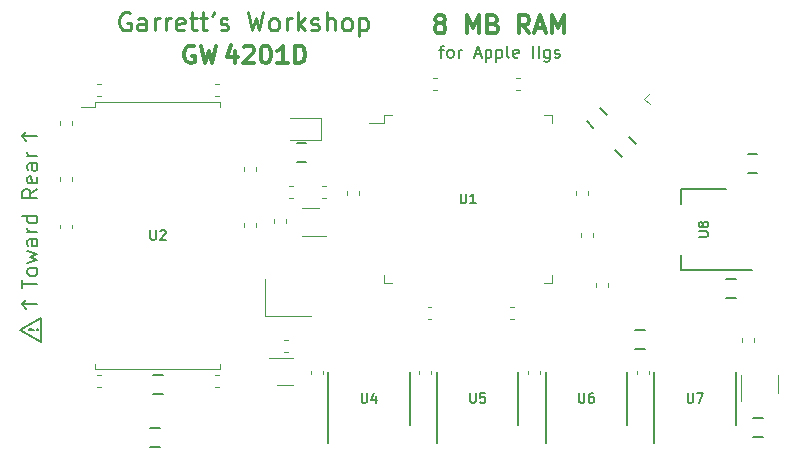
<source format=gto>
G04 #@! TF.GenerationSoftware,KiCad,Pcbnew,(5.1.10-1-10_14)*
G04 #@! TF.CreationDate,2021-05-31T18:26:13-04:00*
G04 #@! TF.ProjectId,RAM2GS,52414d32-4753-42e6-9b69-6361645f7063,2.0*
G04 #@! TF.SameCoordinates,Original*
G04 #@! TF.FileFunction,Legend,Top*
G04 #@! TF.FilePolarity,Positive*
%FSLAX46Y46*%
G04 Gerber Fmt 4.6, Leading zero omitted, Abs format (unit mm)*
G04 Created by KiCad (PCBNEW (5.1.10-1-10_14)) date 2021-05-31 18:26:13*
%MOMM*%
%LPD*%
G01*
G04 APERTURE LIST*
%ADD10C,0.200000*%
%ADD11C,0.190500*%
%ADD12C,0.300000*%
%ADD13C,0.203200*%
%ADD14C,0.225000*%
%ADD15C,0.120000*%
%ADD16C,0.152400*%
%ADD17C,0.150000*%
%ADD18C,0.100000*%
%ADD19C,1.448000*%
%ADD20C,2.000000*%
%ADD21C,2.524900*%
%ADD22C,0.937400*%
%ADD23C,1.140600*%
%ADD24C,2.150000*%
G04 APERTURE END LIST*
D10*
X48895000Y-103251000D02*
X47625000Y-103251000D01*
X47625000Y-103251000D02*
X48006000Y-103632000D01*
X48895000Y-117475000D02*
X47625000Y-117475000D01*
X47625000Y-103251000D02*
X48006000Y-102870000D01*
X49276000Y-120650000D02*
X49276000Y-118618000D01*
X49276000Y-118618000D02*
X47498000Y-119634000D01*
X47498000Y-119634000D02*
X49276000Y-120650000D01*
X47625000Y-117475000D02*
X48006000Y-117856000D01*
X47625000Y-117475000D02*
X48006000Y-117094000D01*
X47691523Y-116138476D02*
X47691523Y-115412761D01*
X48961523Y-115775619D02*
X47691523Y-115775619D01*
X48961523Y-114808000D02*
X48901047Y-114928952D01*
X48840571Y-114989428D01*
X48719619Y-115049904D01*
X48356761Y-115049904D01*
X48235809Y-114989428D01*
X48175333Y-114928952D01*
X48114857Y-114808000D01*
X48114857Y-114626571D01*
X48175333Y-114505619D01*
X48235809Y-114445142D01*
X48356761Y-114384666D01*
X48719619Y-114384666D01*
X48840571Y-114445142D01*
X48901047Y-114505619D01*
X48961523Y-114626571D01*
X48961523Y-114808000D01*
X48114857Y-113961333D02*
X48961523Y-113719428D01*
X48356761Y-113477523D01*
X48961523Y-113235619D01*
X48114857Y-112993714D01*
X48961523Y-111965619D02*
X48296285Y-111965619D01*
X48175333Y-112026095D01*
X48114857Y-112147047D01*
X48114857Y-112388952D01*
X48175333Y-112509904D01*
X48901047Y-111965619D02*
X48961523Y-112086571D01*
X48961523Y-112388952D01*
X48901047Y-112509904D01*
X48780095Y-112570380D01*
X48659142Y-112570380D01*
X48538190Y-112509904D01*
X48477714Y-112388952D01*
X48477714Y-112086571D01*
X48417238Y-111965619D01*
X48961523Y-111360857D02*
X48114857Y-111360857D01*
X48356761Y-111360857D02*
X48235809Y-111300380D01*
X48175333Y-111239904D01*
X48114857Y-111118952D01*
X48114857Y-110998000D01*
X48961523Y-110030380D02*
X47691523Y-110030380D01*
X48901047Y-110030380D02*
X48961523Y-110151333D01*
X48961523Y-110393238D01*
X48901047Y-110514190D01*
X48840571Y-110574666D01*
X48719619Y-110635142D01*
X48356761Y-110635142D01*
X48235809Y-110574666D01*
X48175333Y-110514190D01*
X48114857Y-110393238D01*
X48114857Y-110151333D01*
X48175333Y-110030380D01*
X48961523Y-107732285D02*
X48356761Y-108155619D01*
X48961523Y-108458000D02*
X47691523Y-108458000D01*
X47691523Y-107974190D01*
X47752000Y-107853238D01*
X47812476Y-107792761D01*
X47933428Y-107732285D01*
X48114857Y-107732285D01*
X48235809Y-107792761D01*
X48296285Y-107853238D01*
X48356761Y-107974190D01*
X48356761Y-108458000D01*
X48901047Y-106704190D02*
X48961523Y-106825142D01*
X48961523Y-107067047D01*
X48901047Y-107188000D01*
X48780095Y-107248476D01*
X48296285Y-107248476D01*
X48175333Y-107188000D01*
X48114857Y-107067047D01*
X48114857Y-106825142D01*
X48175333Y-106704190D01*
X48296285Y-106643714D01*
X48417238Y-106643714D01*
X48538190Y-107248476D01*
X48961523Y-105555142D02*
X48296285Y-105555142D01*
X48175333Y-105615619D01*
X48114857Y-105736571D01*
X48114857Y-105978476D01*
X48175333Y-106099428D01*
X48901047Y-105555142D02*
X48961523Y-105676095D01*
X48961523Y-105978476D01*
X48901047Y-106099428D01*
X48780095Y-106159904D01*
X48659142Y-106159904D01*
X48538190Y-106099428D01*
X48477714Y-105978476D01*
X48477714Y-105676095D01*
X48417238Y-105555142D01*
X48961523Y-104950380D02*
X48114857Y-104950380D01*
X48356761Y-104950380D02*
X48235809Y-104889904D01*
X48175333Y-104829428D01*
X48114857Y-104708476D01*
X48114857Y-104587523D01*
D11*
X48913142Y-119634000D02*
X48949428Y-119597714D01*
X48985714Y-119634000D01*
X48949428Y-119670285D01*
X48913142Y-119634000D01*
X48985714Y-119634000D01*
X48695428Y-119634000D02*
X48260000Y-119670285D01*
X48223714Y-119634000D01*
X48260000Y-119597714D01*
X48695428Y-119634000D01*
X48223714Y-119634000D01*
D12*
X65711000Y-96071571D02*
X65711000Y-97071571D01*
X65353857Y-95500142D02*
X64996714Y-96571571D01*
X65925285Y-96571571D01*
X66425285Y-95714428D02*
X66496714Y-95643000D01*
X66639571Y-95571571D01*
X66996714Y-95571571D01*
X67139571Y-95643000D01*
X67211000Y-95714428D01*
X67282428Y-95857285D01*
X67282428Y-96000142D01*
X67211000Y-96214428D01*
X66353857Y-97071571D01*
X67282428Y-97071571D01*
X68211000Y-95571571D02*
X68353857Y-95571571D01*
X68496714Y-95643000D01*
X68568142Y-95714428D01*
X68639571Y-95857285D01*
X68711000Y-96143000D01*
X68711000Y-96500142D01*
X68639571Y-96785857D01*
X68568142Y-96928714D01*
X68496714Y-97000142D01*
X68353857Y-97071571D01*
X68211000Y-97071571D01*
X68068142Y-97000142D01*
X67996714Y-96928714D01*
X67925285Y-96785857D01*
X67853857Y-96500142D01*
X67853857Y-96143000D01*
X67925285Y-95857285D01*
X67996714Y-95714428D01*
X68068142Y-95643000D01*
X68211000Y-95571571D01*
X70139571Y-97071571D02*
X69282428Y-97071571D01*
X69711000Y-97071571D02*
X69711000Y-95571571D01*
X69568142Y-95785857D01*
X69425285Y-95928714D01*
X69282428Y-96000142D01*
X70782428Y-97071571D02*
X70782428Y-95571571D01*
X71139571Y-95571571D01*
X71353857Y-95643000D01*
X71496714Y-95785857D01*
X71568142Y-95928714D01*
X71639571Y-96214428D01*
X71639571Y-96428714D01*
X71568142Y-96714428D01*
X71496714Y-96857285D01*
X71353857Y-97000142D01*
X71139571Y-97071571D01*
X70782428Y-97071571D01*
D13*
X82985428Y-95921285D02*
X83372476Y-95921285D01*
X83130571Y-96598619D02*
X83130571Y-95727761D01*
X83178952Y-95631000D01*
X83275714Y-95582619D01*
X83372476Y-95582619D01*
X83856285Y-96598619D02*
X83759523Y-96550238D01*
X83711142Y-96501857D01*
X83662761Y-96405095D01*
X83662761Y-96114809D01*
X83711142Y-96018047D01*
X83759523Y-95969666D01*
X83856285Y-95921285D01*
X84001428Y-95921285D01*
X84098190Y-95969666D01*
X84146571Y-96018047D01*
X84194952Y-96114809D01*
X84194952Y-96405095D01*
X84146571Y-96501857D01*
X84098190Y-96550238D01*
X84001428Y-96598619D01*
X83856285Y-96598619D01*
X84630380Y-96598619D02*
X84630380Y-95921285D01*
X84630380Y-96114809D02*
X84678761Y-96018047D01*
X84727142Y-95969666D01*
X84823904Y-95921285D01*
X84920666Y-95921285D01*
X85985047Y-96308333D02*
X86468857Y-96308333D01*
X85888285Y-96598619D02*
X86226952Y-95582619D01*
X86565619Y-96598619D01*
X86904285Y-95921285D02*
X86904285Y-96937285D01*
X86904285Y-95969666D02*
X87001047Y-95921285D01*
X87194571Y-95921285D01*
X87291333Y-95969666D01*
X87339714Y-96018047D01*
X87388095Y-96114809D01*
X87388095Y-96405095D01*
X87339714Y-96501857D01*
X87291333Y-96550238D01*
X87194571Y-96598619D01*
X87001047Y-96598619D01*
X86904285Y-96550238D01*
X87823523Y-95921285D02*
X87823523Y-96937285D01*
X87823523Y-95969666D02*
X87920285Y-95921285D01*
X88113809Y-95921285D01*
X88210571Y-95969666D01*
X88258952Y-96018047D01*
X88307333Y-96114809D01*
X88307333Y-96405095D01*
X88258952Y-96501857D01*
X88210571Y-96550238D01*
X88113809Y-96598619D01*
X87920285Y-96598619D01*
X87823523Y-96550238D01*
X88887904Y-96598619D02*
X88791142Y-96550238D01*
X88742761Y-96453476D01*
X88742761Y-95582619D01*
X89662000Y-96550238D02*
X89565238Y-96598619D01*
X89371714Y-96598619D01*
X89274952Y-96550238D01*
X89226571Y-96453476D01*
X89226571Y-96066428D01*
X89274952Y-95969666D01*
X89371714Y-95921285D01*
X89565238Y-95921285D01*
X89662000Y-95969666D01*
X89710380Y-96066428D01*
X89710380Y-96163190D01*
X89226571Y-96259952D01*
X90919904Y-96598619D02*
X90919904Y-95582619D01*
X91403714Y-96598619D02*
X91403714Y-95582619D01*
X92322952Y-95921285D02*
X92322952Y-96743761D01*
X92274571Y-96840523D01*
X92226190Y-96888904D01*
X92129428Y-96937285D01*
X91984285Y-96937285D01*
X91887523Y-96888904D01*
X92322952Y-96550238D02*
X92226190Y-96598619D01*
X92032666Y-96598619D01*
X91935904Y-96550238D01*
X91887523Y-96501857D01*
X91839142Y-96405095D01*
X91839142Y-96114809D01*
X91887523Y-96018047D01*
X91935904Y-95969666D01*
X92032666Y-95921285D01*
X92226190Y-95921285D01*
X92322952Y-95969666D01*
X92758380Y-96550238D02*
X92855142Y-96598619D01*
X93048666Y-96598619D01*
X93145428Y-96550238D01*
X93193809Y-96453476D01*
X93193809Y-96405095D01*
X93145428Y-96308333D01*
X93048666Y-96259952D01*
X92903523Y-96259952D01*
X92806761Y-96211571D01*
X92758380Y-96114809D01*
X92758380Y-96066428D01*
X92806761Y-95969666D01*
X92903523Y-95921285D01*
X93048666Y-95921285D01*
X93145428Y-95969666D01*
D12*
X62249571Y-95643000D02*
X62106714Y-95571571D01*
X61892428Y-95571571D01*
X61678142Y-95643000D01*
X61535285Y-95785857D01*
X61463857Y-95928714D01*
X61392428Y-96214428D01*
X61392428Y-96428714D01*
X61463857Y-96714428D01*
X61535285Y-96857285D01*
X61678142Y-97000142D01*
X61892428Y-97071571D01*
X62035285Y-97071571D01*
X62249571Y-97000142D01*
X62321000Y-96928714D01*
X62321000Y-96428714D01*
X62035285Y-96428714D01*
X62821000Y-95571571D02*
X63178142Y-97071571D01*
X63463857Y-96000142D01*
X63749571Y-97071571D01*
X64106714Y-95571571D01*
D14*
X56769000Y-92837000D02*
X56623857Y-92764428D01*
X56406142Y-92764428D01*
X56188428Y-92837000D01*
X56043285Y-92982142D01*
X55970714Y-93127285D01*
X55898142Y-93417571D01*
X55898142Y-93635285D01*
X55970714Y-93925571D01*
X56043285Y-94070714D01*
X56188428Y-94215857D01*
X56406142Y-94288428D01*
X56551285Y-94288428D01*
X56769000Y-94215857D01*
X56841571Y-94143285D01*
X56841571Y-93635285D01*
X56551285Y-93635285D01*
X58147857Y-94288428D02*
X58147857Y-93490142D01*
X58075285Y-93345000D01*
X57930142Y-93272428D01*
X57639857Y-93272428D01*
X57494714Y-93345000D01*
X58147857Y-94215857D02*
X58002714Y-94288428D01*
X57639857Y-94288428D01*
X57494714Y-94215857D01*
X57422142Y-94070714D01*
X57422142Y-93925571D01*
X57494714Y-93780428D01*
X57639857Y-93707857D01*
X58002714Y-93707857D01*
X58147857Y-93635285D01*
X58873571Y-94288428D02*
X58873571Y-93272428D01*
X58873571Y-93562714D02*
X58946142Y-93417571D01*
X59018714Y-93345000D01*
X59163857Y-93272428D01*
X59309000Y-93272428D01*
X59817000Y-94288428D02*
X59817000Y-93272428D01*
X59817000Y-93562714D02*
X59889571Y-93417571D01*
X59962142Y-93345000D01*
X60107285Y-93272428D01*
X60252428Y-93272428D01*
X61341000Y-94215857D02*
X61195857Y-94288428D01*
X60905571Y-94288428D01*
X60760428Y-94215857D01*
X60687857Y-94070714D01*
X60687857Y-93490142D01*
X60760428Y-93345000D01*
X60905571Y-93272428D01*
X61195857Y-93272428D01*
X61341000Y-93345000D01*
X61413571Y-93490142D01*
X61413571Y-93635285D01*
X60687857Y-93780428D01*
X61849000Y-93272428D02*
X62429571Y-93272428D01*
X62066714Y-92764428D02*
X62066714Y-94070714D01*
X62139285Y-94215857D01*
X62284428Y-94288428D01*
X62429571Y-94288428D01*
X62719857Y-93272428D02*
X63300428Y-93272428D01*
X62937571Y-92764428D02*
X62937571Y-94070714D01*
X63010142Y-94215857D01*
X63155285Y-94288428D01*
X63300428Y-94288428D01*
X63881000Y-92764428D02*
X63881000Y-92837000D01*
X63808428Y-92982142D01*
X63735857Y-93054714D01*
X64461571Y-94215857D02*
X64606714Y-94288428D01*
X64897000Y-94288428D01*
X65042142Y-94215857D01*
X65114714Y-94070714D01*
X65114714Y-93998142D01*
X65042142Y-93853000D01*
X64897000Y-93780428D01*
X64679285Y-93780428D01*
X64534142Y-93707857D01*
X64461571Y-93562714D01*
X64461571Y-93490142D01*
X64534142Y-93345000D01*
X64679285Y-93272428D01*
X64897000Y-93272428D01*
X65042142Y-93345000D01*
X66783857Y-92764428D02*
X67146714Y-94288428D01*
X67437000Y-93199857D01*
X67727285Y-94288428D01*
X68090142Y-92764428D01*
X68888428Y-94288428D02*
X68743285Y-94215857D01*
X68670714Y-94143285D01*
X68598142Y-93998142D01*
X68598142Y-93562714D01*
X68670714Y-93417571D01*
X68743285Y-93345000D01*
X68888428Y-93272428D01*
X69106142Y-93272428D01*
X69251285Y-93345000D01*
X69323857Y-93417571D01*
X69396428Y-93562714D01*
X69396428Y-93998142D01*
X69323857Y-94143285D01*
X69251285Y-94215857D01*
X69106142Y-94288428D01*
X68888428Y-94288428D01*
X70049571Y-94288428D02*
X70049571Y-93272428D01*
X70049571Y-93562714D02*
X70122142Y-93417571D01*
X70194714Y-93345000D01*
X70339857Y-93272428D01*
X70485000Y-93272428D01*
X70993000Y-94288428D02*
X70993000Y-92764428D01*
X71138142Y-93707857D02*
X71573571Y-94288428D01*
X71573571Y-93272428D02*
X70993000Y-93853000D01*
X72154142Y-94215857D02*
X72299285Y-94288428D01*
X72589571Y-94288428D01*
X72734714Y-94215857D01*
X72807285Y-94070714D01*
X72807285Y-93998142D01*
X72734714Y-93853000D01*
X72589571Y-93780428D01*
X72371857Y-93780428D01*
X72226714Y-93707857D01*
X72154142Y-93562714D01*
X72154142Y-93490142D01*
X72226714Y-93345000D01*
X72371857Y-93272428D01*
X72589571Y-93272428D01*
X72734714Y-93345000D01*
X73460428Y-94288428D02*
X73460428Y-92764428D01*
X74113571Y-94288428D02*
X74113571Y-93490142D01*
X74041000Y-93345000D01*
X73895857Y-93272428D01*
X73678142Y-93272428D01*
X73533000Y-93345000D01*
X73460428Y-93417571D01*
X75057000Y-94288428D02*
X74911857Y-94215857D01*
X74839285Y-94143285D01*
X74766714Y-93998142D01*
X74766714Y-93562714D01*
X74839285Y-93417571D01*
X74911857Y-93345000D01*
X75057000Y-93272428D01*
X75274714Y-93272428D01*
X75419857Y-93345000D01*
X75492428Y-93417571D01*
X75565000Y-93562714D01*
X75565000Y-93998142D01*
X75492428Y-94143285D01*
X75419857Y-94215857D01*
X75274714Y-94288428D01*
X75057000Y-94288428D01*
X76218142Y-93272428D02*
X76218142Y-94796428D01*
X76218142Y-93345000D02*
X76363285Y-93272428D01*
X76653571Y-93272428D01*
X76798714Y-93345000D01*
X76871285Y-93417571D01*
X76943857Y-93562714D01*
X76943857Y-93998142D01*
X76871285Y-94143285D01*
X76798714Y-94215857D01*
X76653571Y-94288428D01*
X76363285Y-94288428D01*
X76218142Y-94215857D01*
D12*
X82912857Y-93671571D02*
X82767714Y-93599000D01*
X82695142Y-93526428D01*
X82622571Y-93381285D01*
X82622571Y-93308714D01*
X82695142Y-93163571D01*
X82767714Y-93091000D01*
X82912857Y-93018428D01*
X83203142Y-93018428D01*
X83348285Y-93091000D01*
X83420857Y-93163571D01*
X83493428Y-93308714D01*
X83493428Y-93381285D01*
X83420857Y-93526428D01*
X83348285Y-93599000D01*
X83203142Y-93671571D01*
X82912857Y-93671571D01*
X82767714Y-93744142D01*
X82695142Y-93816714D01*
X82622571Y-93961857D01*
X82622571Y-94252142D01*
X82695142Y-94397285D01*
X82767714Y-94469857D01*
X82912857Y-94542428D01*
X83203142Y-94542428D01*
X83348285Y-94469857D01*
X83420857Y-94397285D01*
X83493428Y-94252142D01*
X83493428Y-93961857D01*
X83420857Y-93816714D01*
X83348285Y-93744142D01*
X83203142Y-93671571D01*
X85307714Y-94542428D02*
X85307714Y-93018428D01*
X85815714Y-94107000D01*
X86323714Y-93018428D01*
X86323714Y-94542428D01*
X87557428Y-93744142D02*
X87775142Y-93816714D01*
X87847714Y-93889285D01*
X87920285Y-94034428D01*
X87920285Y-94252142D01*
X87847714Y-94397285D01*
X87775142Y-94469857D01*
X87630000Y-94542428D01*
X87049428Y-94542428D01*
X87049428Y-93018428D01*
X87557428Y-93018428D01*
X87702571Y-93091000D01*
X87775142Y-93163571D01*
X87847714Y-93308714D01*
X87847714Y-93453857D01*
X87775142Y-93599000D01*
X87702571Y-93671571D01*
X87557428Y-93744142D01*
X87049428Y-93744142D01*
X90605428Y-94542428D02*
X90097428Y-93816714D01*
X89734571Y-94542428D02*
X89734571Y-93018428D01*
X90315142Y-93018428D01*
X90460285Y-93091000D01*
X90532857Y-93163571D01*
X90605428Y-93308714D01*
X90605428Y-93526428D01*
X90532857Y-93671571D01*
X90460285Y-93744142D01*
X90315142Y-93816714D01*
X89734571Y-93816714D01*
X91186000Y-94107000D02*
X91911714Y-94107000D01*
X91040857Y-94542428D02*
X91548857Y-93018428D01*
X92056857Y-94542428D01*
X92564857Y-94542428D02*
X92564857Y-93018428D01*
X93072857Y-94107000D01*
X93580857Y-93018428D01*
X93580857Y-94542428D01*
D15*
X72985000Y-101690000D02*
X70300000Y-101690000D01*
X72985000Y-103610000D02*
X72985000Y-101690000D01*
X70300000Y-103610000D02*
X72985000Y-103610000D01*
D16*
X70893600Y-105400000D02*
X71706400Y-105400000D01*
X70893600Y-103800000D02*
X71706400Y-103800000D01*
D15*
X91810000Y-115660000D02*
X92510000Y-115660000D01*
X92510000Y-115660000D02*
X92510000Y-114960000D01*
X78990000Y-115660000D02*
X78290000Y-115660000D01*
X78290000Y-115660000D02*
X78290000Y-114960000D01*
X91810000Y-101440000D02*
X92510000Y-101440000D01*
X92510000Y-101440000D02*
X92510000Y-102140000D01*
X78990000Y-101440000D02*
X78290000Y-101440000D01*
X78290000Y-101440000D02*
X78290000Y-102140000D01*
X78290000Y-102140000D02*
X77000000Y-102140000D01*
D16*
X109487000Y-114560000D02*
X103477000Y-114560000D01*
X107237000Y-107740000D02*
X103477000Y-107740000D01*
X103477000Y-114560000D02*
X103477000Y-113300000D01*
X103477000Y-107740000D02*
X103477000Y-109000000D01*
D15*
X108520000Y-123490000D02*
X108520000Y-125650000D01*
X111680000Y-123490000D02*
X111680000Y-124950000D01*
D16*
X100406400Y-119700000D02*
X99593600Y-119700000D01*
X100406400Y-121300000D02*
X99593600Y-121300000D01*
D15*
X109660000Y-120662779D02*
X109660000Y-120337221D01*
X108640000Y-120662779D02*
X108640000Y-120337221D01*
X100710000Y-123087221D02*
X100710000Y-123412779D01*
X99690000Y-123087221D02*
X99690000Y-123412779D01*
D17*
X73575000Y-129200000D02*
X73575000Y-123225000D01*
X80475000Y-127675000D02*
X80475000Y-123225000D01*
D15*
X71370000Y-111660000D02*
X73400000Y-111660000D01*
X72780000Y-109340000D02*
X71370000Y-109340000D01*
X70630000Y-121990000D02*
X68600000Y-121990000D01*
X69220000Y-124310000D02*
X70630000Y-124310000D01*
D17*
X91975000Y-129200000D02*
X91975000Y-123225000D01*
X98875000Y-127675000D02*
X98875000Y-123225000D01*
X101175000Y-129200000D02*
X101175000Y-123225000D01*
X108075000Y-127675000D02*
X108075000Y-123225000D01*
X82775000Y-129200000D02*
X82775000Y-123225000D01*
X89675000Y-127675000D02*
X89675000Y-123225000D01*
D15*
X53987221Y-99860000D02*
X54312779Y-99860000D01*
X53987221Y-98840000D02*
X54312779Y-98840000D01*
D16*
X58743600Y-125050000D02*
X59556400Y-125050000D01*
X58743600Y-123450000D02*
X59556400Y-123450000D01*
D15*
X70162779Y-120540000D02*
X69837221Y-120540000D01*
X70162779Y-121560000D02*
X69837221Y-121560000D01*
X70010000Y-110562779D02*
X70010000Y-110237221D01*
X68990000Y-110562779D02*
X68990000Y-110237221D01*
X100779923Y-100516974D02*
X100330910Y-100067962D01*
X100330910Y-100067962D02*
X100779923Y-99618949D01*
X52650000Y-100750000D02*
X53850000Y-100750000D01*
X53850000Y-100750000D02*
X53850000Y-100350000D01*
X53850000Y-100350000D02*
X64450000Y-100350000D01*
X53850000Y-122950000D02*
X64450000Y-122950000D01*
X64450000Y-100350000D02*
X64450000Y-100750000D01*
X64450000Y-122550000D02*
X64450000Y-122950000D01*
X53850000Y-122550000D02*
X53850000Y-122950000D01*
D16*
X107293600Y-116950000D02*
X108106400Y-116950000D01*
X107293600Y-115350000D02*
X108106400Y-115350000D01*
X109093600Y-106350000D02*
X109906400Y-106350000D01*
X109093600Y-104750000D02*
X109906400Y-104750000D01*
X109575600Y-128689000D02*
X110388400Y-128689000D01*
X109575600Y-127089000D02*
X110388400Y-127089000D01*
X59334400Y-127978000D02*
X58521600Y-127978000D01*
X59334400Y-129578000D02*
X58521600Y-129578000D01*
D15*
X72090000Y-123087221D02*
X72090000Y-123412779D01*
X73110000Y-123087221D02*
X73110000Y-123412779D01*
X95610000Y-108212779D02*
X95610000Y-107887221D01*
X94590000Y-108212779D02*
X94590000Y-107887221D01*
X63987221Y-124460000D02*
X64312779Y-124460000D01*
X63987221Y-123440000D02*
X64312779Y-123440000D01*
X51860000Y-102262779D02*
X51860000Y-101937221D01*
X50840000Y-102262779D02*
X50840000Y-101937221D01*
X89487221Y-99360000D02*
X89812779Y-99360000D01*
X89487221Y-98340000D02*
X89812779Y-98340000D01*
X94990000Y-111487221D02*
X94990000Y-111812779D01*
X96010000Y-111487221D02*
X96010000Y-111812779D01*
X82487221Y-99360000D02*
X82812779Y-99360000D01*
X82487221Y-98340000D02*
X82812779Y-98340000D01*
X63987221Y-99860000D02*
X64312779Y-99860000D01*
X63987221Y-98840000D02*
X64312779Y-98840000D01*
X53987221Y-124460000D02*
X54312779Y-124460000D01*
X53987221Y-123440000D02*
X54312779Y-123440000D01*
X66440000Y-110637221D02*
X66440000Y-110962779D01*
X67460000Y-110637221D02*
X67460000Y-110962779D01*
X51860000Y-107062779D02*
X51860000Y-106737221D01*
X50840000Y-107062779D02*
X50840000Y-106737221D01*
X88987221Y-118760000D02*
X89312779Y-118760000D01*
X88987221Y-117740000D02*
X89312779Y-117740000D01*
X81987221Y-118760000D02*
X82312779Y-118760000D01*
X81987221Y-117740000D02*
X82312779Y-117740000D01*
X76210000Y-108212779D02*
X76210000Y-107887221D01*
X75190000Y-108212779D02*
X75190000Y-107887221D01*
X51860000Y-111062779D02*
X51860000Y-110737221D01*
X50840000Y-111062779D02*
X50840000Y-110737221D01*
X66440000Y-105837221D02*
X66440000Y-106162779D01*
X67460000Y-105837221D02*
X67460000Y-106162779D01*
X81290000Y-123087221D02*
X81290000Y-123412779D01*
X82310000Y-123087221D02*
X82310000Y-123412779D01*
X90490000Y-123087221D02*
X90490000Y-123412779D01*
X91510000Y-123087221D02*
X91510000Y-123412779D01*
D16*
X95446946Y-101978317D02*
X96021683Y-102553054D01*
X96578317Y-100846946D02*
X97153054Y-101421683D01*
X99603054Y-103871683D02*
X99028317Y-103296946D01*
X98471683Y-105003054D02*
X97896946Y-104428317D01*
D15*
X68200000Y-118500000D02*
X68200000Y-115300000D01*
X68200000Y-118500000D02*
X72100000Y-118500000D01*
X70612779Y-107440000D02*
X70287221Y-107440000D01*
X70612779Y-108460000D02*
X70287221Y-108460000D01*
X73087221Y-107440000D02*
X73412779Y-107440000D01*
X73087221Y-108460000D02*
X73412779Y-108460000D01*
X96240000Y-115687221D02*
X96240000Y-116012779D01*
X97260000Y-115687221D02*
X97260000Y-116012779D01*
D13*
X84780723Y-108104895D02*
X84780723Y-108762876D01*
X84819428Y-108840285D01*
X84858133Y-108878990D01*
X84935542Y-108917695D01*
X85090361Y-108917695D01*
X85167771Y-108878990D01*
X85206476Y-108840285D01*
X85245180Y-108762876D01*
X85245180Y-108104895D01*
X86057980Y-108917695D02*
X85593523Y-108917695D01*
X85825752Y-108917695D02*
X85825752Y-108104895D01*
X85748342Y-108221009D01*
X85670933Y-108298419D01*
X85593523Y-108337123D01*
X104941895Y-111769276D02*
X105599876Y-111769276D01*
X105677285Y-111730571D01*
X105715990Y-111691866D01*
X105754695Y-111614457D01*
X105754695Y-111459638D01*
X105715990Y-111382228D01*
X105677285Y-111343523D01*
X105599876Y-111304819D01*
X104941895Y-111304819D01*
X105290238Y-110801657D02*
X105251533Y-110879066D01*
X105212828Y-110917771D01*
X105135419Y-110956476D01*
X105096714Y-110956476D01*
X105019304Y-110917771D01*
X104980600Y-110879066D01*
X104941895Y-110801657D01*
X104941895Y-110646838D01*
X104980600Y-110569428D01*
X105019304Y-110530723D01*
X105096714Y-110492019D01*
X105135419Y-110492019D01*
X105212828Y-110530723D01*
X105251533Y-110569428D01*
X105290238Y-110646838D01*
X105290238Y-110801657D01*
X105328942Y-110879066D01*
X105367647Y-110917771D01*
X105445057Y-110956476D01*
X105599876Y-110956476D01*
X105677285Y-110917771D01*
X105715990Y-110879066D01*
X105754695Y-110801657D01*
X105754695Y-110646838D01*
X105715990Y-110569428D01*
X105677285Y-110530723D01*
X105599876Y-110492019D01*
X105445057Y-110492019D01*
X105367647Y-110530723D01*
X105328942Y-110569428D01*
X105290238Y-110646838D01*
X76405723Y-125004895D02*
X76405723Y-125662876D01*
X76444428Y-125740285D01*
X76483133Y-125778990D01*
X76560542Y-125817695D01*
X76715361Y-125817695D01*
X76792771Y-125778990D01*
X76831476Y-125740285D01*
X76870180Y-125662876D01*
X76870180Y-125004895D01*
X77605571Y-125275828D02*
X77605571Y-125817695D01*
X77412047Y-124966190D02*
X77218523Y-125546761D01*
X77721685Y-125546761D01*
X94805723Y-125004895D02*
X94805723Y-125662876D01*
X94844428Y-125740285D01*
X94883133Y-125778990D01*
X94960542Y-125817695D01*
X95115361Y-125817695D01*
X95192771Y-125778990D01*
X95231476Y-125740285D01*
X95270180Y-125662876D01*
X95270180Y-125004895D01*
X96005571Y-125004895D02*
X95850752Y-125004895D01*
X95773342Y-125043600D01*
X95734638Y-125082304D01*
X95657228Y-125198419D01*
X95618523Y-125353238D01*
X95618523Y-125662876D01*
X95657228Y-125740285D01*
X95695933Y-125778990D01*
X95773342Y-125817695D01*
X95928161Y-125817695D01*
X96005571Y-125778990D01*
X96044276Y-125740285D01*
X96082980Y-125662876D01*
X96082980Y-125469352D01*
X96044276Y-125391942D01*
X96005571Y-125353238D01*
X95928161Y-125314533D01*
X95773342Y-125314533D01*
X95695933Y-125353238D01*
X95657228Y-125391942D01*
X95618523Y-125469352D01*
X104005723Y-125004895D02*
X104005723Y-125662876D01*
X104044428Y-125740285D01*
X104083133Y-125778990D01*
X104160542Y-125817695D01*
X104315361Y-125817695D01*
X104392771Y-125778990D01*
X104431476Y-125740285D01*
X104470180Y-125662876D01*
X104470180Y-125004895D01*
X104779819Y-125004895D02*
X105321685Y-125004895D01*
X104973342Y-125817695D01*
X85605723Y-125004895D02*
X85605723Y-125662876D01*
X85644428Y-125740285D01*
X85683133Y-125778990D01*
X85760542Y-125817695D01*
X85915361Y-125817695D01*
X85992771Y-125778990D01*
X86031476Y-125740285D01*
X86070180Y-125662876D01*
X86070180Y-125004895D01*
X86844276Y-125004895D02*
X86457228Y-125004895D01*
X86418523Y-125391942D01*
X86457228Y-125353238D01*
X86534638Y-125314533D01*
X86728161Y-125314533D01*
X86805571Y-125353238D01*
X86844276Y-125391942D01*
X86882980Y-125469352D01*
X86882980Y-125662876D01*
X86844276Y-125740285D01*
X86805571Y-125778990D01*
X86728161Y-125817695D01*
X86534638Y-125817695D01*
X86457228Y-125778990D01*
X86418523Y-125740285D01*
X58530723Y-111204895D02*
X58530723Y-111862876D01*
X58569428Y-111940285D01*
X58608133Y-111978990D01*
X58685542Y-112017695D01*
X58840361Y-112017695D01*
X58917771Y-111978990D01*
X58956476Y-111940285D01*
X58995180Y-111862876D01*
X58995180Y-111204895D01*
X59343523Y-111282304D02*
X59382228Y-111243600D01*
X59459638Y-111204895D01*
X59653161Y-111204895D01*
X59730571Y-111243600D01*
X59769276Y-111282304D01*
X59807980Y-111359714D01*
X59807980Y-111437123D01*
X59769276Y-111553238D01*
X59304819Y-112017695D01*
X59807980Y-112017695D01*
%LPC*%
D18*
G36*
X113538000Y-139446000D02*
G01*
X113030000Y-139954000D01*
X55626000Y-139954000D01*
X55118000Y-139446000D01*
X55118000Y-132080000D01*
X113538000Y-132080000D01*
X113538000Y-139446000D01*
G37*
G36*
G01*
X72800000Y-102156250D02*
X72800000Y-103143750D01*
G75*
G02*
X72518750Y-103425000I-281250J0D01*
G01*
X71956250Y-103425000D01*
G75*
G02*
X71675000Y-103143750I0J281250D01*
G01*
X71675000Y-102156250D01*
G75*
G02*
X71956250Y-101875000I281250J0D01*
G01*
X72518750Y-101875000D01*
G75*
G02*
X72800000Y-102156250I0J-281250D01*
G01*
G37*
G36*
G01*
X70925000Y-102156250D02*
X70925000Y-103143750D01*
G75*
G02*
X70643750Y-103425000I-281250J0D01*
G01*
X70081250Y-103425000D01*
G75*
G02*
X69800000Y-103143750I0J281250D01*
G01*
X69800000Y-102156250D01*
G75*
G02*
X70081250Y-101875000I281250J0D01*
G01*
X70643750Y-101875000D01*
G75*
G02*
X70925000Y-102156250I0J-281250D01*
G01*
G37*
G36*
G01*
X69875000Y-105112500D02*
X69875000Y-104087500D01*
G75*
G02*
X70112500Y-103850000I237500J0D01*
G01*
X70587500Y-103850000D01*
G75*
G02*
X70825000Y-104087500I0J-237500D01*
G01*
X70825000Y-105112500D01*
G75*
G02*
X70587500Y-105350000I-237500J0D01*
G01*
X70112500Y-105350000D01*
G75*
G02*
X69875000Y-105112500I0J237500D01*
G01*
G37*
G36*
G01*
X71775000Y-105112500D02*
X71775000Y-104087500D01*
G75*
G02*
X72012500Y-103850000I237500J0D01*
G01*
X72487500Y-103850000D01*
G75*
G02*
X72725000Y-104087500I0J-237500D01*
G01*
X72725000Y-105112500D01*
G75*
G02*
X72487500Y-105350000I-237500J0D01*
G01*
X72012500Y-105350000D01*
G75*
G02*
X71775000Y-105112500I0J237500D01*
G01*
G37*
G36*
G01*
X76976000Y-102637000D02*
X76976000Y-102463000D01*
G75*
G02*
X77063000Y-102376000I87000J0D01*
G01*
X78412000Y-102376000D01*
G75*
G02*
X78499000Y-102463000I0J-87000D01*
G01*
X78499000Y-102637000D01*
G75*
G02*
X78412000Y-102724000I-87000J0D01*
G01*
X77063000Y-102724000D01*
G75*
G02*
X76976000Y-102637000I0J87000D01*
G01*
G37*
G36*
G01*
X76976000Y-103137000D02*
X76976000Y-102963000D01*
G75*
G02*
X77063000Y-102876000I87000J0D01*
G01*
X78412000Y-102876000D01*
G75*
G02*
X78499000Y-102963000I0J-87000D01*
G01*
X78499000Y-103137000D01*
G75*
G02*
X78412000Y-103224000I-87000J0D01*
G01*
X77063000Y-103224000D01*
G75*
G02*
X76976000Y-103137000I0J87000D01*
G01*
G37*
G36*
G01*
X76976000Y-103637000D02*
X76976000Y-103463000D01*
G75*
G02*
X77063000Y-103376000I87000J0D01*
G01*
X78412000Y-103376000D01*
G75*
G02*
X78499000Y-103463000I0J-87000D01*
G01*
X78499000Y-103637000D01*
G75*
G02*
X78412000Y-103724000I-87000J0D01*
G01*
X77063000Y-103724000D01*
G75*
G02*
X76976000Y-103637000I0J87000D01*
G01*
G37*
G36*
G01*
X76976000Y-104137000D02*
X76976000Y-103963000D01*
G75*
G02*
X77063000Y-103876000I87000J0D01*
G01*
X78412000Y-103876000D01*
G75*
G02*
X78499000Y-103963000I0J-87000D01*
G01*
X78499000Y-104137000D01*
G75*
G02*
X78412000Y-104224000I-87000J0D01*
G01*
X77063000Y-104224000D01*
G75*
G02*
X76976000Y-104137000I0J87000D01*
G01*
G37*
G36*
G01*
X76976000Y-104637000D02*
X76976000Y-104463000D01*
G75*
G02*
X77063000Y-104376000I87000J0D01*
G01*
X78412000Y-104376000D01*
G75*
G02*
X78499000Y-104463000I0J-87000D01*
G01*
X78499000Y-104637000D01*
G75*
G02*
X78412000Y-104724000I-87000J0D01*
G01*
X77063000Y-104724000D01*
G75*
G02*
X76976000Y-104637000I0J87000D01*
G01*
G37*
G36*
G01*
X76976000Y-105137000D02*
X76976000Y-104963000D01*
G75*
G02*
X77063000Y-104876000I87000J0D01*
G01*
X78412000Y-104876000D01*
G75*
G02*
X78499000Y-104963000I0J-87000D01*
G01*
X78499000Y-105137000D01*
G75*
G02*
X78412000Y-105224000I-87000J0D01*
G01*
X77063000Y-105224000D01*
G75*
G02*
X76976000Y-105137000I0J87000D01*
G01*
G37*
G36*
G01*
X76976000Y-105637000D02*
X76976000Y-105463000D01*
G75*
G02*
X77063000Y-105376000I87000J0D01*
G01*
X78412000Y-105376000D01*
G75*
G02*
X78499000Y-105463000I0J-87000D01*
G01*
X78499000Y-105637000D01*
G75*
G02*
X78412000Y-105724000I-87000J0D01*
G01*
X77063000Y-105724000D01*
G75*
G02*
X76976000Y-105637000I0J87000D01*
G01*
G37*
G36*
G01*
X76976000Y-106137000D02*
X76976000Y-105963000D01*
G75*
G02*
X77063000Y-105876000I87000J0D01*
G01*
X78412000Y-105876000D01*
G75*
G02*
X78499000Y-105963000I0J-87000D01*
G01*
X78499000Y-106137000D01*
G75*
G02*
X78412000Y-106224000I-87000J0D01*
G01*
X77063000Y-106224000D01*
G75*
G02*
X76976000Y-106137000I0J87000D01*
G01*
G37*
G36*
G01*
X76976000Y-106637000D02*
X76976000Y-106463000D01*
G75*
G02*
X77063000Y-106376000I87000J0D01*
G01*
X78412000Y-106376000D01*
G75*
G02*
X78499000Y-106463000I0J-87000D01*
G01*
X78499000Y-106637000D01*
G75*
G02*
X78412000Y-106724000I-87000J0D01*
G01*
X77063000Y-106724000D01*
G75*
G02*
X76976000Y-106637000I0J87000D01*
G01*
G37*
G36*
G01*
X76976000Y-107137000D02*
X76976000Y-106963000D01*
G75*
G02*
X77063000Y-106876000I87000J0D01*
G01*
X78412000Y-106876000D01*
G75*
G02*
X78499000Y-106963000I0J-87000D01*
G01*
X78499000Y-107137000D01*
G75*
G02*
X78412000Y-107224000I-87000J0D01*
G01*
X77063000Y-107224000D01*
G75*
G02*
X76976000Y-107137000I0J87000D01*
G01*
G37*
G36*
G01*
X76976000Y-107637000D02*
X76976000Y-107463000D01*
G75*
G02*
X77063000Y-107376000I87000J0D01*
G01*
X78412000Y-107376000D01*
G75*
G02*
X78499000Y-107463000I0J-87000D01*
G01*
X78499000Y-107637000D01*
G75*
G02*
X78412000Y-107724000I-87000J0D01*
G01*
X77063000Y-107724000D01*
G75*
G02*
X76976000Y-107637000I0J87000D01*
G01*
G37*
G36*
G01*
X76976000Y-108137000D02*
X76976000Y-107963000D01*
G75*
G02*
X77063000Y-107876000I87000J0D01*
G01*
X78412000Y-107876000D01*
G75*
G02*
X78499000Y-107963000I0J-87000D01*
G01*
X78499000Y-108137000D01*
G75*
G02*
X78412000Y-108224000I-87000J0D01*
G01*
X77063000Y-108224000D01*
G75*
G02*
X76976000Y-108137000I0J87000D01*
G01*
G37*
G36*
G01*
X76976000Y-108637000D02*
X76976000Y-108463000D01*
G75*
G02*
X77063000Y-108376000I87000J0D01*
G01*
X78412000Y-108376000D01*
G75*
G02*
X78499000Y-108463000I0J-87000D01*
G01*
X78499000Y-108637000D01*
G75*
G02*
X78412000Y-108724000I-87000J0D01*
G01*
X77063000Y-108724000D01*
G75*
G02*
X76976000Y-108637000I0J87000D01*
G01*
G37*
G36*
G01*
X76976000Y-109137000D02*
X76976000Y-108963000D01*
G75*
G02*
X77063000Y-108876000I87000J0D01*
G01*
X78412000Y-108876000D01*
G75*
G02*
X78499000Y-108963000I0J-87000D01*
G01*
X78499000Y-109137000D01*
G75*
G02*
X78412000Y-109224000I-87000J0D01*
G01*
X77063000Y-109224000D01*
G75*
G02*
X76976000Y-109137000I0J87000D01*
G01*
G37*
G36*
G01*
X76976000Y-109637000D02*
X76976000Y-109463000D01*
G75*
G02*
X77063000Y-109376000I87000J0D01*
G01*
X78412000Y-109376000D01*
G75*
G02*
X78499000Y-109463000I0J-87000D01*
G01*
X78499000Y-109637000D01*
G75*
G02*
X78412000Y-109724000I-87000J0D01*
G01*
X77063000Y-109724000D01*
G75*
G02*
X76976000Y-109637000I0J87000D01*
G01*
G37*
G36*
G01*
X76976000Y-110137000D02*
X76976000Y-109963000D01*
G75*
G02*
X77063000Y-109876000I87000J0D01*
G01*
X78412000Y-109876000D01*
G75*
G02*
X78499000Y-109963000I0J-87000D01*
G01*
X78499000Y-110137000D01*
G75*
G02*
X78412000Y-110224000I-87000J0D01*
G01*
X77063000Y-110224000D01*
G75*
G02*
X76976000Y-110137000I0J87000D01*
G01*
G37*
G36*
G01*
X76976000Y-110637000D02*
X76976000Y-110463000D01*
G75*
G02*
X77063000Y-110376000I87000J0D01*
G01*
X78412000Y-110376000D01*
G75*
G02*
X78499000Y-110463000I0J-87000D01*
G01*
X78499000Y-110637000D01*
G75*
G02*
X78412000Y-110724000I-87000J0D01*
G01*
X77063000Y-110724000D01*
G75*
G02*
X76976000Y-110637000I0J87000D01*
G01*
G37*
G36*
G01*
X76976000Y-111137000D02*
X76976000Y-110963000D01*
G75*
G02*
X77063000Y-110876000I87000J0D01*
G01*
X78412000Y-110876000D01*
G75*
G02*
X78499000Y-110963000I0J-87000D01*
G01*
X78499000Y-111137000D01*
G75*
G02*
X78412000Y-111224000I-87000J0D01*
G01*
X77063000Y-111224000D01*
G75*
G02*
X76976000Y-111137000I0J87000D01*
G01*
G37*
G36*
G01*
X76976000Y-111637000D02*
X76976000Y-111463000D01*
G75*
G02*
X77063000Y-111376000I87000J0D01*
G01*
X78412000Y-111376000D01*
G75*
G02*
X78499000Y-111463000I0J-87000D01*
G01*
X78499000Y-111637000D01*
G75*
G02*
X78412000Y-111724000I-87000J0D01*
G01*
X77063000Y-111724000D01*
G75*
G02*
X76976000Y-111637000I0J87000D01*
G01*
G37*
G36*
G01*
X76976000Y-112137000D02*
X76976000Y-111963000D01*
G75*
G02*
X77063000Y-111876000I87000J0D01*
G01*
X78412000Y-111876000D01*
G75*
G02*
X78499000Y-111963000I0J-87000D01*
G01*
X78499000Y-112137000D01*
G75*
G02*
X78412000Y-112224000I-87000J0D01*
G01*
X77063000Y-112224000D01*
G75*
G02*
X76976000Y-112137000I0J87000D01*
G01*
G37*
G36*
G01*
X76976000Y-112637000D02*
X76976000Y-112463000D01*
G75*
G02*
X77063000Y-112376000I87000J0D01*
G01*
X78412000Y-112376000D01*
G75*
G02*
X78499000Y-112463000I0J-87000D01*
G01*
X78499000Y-112637000D01*
G75*
G02*
X78412000Y-112724000I-87000J0D01*
G01*
X77063000Y-112724000D01*
G75*
G02*
X76976000Y-112637000I0J87000D01*
G01*
G37*
G36*
G01*
X76976000Y-113137000D02*
X76976000Y-112963000D01*
G75*
G02*
X77063000Y-112876000I87000J0D01*
G01*
X78412000Y-112876000D01*
G75*
G02*
X78499000Y-112963000I0J-87000D01*
G01*
X78499000Y-113137000D01*
G75*
G02*
X78412000Y-113224000I-87000J0D01*
G01*
X77063000Y-113224000D01*
G75*
G02*
X76976000Y-113137000I0J87000D01*
G01*
G37*
G36*
G01*
X76976000Y-113637000D02*
X76976000Y-113463000D01*
G75*
G02*
X77063000Y-113376000I87000J0D01*
G01*
X78412000Y-113376000D01*
G75*
G02*
X78499000Y-113463000I0J-87000D01*
G01*
X78499000Y-113637000D01*
G75*
G02*
X78412000Y-113724000I-87000J0D01*
G01*
X77063000Y-113724000D01*
G75*
G02*
X76976000Y-113637000I0J87000D01*
G01*
G37*
G36*
G01*
X76976000Y-114137000D02*
X76976000Y-113963000D01*
G75*
G02*
X77063000Y-113876000I87000J0D01*
G01*
X78412000Y-113876000D01*
G75*
G02*
X78499000Y-113963000I0J-87000D01*
G01*
X78499000Y-114137000D01*
G75*
G02*
X78412000Y-114224000I-87000J0D01*
G01*
X77063000Y-114224000D01*
G75*
G02*
X76976000Y-114137000I0J87000D01*
G01*
G37*
G36*
G01*
X76976000Y-114637000D02*
X76976000Y-114463000D01*
G75*
G02*
X77063000Y-114376000I87000J0D01*
G01*
X78412000Y-114376000D01*
G75*
G02*
X78499000Y-114463000I0J-87000D01*
G01*
X78499000Y-114637000D01*
G75*
G02*
X78412000Y-114724000I-87000J0D01*
G01*
X77063000Y-114724000D01*
G75*
G02*
X76976000Y-114637000I0J87000D01*
G01*
G37*
G36*
G01*
X79226000Y-116887000D02*
X79226000Y-115538000D01*
G75*
G02*
X79313000Y-115451000I87000J0D01*
G01*
X79487000Y-115451000D01*
G75*
G02*
X79574000Y-115538000I0J-87000D01*
G01*
X79574000Y-116887000D01*
G75*
G02*
X79487000Y-116974000I-87000J0D01*
G01*
X79313000Y-116974000D01*
G75*
G02*
X79226000Y-116887000I0J87000D01*
G01*
G37*
G36*
G01*
X79726000Y-116887000D02*
X79726000Y-115538000D01*
G75*
G02*
X79813000Y-115451000I87000J0D01*
G01*
X79987000Y-115451000D01*
G75*
G02*
X80074000Y-115538000I0J-87000D01*
G01*
X80074000Y-116887000D01*
G75*
G02*
X79987000Y-116974000I-87000J0D01*
G01*
X79813000Y-116974000D01*
G75*
G02*
X79726000Y-116887000I0J87000D01*
G01*
G37*
G36*
G01*
X80226000Y-116887000D02*
X80226000Y-115538000D01*
G75*
G02*
X80313000Y-115451000I87000J0D01*
G01*
X80487000Y-115451000D01*
G75*
G02*
X80574000Y-115538000I0J-87000D01*
G01*
X80574000Y-116887000D01*
G75*
G02*
X80487000Y-116974000I-87000J0D01*
G01*
X80313000Y-116974000D01*
G75*
G02*
X80226000Y-116887000I0J87000D01*
G01*
G37*
G36*
G01*
X80726000Y-116887000D02*
X80726000Y-115538000D01*
G75*
G02*
X80813000Y-115451000I87000J0D01*
G01*
X80987000Y-115451000D01*
G75*
G02*
X81074000Y-115538000I0J-87000D01*
G01*
X81074000Y-116887000D01*
G75*
G02*
X80987000Y-116974000I-87000J0D01*
G01*
X80813000Y-116974000D01*
G75*
G02*
X80726000Y-116887000I0J87000D01*
G01*
G37*
G36*
G01*
X81226000Y-116887000D02*
X81226000Y-115538000D01*
G75*
G02*
X81313000Y-115451000I87000J0D01*
G01*
X81487000Y-115451000D01*
G75*
G02*
X81574000Y-115538000I0J-87000D01*
G01*
X81574000Y-116887000D01*
G75*
G02*
X81487000Y-116974000I-87000J0D01*
G01*
X81313000Y-116974000D01*
G75*
G02*
X81226000Y-116887000I0J87000D01*
G01*
G37*
G36*
G01*
X81726000Y-116887000D02*
X81726000Y-115538000D01*
G75*
G02*
X81813000Y-115451000I87000J0D01*
G01*
X81987000Y-115451000D01*
G75*
G02*
X82074000Y-115538000I0J-87000D01*
G01*
X82074000Y-116887000D01*
G75*
G02*
X81987000Y-116974000I-87000J0D01*
G01*
X81813000Y-116974000D01*
G75*
G02*
X81726000Y-116887000I0J87000D01*
G01*
G37*
G36*
G01*
X82226000Y-116887000D02*
X82226000Y-115538000D01*
G75*
G02*
X82313000Y-115451000I87000J0D01*
G01*
X82487000Y-115451000D01*
G75*
G02*
X82574000Y-115538000I0J-87000D01*
G01*
X82574000Y-116887000D01*
G75*
G02*
X82487000Y-116974000I-87000J0D01*
G01*
X82313000Y-116974000D01*
G75*
G02*
X82226000Y-116887000I0J87000D01*
G01*
G37*
G36*
G01*
X82726000Y-116887000D02*
X82726000Y-115538000D01*
G75*
G02*
X82813000Y-115451000I87000J0D01*
G01*
X82987000Y-115451000D01*
G75*
G02*
X83074000Y-115538000I0J-87000D01*
G01*
X83074000Y-116887000D01*
G75*
G02*
X82987000Y-116974000I-87000J0D01*
G01*
X82813000Y-116974000D01*
G75*
G02*
X82726000Y-116887000I0J87000D01*
G01*
G37*
G36*
G01*
X83226000Y-116887000D02*
X83226000Y-115538000D01*
G75*
G02*
X83313000Y-115451000I87000J0D01*
G01*
X83487000Y-115451000D01*
G75*
G02*
X83574000Y-115538000I0J-87000D01*
G01*
X83574000Y-116887000D01*
G75*
G02*
X83487000Y-116974000I-87000J0D01*
G01*
X83313000Y-116974000D01*
G75*
G02*
X83226000Y-116887000I0J87000D01*
G01*
G37*
G36*
G01*
X83726000Y-116887000D02*
X83726000Y-115538000D01*
G75*
G02*
X83813000Y-115451000I87000J0D01*
G01*
X83987000Y-115451000D01*
G75*
G02*
X84074000Y-115538000I0J-87000D01*
G01*
X84074000Y-116887000D01*
G75*
G02*
X83987000Y-116974000I-87000J0D01*
G01*
X83813000Y-116974000D01*
G75*
G02*
X83726000Y-116887000I0J87000D01*
G01*
G37*
G36*
G01*
X84226000Y-116887000D02*
X84226000Y-115538000D01*
G75*
G02*
X84313000Y-115451000I87000J0D01*
G01*
X84487000Y-115451000D01*
G75*
G02*
X84574000Y-115538000I0J-87000D01*
G01*
X84574000Y-116887000D01*
G75*
G02*
X84487000Y-116974000I-87000J0D01*
G01*
X84313000Y-116974000D01*
G75*
G02*
X84226000Y-116887000I0J87000D01*
G01*
G37*
G36*
G01*
X84726000Y-116887000D02*
X84726000Y-115538000D01*
G75*
G02*
X84813000Y-115451000I87000J0D01*
G01*
X84987000Y-115451000D01*
G75*
G02*
X85074000Y-115538000I0J-87000D01*
G01*
X85074000Y-116887000D01*
G75*
G02*
X84987000Y-116974000I-87000J0D01*
G01*
X84813000Y-116974000D01*
G75*
G02*
X84726000Y-116887000I0J87000D01*
G01*
G37*
G36*
G01*
X85226000Y-116887000D02*
X85226000Y-115538000D01*
G75*
G02*
X85313000Y-115451000I87000J0D01*
G01*
X85487000Y-115451000D01*
G75*
G02*
X85574000Y-115538000I0J-87000D01*
G01*
X85574000Y-116887000D01*
G75*
G02*
X85487000Y-116974000I-87000J0D01*
G01*
X85313000Y-116974000D01*
G75*
G02*
X85226000Y-116887000I0J87000D01*
G01*
G37*
G36*
G01*
X85726000Y-116887000D02*
X85726000Y-115538000D01*
G75*
G02*
X85813000Y-115451000I87000J0D01*
G01*
X85987000Y-115451000D01*
G75*
G02*
X86074000Y-115538000I0J-87000D01*
G01*
X86074000Y-116887000D01*
G75*
G02*
X85987000Y-116974000I-87000J0D01*
G01*
X85813000Y-116974000D01*
G75*
G02*
X85726000Y-116887000I0J87000D01*
G01*
G37*
G36*
G01*
X86226000Y-116887000D02*
X86226000Y-115538000D01*
G75*
G02*
X86313000Y-115451000I87000J0D01*
G01*
X86487000Y-115451000D01*
G75*
G02*
X86574000Y-115538000I0J-87000D01*
G01*
X86574000Y-116887000D01*
G75*
G02*
X86487000Y-116974000I-87000J0D01*
G01*
X86313000Y-116974000D01*
G75*
G02*
X86226000Y-116887000I0J87000D01*
G01*
G37*
G36*
G01*
X86726000Y-116887000D02*
X86726000Y-115538000D01*
G75*
G02*
X86813000Y-115451000I87000J0D01*
G01*
X86987000Y-115451000D01*
G75*
G02*
X87074000Y-115538000I0J-87000D01*
G01*
X87074000Y-116887000D01*
G75*
G02*
X86987000Y-116974000I-87000J0D01*
G01*
X86813000Y-116974000D01*
G75*
G02*
X86726000Y-116887000I0J87000D01*
G01*
G37*
G36*
G01*
X87226000Y-116887000D02*
X87226000Y-115538000D01*
G75*
G02*
X87313000Y-115451000I87000J0D01*
G01*
X87487000Y-115451000D01*
G75*
G02*
X87574000Y-115538000I0J-87000D01*
G01*
X87574000Y-116887000D01*
G75*
G02*
X87487000Y-116974000I-87000J0D01*
G01*
X87313000Y-116974000D01*
G75*
G02*
X87226000Y-116887000I0J87000D01*
G01*
G37*
G36*
G01*
X87726000Y-116887000D02*
X87726000Y-115538000D01*
G75*
G02*
X87813000Y-115451000I87000J0D01*
G01*
X87987000Y-115451000D01*
G75*
G02*
X88074000Y-115538000I0J-87000D01*
G01*
X88074000Y-116887000D01*
G75*
G02*
X87987000Y-116974000I-87000J0D01*
G01*
X87813000Y-116974000D01*
G75*
G02*
X87726000Y-116887000I0J87000D01*
G01*
G37*
G36*
G01*
X88226000Y-116887000D02*
X88226000Y-115538000D01*
G75*
G02*
X88313000Y-115451000I87000J0D01*
G01*
X88487000Y-115451000D01*
G75*
G02*
X88574000Y-115538000I0J-87000D01*
G01*
X88574000Y-116887000D01*
G75*
G02*
X88487000Y-116974000I-87000J0D01*
G01*
X88313000Y-116974000D01*
G75*
G02*
X88226000Y-116887000I0J87000D01*
G01*
G37*
G36*
G01*
X88726000Y-116887000D02*
X88726000Y-115538000D01*
G75*
G02*
X88813000Y-115451000I87000J0D01*
G01*
X88987000Y-115451000D01*
G75*
G02*
X89074000Y-115538000I0J-87000D01*
G01*
X89074000Y-116887000D01*
G75*
G02*
X88987000Y-116974000I-87000J0D01*
G01*
X88813000Y-116974000D01*
G75*
G02*
X88726000Y-116887000I0J87000D01*
G01*
G37*
G36*
G01*
X89226000Y-116887000D02*
X89226000Y-115538000D01*
G75*
G02*
X89313000Y-115451000I87000J0D01*
G01*
X89487000Y-115451000D01*
G75*
G02*
X89574000Y-115538000I0J-87000D01*
G01*
X89574000Y-116887000D01*
G75*
G02*
X89487000Y-116974000I-87000J0D01*
G01*
X89313000Y-116974000D01*
G75*
G02*
X89226000Y-116887000I0J87000D01*
G01*
G37*
G36*
G01*
X89726000Y-116887000D02*
X89726000Y-115538000D01*
G75*
G02*
X89813000Y-115451000I87000J0D01*
G01*
X89987000Y-115451000D01*
G75*
G02*
X90074000Y-115538000I0J-87000D01*
G01*
X90074000Y-116887000D01*
G75*
G02*
X89987000Y-116974000I-87000J0D01*
G01*
X89813000Y-116974000D01*
G75*
G02*
X89726000Y-116887000I0J87000D01*
G01*
G37*
G36*
G01*
X90226000Y-116887000D02*
X90226000Y-115538000D01*
G75*
G02*
X90313000Y-115451000I87000J0D01*
G01*
X90487000Y-115451000D01*
G75*
G02*
X90574000Y-115538000I0J-87000D01*
G01*
X90574000Y-116887000D01*
G75*
G02*
X90487000Y-116974000I-87000J0D01*
G01*
X90313000Y-116974000D01*
G75*
G02*
X90226000Y-116887000I0J87000D01*
G01*
G37*
G36*
G01*
X90726000Y-116887000D02*
X90726000Y-115538000D01*
G75*
G02*
X90813000Y-115451000I87000J0D01*
G01*
X90987000Y-115451000D01*
G75*
G02*
X91074000Y-115538000I0J-87000D01*
G01*
X91074000Y-116887000D01*
G75*
G02*
X90987000Y-116974000I-87000J0D01*
G01*
X90813000Y-116974000D01*
G75*
G02*
X90726000Y-116887000I0J87000D01*
G01*
G37*
G36*
G01*
X91226000Y-116887000D02*
X91226000Y-115538000D01*
G75*
G02*
X91313000Y-115451000I87000J0D01*
G01*
X91487000Y-115451000D01*
G75*
G02*
X91574000Y-115538000I0J-87000D01*
G01*
X91574000Y-116887000D01*
G75*
G02*
X91487000Y-116974000I-87000J0D01*
G01*
X91313000Y-116974000D01*
G75*
G02*
X91226000Y-116887000I0J87000D01*
G01*
G37*
G36*
G01*
X92301000Y-114637000D02*
X92301000Y-114463000D01*
G75*
G02*
X92388000Y-114376000I87000J0D01*
G01*
X93737000Y-114376000D01*
G75*
G02*
X93824000Y-114463000I0J-87000D01*
G01*
X93824000Y-114637000D01*
G75*
G02*
X93737000Y-114724000I-87000J0D01*
G01*
X92388000Y-114724000D01*
G75*
G02*
X92301000Y-114637000I0J87000D01*
G01*
G37*
G36*
G01*
X92301000Y-114137000D02*
X92301000Y-113963000D01*
G75*
G02*
X92388000Y-113876000I87000J0D01*
G01*
X93737000Y-113876000D01*
G75*
G02*
X93824000Y-113963000I0J-87000D01*
G01*
X93824000Y-114137000D01*
G75*
G02*
X93737000Y-114224000I-87000J0D01*
G01*
X92388000Y-114224000D01*
G75*
G02*
X92301000Y-114137000I0J87000D01*
G01*
G37*
G36*
G01*
X92301000Y-113637000D02*
X92301000Y-113463000D01*
G75*
G02*
X92388000Y-113376000I87000J0D01*
G01*
X93737000Y-113376000D01*
G75*
G02*
X93824000Y-113463000I0J-87000D01*
G01*
X93824000Y-113637000D01*
G75*
G02*
X93737000Y-113724000I-87000J0D01*
G01*
X92388000Y-113724000D01*
G75*
G02*
X92301000Y-113637000I0J87000D01*
G01*
G37*
G36*
G01*
X92301000Y-113137000D02*
X92301000Y-112963000D01*
G75*
G02*
X92388000Y-112876000I87000J0D01*
G01*
X93737000Y-112876000D01*
G75*
G02*
X93824000Y-112963000I0J-87000D01*
G01*
X93824000Y-113137000D01*
G75*
G02*
X93737000Y-113224000I-87000J0D01*
G01*
X92388000Y-113224000D01*
G75*
G02*
X92301000Y-113137000I0J87000D01*
G01*
G37*
G36*
G01*
X92301000Y-112637000D02*
X92301000Y-112463000D01*
G75*
G02*
X92388000Y-112376000I87000J0D01*
G01*
X93737000Y-112376000D01*
G75*
G02*
X93824000Y-112463000I0J-87000D01*
G01*
X93824000Y-112637000D01*
G75*
G02*
X93737000Y-112724000I-87000J0D01*
G01*
X92388000Y-112724000D01*
G75*
G02*
X92301000Y-112637000I0J87000D01*
G01*
G37*
G36*
G01*
X92301000Y-112137000D02*
X92301000Y-111963000D01*
G75*
G02*
X92388000Y-111876000I87000J0D01*
G01*
X93737000Y-111876000D01*
G75*
G02*
X93824000Y-111963000I0J-87000D01*
G01*
X93824000Y-112137000D01*
G75*
G02*
X93737000Y-112224000I-87000J0D01*
G01*
X92388000Y-112224000D01*
G75*
G02*
X92301000Y-112137000I0J87000D01*
G01*
G37*
G36*
G01*
X92301000Y-111637000D02*
X92301000Y-111463000D01*
G75*
G02*
X92388000Y-111376000I87000J0D01*
G01*
X93737000Y-111376000D01*
G75*
G02*
X93824000Y-111463000I0J-87000D01*
G01*
X93824000Y-111637000D01*
G75*
G02*
X93737000Y-111724000I-87000J0D01*
G01*
X92388000Y-111724000D01*
G75*
G02*
X92301000Y-111637000I0J87000D01*
G01*
G37*
G36*
G01*
X92301000Y-111137000D02*
X92301000Y-110963000D01*
G75*
G02*
X92388000Y-110876000I87000J0D01*
G01*
X93737000Y-110876000D01*
G75*
G02*
X93824000Y-110963000I0J-87000D01*
G01*
X93824000Y-111137000D01*
G75*
G02*
X93737000Y-111224000I-87000J0D01*
G01*
X92388000Y-111224000D01*
G75*
G02*
X92301000Y-111137000I0J87000D01*
G01*
G37*
G36*
G01*
X92301000Y-110637000D02*
X92301000Y-110463000D01*
G75*
G02*
X92388000Y-110376000I87000J0D01*
G01*
X93737000Y-110376000D01*
G75*
G02*
X93824000Y-110463000I0J-87000D01*
G01*
X93824000Y-110637000D01*
G75*
G02*
X93737000Y-110724000I-87000J0D01*
G01*
X92388000Y-110724000D01*
G75*
G02*
X92301000Y-110637000I0J87000D01*
G01*
G37*
G36*
G01*
X92301000Y-110137000D02*
X92301000Y-109963000D01*
G75*
G02*
X92388000Y-109876000I87000J0D01*
G01*
X93737000Y-109876000D01*
G75*
G02*
X93824000Y-109963000I0J-87000D01*
G01*
X93824000Y-110137000D01*
G75*
G02*
X93737000Y-110224000I-87000J0D01*
G01*
X92388000Y-110224000D01*
G75*
G02*
X92301000Y-110137000I0J87000D01*
G01*
G37*
G36*
G01*
X92301000Y-109637000D02*
X92301000Y-109463000D01*
G75*
G02*
X92388000Y-109376000I87000J0D01*
G01*
X93737000Y-109376000D01*
G75*
G02*
X93824000Y-109463000I0J-87000D01*
G01*
X93824000Y-109637000D01*
G75*
G02*
X93737000Y-109724000I-87000J0D01*
G01*
X92388000Y-109724000D01*
G75*
G02*
X92301000Y-109637000I0J87000D01*
G01*
G37*
G36*
G01*
X92301000Y-109137000D02*
X92301000Y-108963000D01*
G75*
G02*
X92388000Y-108876000I87000J0D01*
G01*
X93737000Y-108876000D01*
G75*
G02*
X93824000Y-108963000I0J-87000D01*
G01*
X93824000Y-109137000D01*
G75*
G02*
X93737000Y-109224000I-87000J0D01*
G01*
X92388000Y-109224000D01*
G75*
G02*
X92301000Y-109137000I0J87000D01*
G01*
G37*
G36*
G01*
X92301000Y-108637000D02*
X92301000Y-108463000D01*
G75*
G02*
X92388000Y-108376000I87000J0D01*
G01*
X93737000Y-108376000D01*
G75*
G02*
X93824000Y-108463000I0J-87000D01*
G01*
X93824000Y-108637000D01*
G75*
G02*
X93737000Y-108724000I-87000J0D01*
G01*
X92388000Y-108724000D01*
G75*
G02*
X92301000Y-108637000I0J87000D01*
G01*
G37*
G36*
G01*
X92301000Y-108137000D02*
X92301000Y-107963000D01*
G75*
G02*
X92388000Y-107876000I87000J0D01*
G01*
X93737000Y-107876000D01*
G75*
G02*
X93824000Y-107963000I0J-87000D01*
G01*
X93824000Y-108137000D01*
G75*
G02*
X93737000Y-108224000I-87000J0D01*
G01*
X92388000Y-108224000D01*
G75*
G02*
X92301000Y-108137000I0J87000D01*
G01*
G37*
G36*
G01*
X92301000Y-107637000D02*
X92301000Y-107463000D01*
G75*
G02*
X92388000Y-107376000I87000J0D01*
G01*
X93737000Y-107376000D01*
G75*
G02*
X93824000Y-107463000I0J-87000D01*
G01*
X93824000Y-107637000D01*
G75*
G02*
X93737000Y-107724000I-87000J0D01*
G01*
X92388000Y-107724000D01*
G75*
G02*
X92301000Y-107637000I0J87000D01*
G01*
G37*
G36*
G01*
X92301000Y-107137000D02*
X92301000Y-106963000D01*
G75*
G02*
X92388000Y-106876000I87000J0D01*
G01*
X93737000Y-106876000D01*
G75*
G02*
X93824000Y-106963000I0J-87000D01*
G01*
X93824000Y-107137000D01*
G75*
G02*
X93737000Y-107224000I-87000J0D01*
G01*
X92388000Y-107224000D01*
G75*
G02*
X92301000Y-107137000I0J87000D01*
G01*
G37*
G36*
G01*
X92301000Y-106637000D02*
X92301000Y-106463000D01*
G75*
G02*
X92388000Y-106376000I87000J0D01*
G01*
X93737000Y-106376000D01*
G75*
G02*
X93824000Y-106463000I0J-87000D01*
G01*
X93824000Y-106637000D01*
G75*
G02*
X93737000Y-106724000I-87000J0D01*
G01*
X92388000Y-106724000D01*
G75*
G02*
X92301000Y-106637000I0J87000D01*
G01*
G37*
G36*
G01*
X92301000Y-106137000D02*
X92301000Y-105963000D01*
G75*
G02*
X92388000Y-105876000I87000J0D01*
G01*
X93737000Y-105876000D01*
G75*
G02*
X93824000Y-105963000I0J-87000D01*
G01*
X93824000Y-106137000D01*
G75*
G02*
X93737000Y-106224000I-87000J0D01*
G01*
X92388000Y-106224000D01*
G75*
G02*
X92301000Y-106137000I0J87000D01*
G01*
G37*
G36*
G01*
X92301000Y-105637000D02*
X92301000Y-105463000D01*
G75*
G02*
X92388000Y-105376000I87000J0D01*
G01*
X93737000Y-105376000D01*
G75*
G02*
X93824000Y-105463000I0J-87000D01*
G01*
X93824000Y-105637000D01*
G75*
G02*
X93737000Y-105724000I-87000J0D01*
G01*
X92388000Y-105724000D01*
G75*
G02*
X92301000Y-105637000I0J87000D01*
G01*
G37*
G36*
G01*
X92301000Y-105137000D02*
X92301000Y-104963000D01*
G75*
G02*
X92388000Y-104876000I87000J0D01*
G01*
X93737000Y-104876000D01*
G75*
G02*
X93824000Y-104963000I0J-87000D01*
G01*
X93824000Y-105137000D01*
G75*
G02*
X93737000Y-105224000I-87000J0D01*
G01*
X92388000Y-105224000D01*
G75*
G02*
X92301000Y-105137000I0J87000D01*
G01*
G37*
G36*
G01*
X92301000Y-104637000D02*
X92301000Y-104463000D01*
G75*
G02*
X92388000Y-104376000I87000J0D01*
G01*
X93737000Y-104376000D01*
G75*
G02*
X93824000Y-104463000I0J-87000D01*
G01*
X93824000Y-104637000D01*
G75*
G02*
X93737000Y-104724000I-87000J0D01*
G01*
X92388000Y-104724000D01*
G75*
G02*
X92301000Y-104637000I0J87000D01*
G01*
G37*
G36*
G01*
X92301000Y-104137000D02*
X92301000Y-103963000D01*
G75*
G02*
X92388000Y-103876000I87000J0D01*
G01*
X93737000Y-103876000D01*
G75*
G02*
X93824000Y-103963000I0J-87000D01*
G01*
X93824000Y-104137000D01*
G75*
G02*
X93737000Y-104224000I-87000J0D01*
G01*
X92388000Y-104224000D01*
G75*
G02*
X92301000Y-104137000I0J87000D01*
G01*
G37*
G36*
G01*
X92301000Y-103637000D02*
X92301000Y-103463000D01*
G75*
G02*
X92388000Y-103376000I87000J0D01*
G01*
X93737000Y-103376000D01*
G75*
G02*
X93824000Y-103463000I0J-87000D01*
G01*
X93824000Y-103637000D01*
G75*
G02*
X93737000Y-103724000I-87000J0D01*
G01*
X92388000Y-103724000D01*
G75*
G02*
X92301000Y-103637000I0J87000D01*
G01*
G37*
G36*
G01*
X92301000Y-103137000D02*
X92301000Y-102963000D01*
G75*
G02*
X92388000Y-102876000I87000J0D01*
G01*
X93737000Y-102876000D01*
G75*
G02*
X93824000Y-102963000I0J-87000D01*
G01*
X93824000Y-103137000D01*
G75*
G02*
X93737000Y-103224000I-87000J0D01*
G01*
X92388000Y-103224000D01*
G75*
G02*
X92301000Y-103137000I0J87000D01*
G01*
G37*
G36*
G01*
X92301000Y-102637000D02*
X92301000Y-102463000D01*
G75*
G02*
X92388000Y-102376000I87000J0D01*
G01*
X93737000Y-102376000D01*
G75*
G02*
X93824000Y-102463000I0J-87000D01*
G01*
X93824000Y-102637000D01*
G75*
G02*
X93737000Y-102724000I-87000J0D01*
G01*
X92388000Y-102724000D01*
G75*
G02*
X92301000Y-102637000I0J87000D01*
G01*
G37*
G36*
G01*
X91226000Y-101562000D02*
X91226000Y-100213000D01*
G75*
G02*
X91313000Y-100126000I87000J0D01*
G01*
X91487000Y-100126000D01*
G75*
G02*
X91574000Y-100213000I0J-87000D01*
G01*
X91574000Y-101562000D01*
G75*
G02*
X91487000Y-101649000I-87000J0D01*
G01*
X91313000Y-101649000D01*
G75*
G02*
X91226000Y-101562000I0J87000D01*
G01*
G37*
G36*
G01*
X90726000Y-101562000D02*
X90726000Y-100213000D01*
G75*
G02*
X90813000Y-100126000I87000J0D01*
G01*
X90987000Y-100126000D01*
G75*
G02*
X91074000Y-100213000I0J-87000D01*
G01*
X91074000Y-101562000D01*
G75*
G02*
X90987000Y-101649000I-87000J0D01*
G01*
X90813000Y-101649000D01*
G75*
G02*
X90726000Y-101562000I0J87000D01*
G01*
G37*
G36*
G01*
X90226000Y-101562000D02*
X90226000Y-100213000D01*
G75*
G02*
X90313000Y-100126000I87000J0D01*
G01*
X90487000Y-100126000D01*
G75*
G02*
X90574000Y-100213000I0J-87000D01*
G01*
X90574000Y-101562000D01*
G75*
G02*
X90487000Y-101649000I-87000J0D01*
G01*
X90313000Y-101649000D01*
G75*
G02*
X90226000Y-101562000I0J87000D01*
G01*
G37*
G36*
G01*
X89726000Y-101562000D02*
X89726000Y-100213000D01*
G75*
G02*
X89813000Y-100126000I87000J0D01*
G01*
X89987000Y-100126000D01*
G75*
G02*
X90074000Y-100213000I0J-87000D01*
G01*
X90074000Y-101562000D01*
G75*
G02*
X89987000Y-101649000I-87000J0D01*
G01*
X89813000Y-101649000D01*
G75*
G02*
X89726000Y-101562000I0J87000D01*
G01*
G37*
G36*
G01*
X89226000Y-101562000D02*
X89226000Y-100213000D01*
G75*
G02*
X89313000Y-100126000I87000J0D01*
G01*
X89487000Y-100126000D01*
G75*
G02*
X89574000Y-100213000I0J-87000D01*
G01*
X89574000Y-101562000D01*
G75*
G02*
X89487000Y-101649000I-87000J0D01*
G01*
X89313000Y-101649000D01*
G75*
G02*
X89226000Y-101562000I0J87000D01*
G01*
G37*
G36*
G01*
X88726000Y-101562000D02*
X88726000Y-100213000D01*
G75*
G02*
X88813000Y-100126000I87000J0D01*
G01*
X88987000Y-100126000D01*
G75*
G02*
X89074000Y-100213000I0J-87000D01*
G01*
X89074000Y-101562000D01*
G75*
G02*
X88987000Y-101649000I-87000J0D01*
G01*
X88813000Y-101649000D01*
G75*
G02*
X88726000Y-101562000I0J87000D01*
G01*
G37*
G36*
G01*
X88226000Y-101562000D02*
X88226000Y-100213000D01*
G75*
G02*
X88313000Y-100126000I87000J0D01*
G01*
X88487000Y-100126000D01*
G75*
G02*
X88574000Y-100213000I0J-87000D01*
G01*
X88574000Y-101562000D01*
G75*
G02*
X88487000Y-101649000I-87000J0D01*
G01*
X88313000Y-101649000D01*
G75*
G02*
X88226000Y-101562000I0J87000D01*
G01*
G37*
G36*
G01*
X87726000Y-101562000D02*
X87726000Y-100213000D01*
G75*
G02*
X87813000Y-100126000I87000J0D01*
G01*
X87987000Y-100126000D01*
G75*
G02*
X88074000Y-100213000I0J-87000D01*
G01*
X88074000Y-101562000D01*
G75*
G02*
X87987000Y-101649000I-87000J0D01*
G01*
X87813000Y-101649000D01*
G75*
G02*
X87726000Y-101562000I0J87000D01*
G01*
G37*
G36*
G01*
X87226000Y-101562000D02*
X87226000Y-100213000D01*
G75*
G02*
X87313000Y-100126000I87000J0D01*
G01*
X87487000Y-100126000D01*
G75*
G02*
X87574000Y-100213000I0J-87000D01*
G01*
X87574000Y-101562000D01*
G75*
G02*
X87487000Y-101649000I-87000J0D01*
G01*
X87313000Y-101649000D01*
G75*
G02*
X87226000Y-101562000I0J87000D01*
G01*
G37*
G36*
G01*
X86726000Y-101562000D02*
X86726000Y-100213000D01*
G75*
G02*
X86813000Y-100126000I87000J0D01*
G01*
X86987000Y-100126000D01*
G75*
G02*
X87074000Y-100213000I0J-87000D01*
G01*
X87074000Y-101562000D01*
G75*
G02*
X86987000Y-101649000I-87000J0D01*
G01*
X86813000Y-101649000D01*
G75*
G02*
X86726000Y-101562000I0J87000D01*
G01*
G37*
G36*
G01*
X86226000Y-101562000D02*
X86226000Y-100213000D01*
G75*
G02*
X86313000Y-100126000I87000J0D01*
G01*
X86487000Y-100126000D01*
G75*
G02*
X86574000Y-100213000I0J-87000D01*
G01*
X86574000Y-101562000D01*
G75*
G02*
X86487000Y-101649000I-87000J0D01*
G01*
X86313000Y-101649000D01*
G75*
G02*
X86226000Y-101562000I0J87000D01*
G01*
G37*
G36*
G01*
X85726000Y-101562000D02*
X85726000Y-100213000D01*
G75*
G02*
X85813000Y-100126000I87000J0D01*
G01*
X85987000Y-100126000D01*
G75*
G02*
X86074000Y-100213000I0J-87000D01*
G01*
X86074000Y-101562000D01*
G75*
G02*
X85987000Y-101649000I-87000J0D01*
G01*
X85813000Y-101649000D01*
G75*
G02*
X85726000Y-101562000I0J87000D01*
G01*
G37*
G36*
G01*
X85226000Y-101562000D02*
X85226000Y-100213000D01*
G75*
G02*
X85313000Y-100126000I87000J0D01*
G01*
X85487000Y-100126000D01*
G75*
G02*
X85574000Y-100213000I0J-87000D01*
G01*
X85574000Y-101562000D01*
G75*
G02*
X85487000Y-101649000I-87000J0D01*
G01*
X85313000Y-101649000D01*
G75*
G02*
X85226000Y-101562000I0J87000D01*
G01*
G37*
G36*
G01*
X84726000Y-101562000D02*
X84726000Y-100213000D01*
G75*
G02*
X84813000Y-100126000I87000J0D01*
G01*
X84987000Y-100126000D01*
G75*
G02*
X85074000Y-100213000I0J-87000D01*
G01*
X85074000Y-101562000D01*
G75*
G02*
X84987000Y-101649000I-87000J0D01*
G01*
X84813000Y-101649000D01*
G75*
G02*
X84726000Y-101562000I0J87000D01*
G01*
G37*
G36*
G01*
X84226000Y-101562000D02*
X84226000Y-100213000D01*
G75*
G02*
X84313000Y-100126000I87000J0D01*
G01*
X84487000Y-100126000D01*
G75*
G02*
X84574000Y-100213000I0J-87000D01*
G01*
X84574000Y-101562000D01*
G75*
G02*
X84487000Y-101649000I-87000J0D01*
G01*
X84313000Y-101649000D01*
G75*
G02*
X84226000Y-101562000I0J87000D01*
G01*
G37*
G36*
G01*
X83726000Y-101562000D02*
X83726000Y-100213000D01*
G75*
G02*
X83813000Y-100126000I87000J0D01*
G01*
X83987000Y-100126000D01*
G75*
G02*
X84074000Y-100213000I0J-87000D01*
G01*
X84074000Y-101562000D01*
G75*
G02*
X83987000Y-101649000I-87000J0D01*
G01*
X83813000Y-101649000D01*
G75*
G02*
X83726000Y-101562000I0J87000D01*
G01*
G37*
G36*
G01*
X83226000Y-101562000D02*
X83226000Y-100213000D01*
G75*
G02*
X83313000Y-100126000I87000J0D01*
G01*
X83487000Y-100126000D01*
G75*
G02*
X83574000Y-100213000I0J-87000D01*
G01*
X83574000Y-101562000D01*
G75*
G02*
X83487000Y-101649000I-87000J0D01*
G01*
X83313000Y-101649000D01*
G75*
G02*
X83226000Y-101562000I0J87000D01*
G01*
G37*
G36*
G01*
X82726000Y-101562000D02*
X82726000Y-100213000D01*
G75*
G02*
X82813000Y-100126000I87000J0D01*
G01*
X82987000Y-100126000D01*
G75*
G02*
X83074000Y-100213000I0J-87000D01*
G01*
X83074000Y-101562000D01*
G75*
G02*
X82987000Y-101649000I-87000J0D01*
G01*
X82813000Y-101649000D01*
G75*
G02*
X82726000Y-101562000I0J87000D01*
G01*
G37*
G36*
G01*
X82226000Y-101562000D02*
X82226000Y-100213000D01*
G75*
G02*
X82313000Y-100126000I87000J0D01*
G01*
X82487000Y-100126000D01*
G75*
G02*
X82574000Y-100213000I0J-87000D01*
G01*
X82574000Y-101562000D01*
G75*
G02*
X82487000Y-101649000I-87000J0D01*
G01*
X82313000Y-101649000D01*
G75*
G02*
X82226000Y-101562000I0J87000D01*
G01*
G37*
G36*
G01*
X81726000Y-101562000D02*
X81726000Y-100213000D01*
G75*
G02*
X81813000Y-100126000I87000J0D01*
G01*
X81987000Y-100126000D01*
G75*
G02*
X82074000Y-100213000I0J-87000D01*
G01*
X82074000Y-101562000D01*
G75*
G02*
X81987000Y-101649000I-87000J0D01*
G01*
X81813000Y-101649000D01*
G75*
G02*
X81726000Y-101562000I0J87000D01*
G01*
G37*
G36*
G01*
X81226000Y-101562000D02*
X81226000Y-100213000D01*
G75*
G02*
X81313000Y-100126000I87000J0D01*
G01*
X81487000Y-100126000D01*
G75*
G02*
X81574000Y-100213000I0J-87000D01*
G01*
X81574000Y-101562000D01*
G75*
G02*
X81487000Y-101649000I-87000J0D01*
G01*
X81313000Y-101649000D01*
G75*
G02*
X81226000Y-101562000I0J87000D01*
G01*
G37*
G36*
G01*
X80726000Y-101562000D02*
X80726000Y-100213000D01*
G75*
G02*
X80813000Y-100126000I87000J0D01*
G01*
X80987000Y-100126000D01*
G75*
G02*
X81074000Y-100213000I0J-87000D01*
G01*
X81074000Y-101562000D01*
G75*
G02*
X80987000Y-101649000I-87000J0D01*
G01*
X80813000Y-101649000D01*
G75*
G02*
X80726000Y-101562000I0J87000D01*
G01*
G37*
G36*
G01*
X80226000Y-101562000D02*
X80226000Y-100213000D01*
G75*
G02*
X80313000Y-100126000I87000J0D01*
G01*
X80487000Y-100126000D01*
G75*
G02*
X80574000Y-100213000I0J-87000D01*
G01*
X80574000Y-101562000D01*
G75*
G02*
X80487000Y-101649000I-87000J0D01*
G01*
X80313000Y-101649000D01*
G75*
G02*
X80226000Y-101562000I0J87000D01*
G01*
G37*
G36*
G01*
X79726000Y-101562000D02*
X79726000Y-100213000D01*
G75*
G02*
X79813000Y-100126000I87000J0D01*
G01*
X79987000Y-100126000D01*
G75*
G02*
X80074000Y-100213000I0J-87000D01*
G01*
X80074000Y-101562000D01*
G75*
G02*
X79987000Y-101649000I-87000J0D01*
G01*
X79813000Y-101649000D01*
G75*
G02*
X79726000Y-101562000I0J87000D01*
G01*
G37*
G36*
G01*
X79226000Y-101562000D02*
X79226000Y-100213000D01*
G75*
G02*
X79313000Y-100126000I87000J0D01*
G01*
X79487000Y-100126000D01*
G75*
G02*
X79574000Y-100213000I0J-87000D01*
G01*
X79574000Y-101562000D01*
G75*
G02*
X79487000Y-101649000I-87000J0D01*
G01*
X79313000Y-101649000D01*
G75*
G02*
X79226000Y-101562000I0J87000D01*
G01*
G37*
G36*
G01*
X109587000Y-112970000D02*
X109587000Y-113930000D01*
G75*
G02*
X109267000Y-114250000I-320000J0D01*
G01*
X107807000Y-114250000D01*
G75*
G02*
X107487000Y-113930000I0J320000D01*
G01*
X107487000Y-112970000D01*
G75*
G02*
X107807000Y-112650000I320000J0D01*
G01*
X109267000Y-112650000D01*
G75*
G02*
X109587000Y-112970000I0J-320000D01*
G01*
G37*
G36*
G01*
X109587000Y-108370000D02*
X109587000Y-109330000D01*
G75*
G02*
X109267000Y-109650000I-320000J0D01*
G01*
X107807000Y-109650000D01*
G75*
G02*
X107487000Y-109330000I0J320000D01*
G01*
X107487000Y-108370000D01*
G75*
G02*
X107807000Y-108050000I320000J0D01*
G01*
X109267000Y-108050000D01*
G75*
G02*
X109587000Y-108370000I0J-320000D01*
G01*
G37*
G36*
G01*
X109587000Y-110670000D02*
X109587000Y-111630000D01*
G75*
G02*
X109267000Y-111950000I-320000J0D01*
G01*
X107807000Y-111950000D01*
G75*
G02*
X107487000Y-111630000I0J320000D01*
G01*
X107487000Y-110670000D01*
G75*
G02*
X107807000Y-110350000I320000J0D01*
G01*
X109267000Y-110350000D01*
G75*
G02*
X109587000Y-110670000I0J-320000D01*
G01*
G37*
G36*
G01*
X103287000Y-109515000D02*
X103287000Y-112785000D01*
G75*
G02*
X102972000Y-113100000I-315000J0D01*
G01*
X101502000Y-113100000D01*
G75*
G02*
X101187000Y-112785000I0J315000D01*
G01*
X101187000Y-109515000D01*
G75*
G02*
X101502000Y-109200000I315000J0D01*
G01*
X102972000Y-109200000D01*
G75*
G02*
X103287000Y-109515000I0J-315000D01*
G01*
G37*
G36*
G01*
X109337500Y-126025000D02*
X108962500Y-126025000D01*
G75*
G02*
X108775000Y-125837500I0J187500D01*
G01*
X108775000Y-124762500D01*
G75*
G02*
X108962500Y-124575000I187500J0D01*
G01*
X109337500Y-124575000D01*
G75*
G02*
X109525000Y-124762500I0J-187500D01*
G01*
X109525000Y-125837500D01*
G75*
G02*
X109337500Y-126025000I-187500J0D01*
G01*
G37*
G36*
G01*
X111237500Y-126025000D02*
X110862500Y-126025000D01*
G75*
G02*
X110675000Y-125837500I0J187500D01*
G01*
X110675000Y-124762500D01*
G75*
G02*
X110862500Y-124575000I187500J0D01*
G01*
X111237500Y-124575000D01*
G75*
G02*
X111425000Y-124762500I0J-187500D01*
G01*
X111425000Y-125837500D01*
G75*
G02*
X111237500Y-126025000I-187500J0D01*
G01*
G37*
G36*
G01*
X110287500Y-126025000D02*
X109912500Y-126025000D01*
G75*
G02*
X109725000Y-125837500I0J187500D01*
G01*
X109725000Y-124762500D01*
G75*
G02*
X109912500Y-124575000I187500J0D01*
G01*
X110287500Y-124575000D01*
G75*
G02*
X110475000Y-124762500I0J-187500D01*
G01*
X110475000Y-125837500D01*
G75*
G02*
X110287500Y-126025000I-187500J0D01*
G01*
G37*
G36*
G01*
X109337500Y-123925000D02*
X108962500Y-123925000D01*
G75*
G02*
X108775000Y-123737500I0J187500D01*
G01*
X108775000Y-122662500D01*
G75*
G02*
X108962500Y-122475000I187500J0D01*
G01*
X109337500Y-122475000D01*
G75*
G02*
X109525000Y-122662500I0J-187500D01*
G01*
X109525000Y-123737500D01*
G75*
G02*
X109337500Y-123925000I-187500J0D01*
G01*
G37*
G36*
G01*
X111237500Y-123925000D02*
X110862500Y-123925000D01*
G75*
G02*
X110675000Y-123737500I0J187500D01*
G01*
X110675000Y-122662500D01*
G75*
G02*
X110862500Y-122475000I187500J0D01*
G01*
X111237500Y-122475000D01*
G75*
G02*
X111425000Y-122662500I0J-187500D01*
G01*
X111425000Y-123737500D01*
G75*
G02*
X111237500Y-123925000I-187500J0D01*
G01*
G37*
G36*
G01*
X99525000Y-119987500D02*
X99525000Y-121012500D01*
G75*
G02*
X99287500Y-121250000I-237500J0D01*
G01*
X98812500Y-121250000D01*
G75*
G02*
X98575000Y-121012500I0J237500D01*
G01*
X98575000Y-119987500D01*
G75*
G02*
X98812500Y-119750000I237500J0D01*
G01*
X99287500Y-119750000D01*
G75*
G02*
X99525000Y-119987500I0J-237500D01*
G01*
G37*
G36*
G01*
X101425000Y-119987500D02*
X101425000Y-121012500D01*
G75*
G02*
X101187500Y-121250000I-237500J0D01*
G01*
X100712500Y-121250000D01*
G75*
G02*
X100475000Y-121012500I0J237500D01*
G01*
X100475000Y-119987500D01*
G75*
G02*
X100712500Y-119750000I237500J0D01*
G01*
X101187500Y-119750000D01*
G75*
G02*
X101425000Y-119987500I0J-237500D01*
G01*
G37*
G36*
G01*
X109437500Y-120225000D02*
X108862500Y-120225000D01*
G75*
G02*
X108625000Y-119987500I0J237500D01*
G01*
X108625000Y-119512500D01*
G75*
G02*
X108862500Y-119275000I237500J0D01*
G01*
X109437500Y-119275000D01*
G75*
G02*
X109675000Y-119512500I0J-237500D01*
G01*
X109675000Y-119987500D01*
G75*
G02*
X109437500Y-120225000I-237500J0D01*
G01*
G37*
G36*
G01*
X109437500Y-121725000D02*
X108862500Y-121725000D01*
G75*
G02*
X108625000Y-121487500I0J237500D01*
G01*
X108625000Y-121012500D01*
G75*
G02*
X108862500Y-120775000I237500J0D01*
G01*
X109437500Y-120775000D01*
G75*
G02*
X109675000Y-121012500I0J-237500D01*
G01*
X109675000Y-121487500D01*
G75*
G02*
X109437500Y-121725000I-237500J0D01*
G01*
G37*
D19*
X111506000Y-115189000D03*
D20*
X110236000Y-117983000D03*
G36*
G01*
X99912500Y-122025000D02*
X100487500Y-122025000D01*
G75*
G02*
X100725000Y-122262500I0J-237500D01*
G01*
X100725000Y-122737500D01*
G75*
G02*
X100487500Y-122975000I-237500J0D01*
G01*
X99912500Y-122975000D01*
G75*
G02*
X99675000Y-122737500I0J237500D01*
G01*
X99675000Y-122262500D01*
G75*
G02*
X99912500Y-122025000I237500J0D01*
G01*
G37*
G36*
G01*
X99912500Y-123525000D02*
X100487500Y-123525000D01*
G75*
G02*
X100725000Y-123762500I0J-237500D01*
G01*
X100725000Y-124237500D01*
G75*
G02*
X100487500Y-124475000I-237500J0D01*
G01*
X99912500Y-124475000D01*
G75*
G02*
X99675000Y-124237500I0J237500D01*
G01*
X99675000Y-123762500D01*
G75*
G02*
X99912500Y-123525000I237500J0D01*
G01*
G37*
G36*
G01*
X74224500Y-123249000D02*
X73975500Y-123249000D01*
G75*
G02*
X73851000Y-123124500I0J124500D01*
G01*
X73851000Y-121875500D01*
G75*
G02*
X73975500Y-121751000I124500J0D01*
G01*
X74224500Y-121751000D01*
G75*
G02*
X74349000Y-121875500I0J-124500D01*
G01*
X74349000Y-123124500D01*
G75*
G02*
X74224500Y-123249000I-124500J0D01*
G01*
G37*
G36*
G01*
X74874500Y-123249000D02*
X74625500Y-123249000D01*
G75*
G02*
X74501000Y-123124500I0J124500D01*
G01*
X74501000Y-121875500D01*
G75*
G02*
X74625500Y-121751000I124500J0D01*
G01*
X74874500Y-121751000D01*
G75*
G02*
X74999000Y-121875500I0J-124500D01*
G01*
X74999000Y-123124500D01*
G75*
G02*
X74874500Y-123249000I-124500J0D01*
G01*
G37*
G36*
G01*
X75524500Y-123249000D02*
X75275500Y-123249000D01*
G75*
G02*
X75151000Y-123124500I0J124500D01*
G01*
X75151000Y-121875500D01*
G75*
G02*
X75275500Y-121751000I124500J0D01*
G01*
X75524500Y-121751000D01*
G75*
G02*
X75649000Y-121875500I0J-124500D01*
G01*
X75649000Y-123124500D01*
G75*
G02*
X75524500Y-123249000I-124500J0D01*
G01*
G37*
G36*
G01*
X76174500Y-123249000D02*
X75925500Y-123249000D01*
G75*
G02*
X75801000Y-123124500I0J124500D01*
G01*
X75801000Y-121875500D01*
G75*
G02*
X75925500Y-121751000I124500J0D01*
G01*
X76174500Y-121751000D01*
G75*
G02*
X76299000Y-121875500I0J-124500D01*
G01*
X76299000Y-123124500D01*
G75*
G02*
X76174500Y-123249000I-124500J0D01*
G01*
G37*
G36*
G01*
X76824500Y-123249000D02*
X76575500Y-123249000D01*
G75*
G02*
X76451000Y-123124500I0J124500D01*
G01*
X76451000Y-121875500D01*
G75*
G02*
X76575500Y-121751000I124500J0D01*
G01*
X76824500Y-121751000D01*
G75*
G02*
X76949000Y-121875500I0J-124500D01*
G01*
X76949000Y-123124500D01*
G75*
G02*
X76824500Y-123249000I-124500J0D01*
G01*
G37*
G36*
G01*
X77474500Y-123249000D02*
X77225500Y-123249000D01*
G75*
G02*
X77101000Y-123124500I0J124500D01*
G01*
X77101000Y-121875500D01*
G75*
G02*
X77225500Y-121751000I124500J0D01*
G01*
X77474500Y-121751000D01*
G75*
G02*
X77599000Y-121875500I0J-124500D01*
G01*
X77599000Y-123124500D01*
G75*
G02*
X77474500Y-123249000I-124500J0D01*
G01*
G37*
G36*
G01*
X78124500Y-123249000D02*
X77875500Y-123249000D01*
G75*
G02*
X77751000Y-123124500I0J124500D01*
G01*
X77751000Y-121875500D01*
G75*
G02*
X77875500Y-121751000I124500J0D01*
G01*
X78124500Y-121751000D01*
G75*
G02*
X78249000Y-121875500I0J-124500D01*
G01*
X78249000Y-123124500D01*
G75*
G02*
X78124500Y-123249000I-124500J0D01*
G01*
G37*
G36*
G01*
X78774500Y-123249000D02*
X78525500Y-123249000D01*
G75*
G02*
X78401000Y-123124500I0J124500D01*
G01*
X78401000Y-121875500D01*
G75*
G02*
X78525500Y-121751000I124500J0D01*
G01*
X78774500Y-121751000D01*
G75*
G02*
X78899000Y-121875500I0J-124500D01*
G01*
X78899000Y-123124500D01*
G75*
G02*
X78774500Y-123249000I-124500J0D01*
G01*
G37*
G36*
G01*
X79424500Y-123249000D02*
X79175500Y-123249000D01*
G75*
G02*
X79051000Y-123124500I0J124500D01*
G01*
X79051000Y-121875500D01*
G75*
G02*
X79175500Y-121751000I124500J0D01*
G01*
X79424500Y-121751000D01*
G75*
G02*
X79549000Y-121875500I0J-124500D01*
G01*
X79549000Y-123124500D01*
G75*
G02*
X79424500Y-123249000I-124500J0D01*
G01*
G37*
G36*
G01*
X80074500Y-123249000D02*
X79825500Y-123249000D01*
G75*
G02*
X79701000Y-123124500I0J124500D01*
G01*
X79701000Y-121875500D01*
G75*
G02*
X79825500Y-121751000I124500J0D01*
G01*
X80074500Y-121751000D01*
G75*
G02*
X80199000Y-121875500I0J-124500D01*
G01*
X80199000Y-123124500D01*
G75*
G02*
X80074500Y-123249000I-124500J0D01*
G01*
G37*
G36*
G01*
X80074500Y-129149000D02*
X79825500Y-129149000D01*
G75*
G02*
X79701000Y-129024500I0J124500D01*
G01*
X79701000Y-127775500D01*
G75*
G02*
X79825500Y-127651000I124500J0D01*
G01*
X80074500Y-127651000D01*
G75*
G02*
X80199000Y-127775500I0J-124500D01*
G01*
X80199000Y-129024500D01*
G75*
G02*
X80074500Y-129149000I-124500J0D01*
G01*
G37*
G36*
G01*
X79424500Y-129149000D02*
X79175500Y-129149000D01*
G75*
G02*
X79051000Y-129024500I0J124500D01*
G01*
X79051000Y-127775500D01*
G75*
G02*
X79175500Y-127651000I124500J0D01*
G01*
X79424500Y-127651000D01*
G75*
G02*
X79549000Y-127775500I0J-124500D01*
G01*
X79549000Y-129024500D01*
G75*
G02*
X79424500Y-129149000I-124500J0D01*
G01*
G37*
G36*
G01*
X78774500Y-129149000D02*
X78525500Y-129149000D01*
G75*
G02*
X78401000Y-129024500I0J124500D01*
G01*
X78401000Y-127775500D01*
G75*
G02*
X78525500Y-127651000I124500J0D01*
G01*
X78774500Y-127651000D01*
G75*
G02*
X78899000Y-127775500I0J-124500D01*
G01*
X78899000Y-129024500D01*
G75*
G02*
X78774500Y-129149000I-124500J0D01*
G01*
G37*
G36*
G01*
X78124500Y-129149000D02*
X77875500Y-129149000D01*
G75*
G02*
X77751000Y-129024500I0J124500D01*
G01*
X77751000Y-127775500D01*
G75*
G02*
X77875500Y-127651000I124500J0D01*
G01*
X78124500Y-127651000D01*
G75*
G02*
X78249000Y-127775500I0J-124500D01*
G01*
X78249000Y-129024500D01*
G75*
G02*
X78124500Y-129149000I-124500J0D01*
G01*
G37*
G36*
G01*
X77474500Y-129149000D02*
X77225500Y-129149000D01*
G75*
G02*
X77101000Y-129024500I0J124500D01*
G01*
X77101000Y-127775500D01*
G75*
G02*
X77225500Y-127651000I124500J0D01*
G01*
X77474500Y-127651000D01*
G75*
G02*
X77599000Y-127775500I0J-124500D01*
G01*
X77599000Y-129024500D01*
G75*
G02*
X77474500Y-129149000I-124500J0D01*
G01*
G37*
G36*
G01*
X76824500Y-129149000D02*
X76575500Y-129149000D01*
G75*
G02*
X76451000Y-129024500I0J124500D01*
G01*
X76451000Y-127775500D01*
G75*
G02*
X76575500Y-127651000I124500J0D01*
G01*
X76824500Y-127651000D01*
G75*
G02*
X76949000Y-127775500I0J-124500D01*
G01*
X76949000Y-129024500D01*
G75*
G02*
X76824500Y-129149000I-124500J0D01*
G01*
G37*
G36*
G01*
X76174500Y-129149000D02*
X75925500Y-129149000D01*
G75*
G02*
X75801000Y-129024500I0J124500D01*
G01*
X75801000Y-127775500D01*
G75*
G02*
X75925500Y-127651000I124500J0D01*
G01*
X76174500Y-127651000D01*
G75*
G02*
X76299000Y-127775500I0J-124500D01*
G01*
X76299000Y-129024500D01*
G75*
G02*
X76174500Y-129149000I-124500J0D01*
G01*
G37*
G36*
G01*
X75524500Y-129149000D02*
X75275500Y-129149000D01*
G75*
G02*
X75151000Y-129024500I0J124500D01*
G01*
X75151000Y-127775500D01*
G75*
G02*
X75275500Y-127651000I124500J0D01*
G01*
X75524500Y-127651000D01*
G75*
G02*
X75649000Y-127775500I0J-124500D01*
G01*
X75649000Y-129024500D01*
G75*
G02*
X75524500Y-129149000I-124500J0D01*
G01*
G37*
G36*
G01*
X74874500Y-129149000D02*
X74625500Y-129149000D01*
G75*
G02*
X74501000Y-129024500I0J124500D01*
G01*
X74501000Y-127775500D01*
G75*
G02*
X74625500Y-127651000I124500J0D01*
G01*
X74874500Y-127651000D01*
G75*
G02*
X74999000Y-127775500I0J-124500D01*
G01*
X74999000Y-129024500D01*
G75*
G02*
X74874500Y-129149000I-124500J0D01*
G01*
G37*
G36*
G01*
X74224500Y-129149000D02*
X73975500Y-129149000D01*
G75*
G02*
X73851000Y-129024500I0J124500D01*
G01*
X73851000Y-127775500D01*
G75*
G02*
X73975500Y-127651000I124500J0D01*
G01*
X74224500Y-127651000D01*
G75*
G02*
X74349000Y-127775500I0J-124500D01*
G01*
X74349000Y-129024500D01*
G75*
G02*
X74224500Y-129149000I-124500J0D01*
G01*
G37*
G36*
G01*
X71790000Y-111030000D02*
X71790000Y-111270000D01*
G75*
G02*
X71670000Y-111390000I-120000J0D01*
G01*
X70830000Y-111390000D01*
G75*
G02*
X70710000Y-111270000I0J120000D01*
G01*
X70710000Y-111030000D01*
G75*
G02*
X70830000Y-110910000I120000J0D01*
G01*
X71670000Y-110910000D01*
G75*
G02*
X71790000Y-111030000I0J-120000D01*
G01*
G37*
G36*
G01*
X71790000Y-109730000D02*
X71790000Y-109970000D01*
G75*
G02*
X71670000Y-110090000I-120000J0D01*
G01*
X70830000Y-110090000D01*
G75*
G02*
X70710000Y-109970000I0J120000D01*
G01*
X70710000Y-109730000D01*
G75*
G02*
X70830000Y-109610000I120000J0D01*
G01*
X71670000Y-109610000D01*
G75*
G02*
X71790000Y-109730000I0J-120000D01*
G01*
G37*
G36*
G01*
X73490000Y-110380000D02*
X73490000Y-110620000D01*
G75*
G02*
X73370000Y-110740000I-120000J0D01*
G01*
X72530000Y-110740000D01*
G75*
G02*
X72410000Y-110620000I0J120000D01*
G01*
X72410000Y-110380000D01*
G75*
G02*
X72530000Y-110260000I120000J0D01*
G01*
X73370000Y-110260000D01*
G75*
G02*
X73490000Y-110380000I0J-120000D01*
G01*
G37*
G36*
G01*
X73490000Y-111030000D02*
X73490000Y-111270000D01*
G75*
G02*
X73370000Y-111390000I-120000J0D01*
G01*
X72530000Y-111390000D01*
G75*
G02*
X72410000Y-111270000I0J120000D01*
G01*
X72410000Y-111030000D01*
G75*
G02*
X72530000Y-110910000I120000J0D01*
G01*
X73370000Y-110910000D01*
G75*
G02*
X73490000Y-111030000I0J-120000D01*
G01*
G37*
G36*
G01*
X73490000Y-109730000D02*
X73490000Y-109970000D01*
G75*
G02*
X73370000Y-110090000I-120000J0D01*
G01*
X72530000Y-110090000D01*
G75*
G02*
X72410000Y-109970000I0J120000D01*
G01*
X72410000Y-109730000D01*
G75*
G02*
X72530000Y-109610000I120000J0D01*
G01*
X73370000Y-109610000D01*
G75*
G02*
X73490000Y-109730000I0J-120000D01*
G01*
G37*
G36*
G01*
X70210000Y-122620000D02*
X70210000Y-122380000D01*
G75*
G02*
X70330000Y-122260000I120000J0D01*
G01*
X71170000Y-122260000D01*
G75*
G02*
X71290000Y-122380000I0J-120000D01*
G01*
X71290000Y-122620000D01*
G75*
G02*
X71170000Y-122740000I-120000J0D01*
G01*
X70330000Y-122740000D01*
G75*
G02*
X70210000Y-122620000I0J120000D01*
G01*
G37*
G36*
G01*
X70210000Y-123920000D02*
X70210000Y-123680000D01*
G75*
G02*
X70330000Y-123560000I120000J0D01*
G01*
X71170000Y-123560000D01*
G75*
G02*
X71290000Y-123680000I0J-120000D01*
G01*
X71290000Y-123920000D01*
G75*
G02*
X71170000Y-124040000I-120000J0D01*
G01*
X70330000Y-124040000D01*
G75*
G02*
X70210000Y-123920000I0J120000D01*
G01*
G37*
G36*
G01*
X68510000Y-123270000D02*
X68510000Y-123030000D01*
G75*
G02*
X68630000Y-122910000I120000J0D01*
G01*
X69470000Y-122910000D01*
G75*
G02*
X69590000Y-123030000I0J-120000D01*
G01*
X69590000Y-123270000D01*
G75*
G02*
X69470000Y-123390000I-120000J0D01*
G01*
X68630000Y-123390000D01*
G75*
G02*
X68510000Y-123270000I0J120000D01*
G01*
G37*
G36*
G01*
X68510000Y-122620000D02*
X68510000Y-122380000D01*
G75*
G02*
X68630000Y-122260000I120000J0D01*
G01*
X69470000Y-122260000D01*
G75*
G02*
X69590000Y-122380000I0J-120000D01*
G01*
X69590000Y-122620000D01*
G75*
G02*
X69470000Y-122740000I-120000J0D01*
G01*
X68630000Y-122740000D01*
G75*
G02*
X68510000Y-122620000I0J120000D01*
G01*
G37*
G36*
G01*
X68510000Y-123920000D02*
X68510000Y-123680000D01*
G75*
G02*
X68630000Y-123560000I120000J0D01*
G01*
X69470000Y-123560000D01*
G75*
G02*
X69590000Y-123680000I0J-120000D01*
G01*
X69590000Y-123920000D01*
G75*
G02*
X69470000Y-124040000I-120000J0D01*
G01*
X68630000Y-124040000D01*
G75*
G02*
X68510000Y-123920000I0J120000D01*
G01*
G37*
G36*
G01*
X92624500Y-123249000D02*
X92375500Y-123249000D01*
G75*
G02*
X92251000Y-123124500I0J124500D01*
G01*
X92251000Y-121875500D01*
G75*
G02*
X92375500Y-121751000I124500J0D01*
G01*
X92624500Y-121751000D01*
G75*
G02*
X92749000Y-121875500I0J-124500D01*
G01*
X92749000Y-123124500D01*
G75*
G02*
X92624500Y-123249000I-124500J0D01*
G01*
G37*
G36*
G01*
X93274500Y-123249000D02*
X93025500Y-123249000D01*
G75*
G02*
X92901000Y-123124500I0J124500D01*
G01*
X92901000Y-121875500D01*
G75*
G02*
X93025500Y-121751000I124500J0D01*
G01*
X93274500Y-121751000D01*
G75*
G02*
X93399000Y-121875500I0J-124500D01*
G01*
X93399000Y-123124500D01*
G75*
G02*
X93274500Y-123249000I-124500J0D01*
G01*
G37*
G36*
G01*
X93924500Y-123249000D02*
X93675500Y-123249000D01*
G75*
G02*
X93551000Y-123124500I0J124500D01*
G01*
X93551000Y-121875500D01*
G75*
G02*
X93675500Y-121751000I124500J0D01*
G01*
X93924500Y-121751000D01*
G75*
G02*
X94049000Y-121875500I0J-124500D01*
G01*
X94049000Y-123124500D01*
G75*
G02*
X93924500Y-123249000I-124500J0D01*
G01*
G37*
G36*
G01*
X94574500Y-123249000D02*
X94325500Y-123249000D01*
G75*
G02*
X94201000Y-123124500I0J124500D01*
G01*
X94201000Y-121875500D01*
G75*
G02*
X94325500Y-121751000I124500J0D01*
G01*
X94574500Y-121751000D01*
G75*
G02*
X94699000Y-121875500I0J-124500D01*
G01*
X94699000Y-123124500D01*
G75*
G02*
X94574500Y-123249000I-124500J0D01*
G01*
G37*
G36*
G01*
X95224500Y-123249000D02*
X94975500Y-123249000D01*
G75*
G02*
X94851000Y-123124500I0J124500D01*
G01*
X94851000Y-121875500D01*
G75*
G02*
X94975500Y-121751000I124500J0D01*
G01*
X95224500Y-121751000D01*
G75*
G02*
X95349000Y-121875500I0J-124500D01*
G01*
X95349000Y-123124500D01*
G75*
G02*
X95224500Y-123249000I-124500J0D01*
G01*
G37*
G36*
G01*
X95874500Y-123249000D02*
X95625500Y-123249000D01*
G75*
G02*
X95501000Y-123124500I0J124500D01*
G01*
X95501000Y-121875500D01*
G75*
G02*
X95625500Y-121751000I124500J0D01*
G01*
X95874500Y-121751000D01*
G75*
G02*
X95999000Y-121875500I0J-124500D01*
G01*
X95999000Y-123124500D01*
G75*
G02*
X95874500Y-123249000I-124500J0D01*
G01*
G37*
G36*
G01*
X96524500Y-123249000D02*
X96275500Y-123249000D01*
G75*
G02*
X96151000Y-123124500I0J124500D01*
G01*
X96151000Y-121875500D01*
G75*
G02*
X96275500Y-121751000I124500J0D01*
G01*
X96524500Y-121751000D01*
G75*
G02*
X96649000Y-121875500I0J-124500D01*
G01*
X96649000Y-123124500D01*
G75*
G02*
X96524500Y-123249000I-124500J0D01*
G01*
G37*
G36*
G01*
X97174500Y-123249000D02*
X96925500Y-123249000D01*
G75*
G02*
X96801000Y-123124500I0J124500D01*
G01*
X96801000Y-121875500D01*
G75*
G02*
X96925500Y-121751000I124500J0D01*
G01*
X97174500Y-121751000D01*
G75*
G02*
X97299000Y-121875500I0J-124500D01*
G01*
X97299000Y-123124500D01*
G75*
G02*
X97174500Y-123249000I-124500J0D01*
G01*
G37*
G36*
G01*
X97824500Y-123249000D02*
X97575500Y-123249000D01*
G75*
G02*
X97451000Y-123124500I0J124500D01*
G01*
X97451000Y-121875500D01*
G75*
G02*
X97575500Y-121751000I124500J0D01*
G01*
X97824500Y-121751000D01*
G75*
G02*
X97949000Y-121875500I0J-124500D01*
G01*
X97949000Y-123124500D01*
G75*
G02*
X97824500Y-123249000I-124500J0D01*
G01*
G37*
G36*
G01*
X98474500Y-123249000D02*
X98225500Y-123249000D01*
G75*
G02*
X98101000Y-123124500I0J124500D01*
G01*
X98101000Y-121875500D01*
G75*
G02*
X98225500Y-121751000I124500J0D01*
G01*
X98474500Y-121751000D01*
G75*
G02*
X98599000Y-121875500I0J-124500D01*
G01*
X98599000Y-123124500D01*
G75*
G02*
X98474500Y-123249000I-124500J0D01*
G01*
G37*
G36*
G01*
X98474500Y-129149000D02*
X98225500Y-129149000D01*
G75*
G02*
X98101000Y-129024500I0J124500D01*
G01*
X98101000Y-127775500D01*
G75*
G02*
X98225500Y-127651000I124500J0D01*
G01*
X98474500Y-127651000D01*
G75*
G02*
X98599000Y-127775500I0J-124500D01*
G01*
X98599000Y-129024500D01*
G75*
G02*
X98474500Y-129149000I-124500J0D01*
G01*
G37*
G36*
G01*
X97824500Y-129149000D02*
X97575500Y-129149000D01*
G75*
G02*
X97451000Y-129024500I0J124500D01*
G01*
X97451000Y-127775500D01*
G75*
G02*
X97575500Y-127651000I124500J0D01*
G01*
X97824500Y-127651000D01*
G75*
G02*
X97949000Y-127775500I0J-124500D01*
G01*
X97949000Y-129024500D01*
G75*
G02*
X97824500Y-129149000I-124500J0D01*
G01*
G37*
G36*
G01*
X97174500Y-129149000D02*
X96925500Y-129149000D01*
G75*
G02*
X96801000Y-129024500I0J124500D01*
G01*
X96801000Y-127775500D01*
G75*
G02*
X96925500Y-127651000I124500J0D01*
G01*
X97174500Y-127651000D01*
G75*
G02*
X97299000Y-127775500I0J-124500D01*
G01*
X97299000Y-129024500D01*
G75*
G02*
X97174500Y-129149000I-124500J0D01*
G01*
G37*
G36*
G01*
X96524500Y-129149000D02*
X96275500Y-129149000D01*
G75*
G02*
X96151000Y-129024500I0J124500D01*
G01*
X96151000Y-127775500D01*
G75*
G02*
X96275500Y-127651000I124500J0D01*
G01*
X96524500Y-127651000D01*
G75*
G02*
X96649000Y-127775500I0J-124500D01*
G01*
X96649000Y-129024500D01*
G75*
G02*
X96524500Y-129149000I-124500J0D01*
G01*
G37*
G36*
G01*
X95874500Y-129149000D02*
X95625500Y-129149000D01*
G75*
G02*
X95501000Y-129024500I0J124500D01*
G01*
X95501000Y-127775500D01*
G75*
G02*
X95625500Y-127651000I124500J0D01*
G01*
X95874500Y-127651000D01*
G75*
G02*
X95999000Y-127775500I0J-124500D01*
G01*
X95999000Y-129024500D01*
G75*
G02*
X95874500Y-129149000I-124500J0D01*
G01*
G37*
G36*
G01*
X95224500Y-129149000D02*
X94975500Y-129149000D01*
G75*
G02*
X94851000Y-129024500I0J124500D01*
G01*
X94851000Y-127775500D01*
G75*
G02*
X94975500Y-127651000I124500J0D01*
G01*
X95224500Y-127651000D01*
G75*
G02*
X95349000Y-127775500I0J-124500D01*
G01*
X95349000Y-129024500D01*
G75*
G02*
X95224500Y-129149000I-124500J0D01*
G01*
G37*
G36*
G01*
X94574500Y-129149000D02*
X94325500Y-129149000D01*
G75*
G02*
X94201000Y-129024500I0J124500D01*
G01*
X94201000Y-127775500D01*
G75*
G02*
X94325500Y-127651000I124500J0D01*
G01*
X94574500Y-127651000D01*
G75*
G02*
X94699000Y-127775500I0J-124500D01*
G01*
X94699000Y-129024500D01*
G75*
G02*
X94574500Y-129149000I-124500J0D01*
G01*
G37*
G36*
G01*
X93924500Y-129149000D02*
X93675500Y-129149000D01*
G75*
G02*
X93551000Y-129024500I0J124500D01*
G01*
X93551000Y-127775500D01*
G75*
G02*
X93675500Y-127651000I124500J0D01*
G01*
X93924500Y-127651000D01*
G75*
G02*
X94049000Y-127775500I0J-124500D01*
G01*
X94049000Y-129024500D01*
G75*
G02*
X93924500Y-129149000I-124500J0D01*
G01*
G37*
G36*
G01*
X93274500Y-129149000D02*
X93025500Y-129149000D01*
G75*
G02*
X92901000Y-129024500I0J124500D01*
G01*
X92901000Y-127775500D01*
G75*
G02*
X93025500Y-127651000I124500J0D01*
G01*
X93274500Y-127651000D01*
G75*
G02*
X93399000Y-127775500I0J-124500D01*
G01*
X93399000Y-129024500D01*
G75*
G02*
X93274500Y-129149000I-124500J0D01*
G01*
G37*
G36*
G01*
X92624500Y-129149000D02*
X92375500Y-129149000D01*
G75*
G02*
X92251000Y-129024500I0J124500D01*
G01*
X92251000Y-127775500D01*
G75*
G02*
X92375500Y-127651000I124500J0D01*
G01*
X92624500Y-127651000D01*
G75*
G02*
X92749000Y-127775500I0J-124500D01*
G01*
X92749000Y-129024500D01*
G75*
G02*
X92624500Y-129149000I-124500J0D01*
G01*
G37*
G36*
G01*
X101824500Y-123249000D02*
X101575500Y-123249000D01*
G75*
G02*
X101451000Y-123124500I0J124500D01*
G01*
X101451000Y-121875500D01*
G75*
G02*
X101575500Y-121751000I124500J0D01*
G01*
X101824500Y-121751000D01*
G75*
G02*
X101949000Y-121875500I0J-124500D01*
G01*
X101949000Y-123124500D01*
G75*
G02*
X101824500Y-123249000I-124500J0D01*
G01*
G37*
G36*
G01*
X102474500Y-123249000D02*
X102225500Y-123249000D01*
G75*
G02*
X102101000Y-123124500I0J124500D01*
G01*
X102101000Y-121875500D01*
G75*
G02*
X102225500Y-121751000I124500J0D01*
G01*
X102474500Y-121751000D01*
G75*
G02*
X102599000Y-121875500I0J-124500D01*
G01*
X102599000Y-123124500D01*
G75*
G02*
X102474500Y-123249000I-124500J0D01*
G01*
G37*
G36*
G01*
X103124500Y-123249000D02*
X102875500Y-123249000D01*
G75*
G02*
X102751000Y-123124500I0J124500D01*
G01*
X102751000Y-121875500D01*
G75*
G02*
X102875500Y-121751000I124500J0D01*
G01*
X103124500Y-121751000D01*
G75*
G02*
X103249000Y-121875500I0J-124500D01*
G01*
X103249000Y-123124500D01*
G75*
G02*
X103124500Y-123249000I-124500J0D01*
G01*
G37*
G36*
G01*
X103774500Y-123249000D02*
X103525500Y-123249000D01*
G75*
G02*
X103401000Y-123124500I0J124500D01*
G01*
X103401000Y-121875500D01*
G75*
G02*
X103525500Y-121751000I124500J0D01*
G01*
X103774500Y-121751000D01*
G75*
G02*
X103899000Y-121875500I0J-124500D01*
G01*
X103899000Y-123124500D01*
G75*
G02*
X103774500Y-123249000I-124500J0D01*
G01*
G37*
G36*
G01*
X104424500Y-123249000D02*
X104175500Y-123249000D01*
G75*
G02*
X104051000Y-123124500I0J124500D01*
G01*
X104051000Y-121875500D01*
G75*
G02*
X104175500Y-121751000I124500J0D01*
G01*
X104424500Y-121751000D01*
G75*
G02*
X104549000Y-121875500I0J-124500D01*
G01*
X104549000Y-123124500D01*
G75*
G02*
X104424500Y-123249000I-124500J0D01*
G01*
G37*
G36*
G01*
X105074500Y-123249000D02*
X104825500Y-123249000D01*
G75*
G02*
X104701000Y-123124500I0J124500D01*
G01*
X104701000Y-121875500D01*
G75*
G02*
X104825500Y-121751000I124500J0D01*
G01*
X105074500Y-121751000D01*
G75*
G02*
X105199000Y-121875500I0J-124500D01*
G01*
X105199000Y-123124500D01*
G75*
G02*
X105074500Y-123249000I-124500J0D01*
G01*
G37*
G36*
G01*
X105724500Y-123249000D02*
X105475500Y-123249000D01*
G75*
G02*
X105351000Y-123124500I0J124500D01*
G01*
X105351000Y-121875500D01*
G75*
G02*
X105475500Y-121751000I124500J0D01*
G01*
X105724500Y-121751000D01*
G75*
G02*
X105849000Y-121875500I0J-124500D01*
G01*
X105849000Y-123124500D01*
G75*
G02*
X105724500Y-123249000I-124500J0D01*
G01*
G37*
G36*
G01*
X106374500Y-123249000D02*
X106125500Y-123249000D01*
G75*
G02*
X106001000Y-123124500I0J124500D01*
G01*
X106001000Y-121875500D01*
G75*
G02*
X106125500Y-121751000I124500J0D01*
G01*
X106374500Y-121751000D01*
G75*
G02*
X106499000Y-121875500I0J-124500D01*
G01*
X106499000Y-123124500D01*
G75*
G02*
X106374500Y-123249000I-124500J0D01*
G01*
G37*
G36*
G01*
X107024500Y-123249000D02*
X106775500Y-123249000D01*
G75*
G02*
X106651000Y-123124500I0J124500D01*
G01*
X106651000Y-121875500D01*
G75*
G02*
X106775500Y-121751000I124500J0D01*
G01*
X107024500Y-121751000D01*
G75*
G02*
X107149000Y-121875500I0J-124500D01*
G01*
X107149000Y-123124500D01*
G75*
G02*
X107024500Y-123249000I-124500J0D01*
G01*
G37*
G36*
G01*
X107674500Y-123249000D02*
X107425500Y-123249000D01*
G75*
G02*
X107301000Y-123124500I0J124500D01*
G01*
X107301000Y-121875500D01*
G75*
G02*
X107425500Y-121751000I124500J0D01*
G01*
X107674500Y-121751000D01*
G75*
G02*
X107799000Y-121875500I0J-124500D01*
G01*
X107799000Y-123124500D01*
G75*
G02*
X107674500Y-123249000I-124500J0D01*
G01*
G37*
G36*
G01*
X107674500Y-129149000D02*
X107425500Y-129149000D01*
G75*
G02*
X107301000Y-129024500I0J124500D01*
G01*
X107301000Y-127775500D01*
G75*
G02*
X107425500Y-127651000I124500J0D01*
G01*
X107674500Y-127651000D01*
G75*
G02*
X107799000Y-127775500I0J-124500D01*
G01*
X107799000Y-129024500D01*
G75*
G02*
X107674500Y-129149000I-124500J0D01*
G01*
G37*
G36*
G01*
X107024500Y-129149000D02*
X106775500Y-129149000D01*
G75*
G02*
X106651000Y-129024500I0J124500D01*
G01*
X106651000Y-127775500D01*
G75*
G02*
X106775500Y-127651000I124500J0D01*
G01*
X107024500Y-127651000D01*
G75*
G02*
X107149000Y-127775500I0J-124500D01*
G01*
X107149000Y-129024500D01*
G75*
G02*
X107024500Y-129149000I-124500J0D01*
G01*
G37*
G36*
G01*
X106374500Y-129149000D02*
X106125500Y-129149000D01*
G75*
G02*
X106001000Y-129024500I0J124500D01*
G01*
X106001000Y-127775500D01*
G75*
G02*
X106125500Y-127651000I124500J0D01*
G01*
X106374500Y-127651000D01*
G75*
G02*
X106499000Y-127775500I0J-124500D01*
G01*
X106499000Y-129024500D01*
G75*
G02*
X106374500Y-129149000I-124500J0D01*
G01*
G37*
G36*
G01*
X105724500Y-129149000D02*
X105475500Y-129149000D01*
G75*
G02*
X105351000Y-129024500I0J124500D01*
G01*
X105351000Y-127775500D01*
G75*
G02*
X105475500Y-127651000I124500J0D01*
G01*
X105724500Y-127651000D01*
G75*
G02*
X105849000Y-127775500I0J-124500D01*
G01*
X105849000Y-129024500D01*
G75*
G02*
X105724500Y-129149000I-124500J0D01*
G01*
G37*
G36*
G01*
X105074500Y-129149000D02*
X104825500Y-129149000D01*
G75*
G02*
X104701000Y-129024500I0J124500D01*
G01*
X104701000Y-127775500D01*
G75*
G02*
X104825500Y-127651000I124500J0D01*
G01*
X105074500Y-127651000D01*
G75*
G02*
X105199000Y-127775500I0J-124500D01*
G01*
X105199000Y-129024500D01*
G75*
G02*
X105074500Y-129149000I-124500J0D01*
G01*
G37*
G36*
G01*
X104424500Y-129149000D02*
X104175500Y-129149000D01*
G75*
G02*
X104051000Y-129024500I0J124500D01*
G01*
X104051000Y-127775500D01*
G75*
G02*
X104175500Y-127651000I124500J0D01*
G01*
X104424500Y-127651000D01*
G75*
G02*
X104549000Y-127775500I0J-124500D01*
G01*
X104549000Y-129024500D01*
G75*
G02*
X104424500Y-129149000I-124500J0D01*
G01*
G37*
G36*
G01*
X103774500Y-129149000D02*
X103525500Y-129149000D01*
G75*
G02*
X103401000Y-129024500I0J124500D01*
G01*
X103401000Y-127775500D01*
G75*
G02*
X103525500Y-127651000I124500J0D01*
G01*
X103774500Y-127651000D01*
G75*
G02*
X103899000Y-127775500I0J-124500D01*
G01*
X103899000Y-129024500D01*
G75*
G02*
X103774500Y-129149000I-124500J0D01*
G01*
G37*
G36*
G01*
X103124500Y-129149000D02*
X102875500Y-129149000D01*
G75*
G02*
X102751000Y-129024500I0J124500D01*
G01*
X102751000Y-127775500D01*
G75*
G02*
X102875500Y-127651000I124500J0D01*
G01*
X103124500Y-127651000D01*
G75*
G02*
X103249000Y-127775500I0J-124500D01*
G01*
X103249000Y-129024500D01*
G75*
G02*
X103124500Y-129149000I-124500J0D01*
G01*
G37*
G36*
G01*
X102474500Y-129149000D02*
X102225500Y-129149000D01*
G75*
G02*
X102101000Y-129024500I0J124500D01*
G01*
X102101000Y-127775500D01*
G75*
G02*
X102225500Y-127651000I124500J0D01*
G01*
X102474500Y-127651000D01*
G75*
G02*
X102599000Y-127775500I0J-124500D01*
G01*
X102599000Y-129024500D01*
G75*
G02*
X102474500Y-129149000I-124500J0D01*
G01*
G37*
G36*
G01*
X101824500Y-129149000D02*
X101575500Y-129149000D01*
G75*
G02*
X101451000Y-129024500I0J124500D01*
G01*
X101451000Y-127775500D01*
G75*
G02*
X101575500Y-127651000I124500J0D01*
G01*
X101824500Y-127651000D01*
G75*
G02*
X101949000Y-127775500I0J-124500D01*
G01*
X101949000Y-129024500D01*
G75*
G02*
X101824500Y-129149000I-124500J0D01*
G01*
G37*
G36*
G01*
X83424500Y-123249000D02*
X83175500Y-123249000D01*
G75*
G02*
X83051000Y-123124500I0J124500D01*
G01*
X83051000Y-121875500D01*
G75*
G02*
X83175500Y-121751000I124500J0D01*
G01*
X83424500Y-121751000D01*
G75*
G02*
X83549000Y-121875500I0J-124500D01*
G01*
X83549000Y-123124500D01*
G75*
G02*
X83424500Y-123249000I-124500J0D01*
G01*
G37*
G36*
G01*
X84074500Y-123249000D02*
X83825500Y-123249000D01*
G75*
G02*
X83701000Y-123124500I0J124500D01*
G01*
X83701000Y-121875500D01*
G75*
G02*
X83825500Y-121751000I124500J0D01*
G01*
X84074500Y-121751000D01*
G75*
G02*
X84199000Y-121875500I0J-124500D01*
G01*
X84199000Y-123124500D01*
G75*
G02*
X84074500Y-123249000I-124500J0D01*
G01*
G37*
G36*
G01*
X84724500Y-123249000D02*
X84475500Y-123249000D01*
G75*
G02*
X84351000Y-123124500I0J124500D01*
G01*
X84351000Y-121875500D01*
G75*
G02*
X84475500Y-121751000I124500J0D01*
G01*
X84724500Y-121751000D01*
G75*
G02*
X84849000Y-121875500I0J-124500D01*
G01*
X84849000Y-123124500D01*
G75*
G02*
X84724500Y-123249000I-124500J0D01*
G01*
G37*
G36*
G01*
X85374500Y-123249000D02*
X85125500Y-123249000D01*
G75*
G02*
X85001000Y-123124500I0J124500D01*
G01*
X85001000Y-121875500D01*
G75*
G02*
X85125500Y-121751000I124500J0D01*
G01*
X85374500Y-121751000D01*
G75*
G02*
X85499000Y-121875500I0J-124500D01*
G01*
X85499000Y-123124500D01*
G75*
G02*
X85374500Y-123249000I-124500J0D01*
G01*
G37*
G36*
G01*
X86024500Y-123249000D02*
X85775500Y-123249000D01*
G75*
G02*
X85651000Y-123124500I0J124500D01*
G01*
X85651000Y-121875500D01*
G75*
G02*
X85775500Y-121751000I124500J0D01*
G01*
X86024500Y-121751000D01*
G75*
G02*
X86149000Y-121875500I0J-124500D01*
G01*
X86149000Y-123124500D01*
G75*
G02*
X86024500Y-123249000I-124500J0D01*
G01*
G37*
G36*
G01*
X86674500Y-123249000D02*
X86425500Y-123249000D01*
G75*
G02*
X86301000Y-123124500I0J124500D01*
G01*
X86301000Y-121875500D01*
G75*
G02*
X86425500Y-121751000I124500J0D01*
G01*
X86674500Y-121751000D01*
G75*
G02*
X86799000Y-121875500I0J-124500D01*
G01*
X86799000Y-123124500D01*
G75*
G02*
X86674500Y-123249000I-124500J0D01*
G01*
G37*
G36*
G01*
X87324500Y-123249000D02*
X87075500Y-123249000D01*
G75*
G02*
X86951000Y-123124500I0J124500D01*
G01*
X86951000Y-121875500D01*
G75*
G02*
X87075500Y-121751000I124500J0D01*
G01*
X87324500Y-121751000D01*
G75*
G02*
X87449000Y-121875500I0J-124500D01*
G01*
X87449000Y-123124500D01*
G75*
G02*
X87324500Y-123249000I-124500J0D01*
G01*
G37*
G36*
G01*
X87974500Y-123249000D02*
X87725500Y-123249000D01*
G75*
G02*
X87601000Y-123124500I0J124500D01*
G01*
X87601000Y-121875500D01*
G75*
G02*
X87725500Y-121751000I124500J0D01*
G01*
X87974500Y-121751000D01*
G75*
G02*
X88099000Y-121875500I0J-124500D01*
G01*
X88099000Y-123124500D01*
G75*
G02*
X87974500Y-123249000I-124500J0D01*
G01*
G37*
G36*
G01*
X88624500Y-123249000D02*
X88375500Y-123249000D01*
G75*
G02*
X88251000Y-123124500I0J124500D01*
G01*
X88251000Y-121875500D01*
G75*
G02*
X88375500Y-121751000I124500J0D01*
G01*
X88624500Y-121751000D01*
G75*
G02*
X88749000Y-121875500I0J-124500D01*
G01*
X88749000Y-123124500D01*
G75*
G02*
X88624500Y-123249000I-124500J0D01*
G01*
G37*
G36*
G01*
X89274500Y-123249000D02*
X89025500Y-123249000D01*
G75*
G02*
X88901000Y-123124500I0J124500D01*
G01*
X88901000Y-121875500D01*
G75*
G02*
X89025500Y-121751000I124500J0D01*
G01*
X89274500Y-121751000D01*
G75*
G02*
X89399000Y-121875500I0J-124500D01*
G01*
X89399000Y-123124500D01*
G75*
G02*
X89274500Y-123249000I-124500J0D01*
G01*
G37*
G36*
G01*
X89274500Y-129149000D02*
X89025500Y-129149000D01*
G75*
G02*
X88901000Y-129024500I0J124500D01*
G01*
X88901000Y-127775500D01*
G75*
G02*
X89025500Y-127651000I124500J0D01*
G01*
X89274500Y-127651000D01*
G75*
G02*
X89399000Y-127775500I0J-124500D01*
G01*
X89399000Y-129024500D01*
G75*
G02*
X89274500Y-129149000I-124500J0D01*
G01*
G37*
G36*
G01*
X88624500Y-129149000D02*
X88375500Y-129149000D01*
G75*
G02*
X88251000Y-129024500I0J124500D01*
G01*
X88251000Y-127775500D01*
G75*
G02*
X88375500Y-127651000I124500J0D01*
G01*
X88624500Y-127651000D01*
G75*
G02*
X88749000Y-127775500I0J-124500D01*
G01*
X88749000Y-129024500D01*
G75*
G02*
X88624500Y-129149000I-124500J0D01*
G01*
G37*
G36*
G01*
X87974500Y-129149000D02*
X87725500Y-129149000D01*
G75*
G02*
X87601000Y-129024500I0J124500D01*
G01*
X87601000Y-127775500D01*
G75*
G02*
X87725500Y-127651000I124500J0D01*
G01*
X87974500Y-127651000D01*
G75*
G02*
X88099000Y-127775500I0J-124500D01*
G01*
X88099000Y-129024500D01*
G75*
G02*
X87974500Y-129149000I-124500J0D01*
G01*
G37*
G36*
G01*
X87324500Y-129149000D02*
X87075500Y-129149000D01*
G75*
G02*
X86951000Y-129024500I0J124500D01*
G01*
X86951000Y-127775500D01*
G75*
G02*
X87075500Y-127651000I124500J0D01*
G01*
X87324500Y-127651000D01*
G75*
G02*
X87449000Y-127775500I0J-124500D01*
G01*
X87449000Y-129024500D01*
G75*
G02*
X87324500Y-129149000I-124500J0D01*
G01*
G37*
G36*
G01*
X86674500Y-129149000D02*
X86425500Y-129149000D01*
G75*
G02*
X86301000Y-129024500I0J124500D01*
G01*
X86301000Y-127775500D01*
G75*
G02*
X86425500Y-127651000I124500J0D01*
G01*
X86674500Y-127651000D01*
G75*
G02*
X86799000Y-127775500I0J-124500D01*
G01*
X86799000Y-129024500D01*
G75*
G02*
X86674500Y-129149000I-124500J0D01*
G01*
G37*
G36*
G01*
X86024500Y-129149000D02*
X85775500Y-129149000D01*
G75*
G02*
X85651000Y-129024500I0J124500D01*
G01*
X85651000Y-127775500D01*
G75*
G02*
X85775500Y-127651000I124500J0D01*
G01*
X86024500Y-127651000D01*
G75*
G02*
X86149000Y-127775500I0J-124500D01*
G01*
X86149000Y-129024500D01*
G75*
G02*
X86024500Y-129149000I-124500J0D01*
G01*
G37*
G36*
G01*
X85374500Y-129149000D02*
X85125500Y-129149000D01*
G75*
G02*
X85001000Y-129024500I0J124500D01*
G01*
X85001000Y-127775500D01*
G75*
G02*
X85125500Y-127651000I124500J0D01*
G01*
X85374500Y-127651000D01*
G75*
G02*
X85499000Y-127775500I0J-124500D01*
G01*
X85499000Y-129024500D01*
G75*
G02*
X85374500Y-129149000I-124500J0D01*
G01*
G37*
G36*
G01*
X84724500Y-129149000D02*
X84475500Y-129149000D01*
G75*
G02*
X84351000Y-129024500I0J124500D01*
G01*
X84351000Y-127775500D01*
G75*
G02*
X84475500Y-127651000I124500J0D01*
G01*
X84724500Y-127651000D01*
G75*
G02*
X84849000Y-127775500I0J-124500D01*
G01*
X84849000Y-129024500D01*
G75*
G02*
X84724500Y-129149000I-124500J0D01*
G01*
G37*
G36*
G01*
X84074500Y-129149000D02*
X83825500Y-129149000D01*
G75*
G02*
X83701000Y-129024500I0J124500D01*
G01*
X83701000Y-127775500D01*
G75*
G02*
X83825500Y-127651000I124500J0D01*
G01*
X84074500Y-127651000D01*
G75*
G02*
X84199000Y-127775500I0J-124500D01*
G01*
X84199000Y-129024500D01*
G75*
G02*
X84074500Y-129149000I-124500J0D01*
G01*
G37*
G36*
G01*
X83424500Y-129149000D02*
X83175500Y-129149000D01*
G75*
G02*
X83051000Y-129024500I0J124500D01*
G01*
X83051000Y-127775500D01*
G75*
G02*
X83175500Y-127651000I124500J0D01*
G01*
X83424500Y-127651000D01*
G75*
G02*
X83549000Y-127775500I0J-124500D01*
G01*
X83549000Y-129024500D01*
G75*
G02*
X83424500Y-129149000I-124500J0D01*
G01*
G37*
G36*
G01*
X54425000Y-99637500D02*
X54425000Y-99062500D01*
G75*
G02*
X54662500Y-98825000I237500J0D01*
G01*
X55137500Y-98825000D01*
G75*
G02*
X55375000Y-99062500I0J-237500D01*
G01*
X55375000Y-99637500D01*
G75*
G02*
X55137500Y-99875000I-237500J0D01*
G01*
X54662500Y-99875000D01*
G75*
G02*
X54425000Y-99637500I0J237500D01*
G01*
G37*
G36*
G01*
X52925000Y-99637500D02*
X52925000Y-99062500D01*
G75*
G02*
X53162500Y-98825000I237500J0D01*
G01*
X53637500Y-98825000D01*
G75*
G02*
X53875000Y-99062500I0J-237500D01*
G01*
X53875000Y-99637500D01*
G75*
G02*
X53637500Y-99875000I-237500J0D01*
G01*
X53162500Y-99875000D01*
G75*
G02*
X52925000Y-99637500I0J237500D01*
G01*
G37*
G36*
G01*
X59425000Y-124712500D02*
X59425000Y-123787500D01*
G75*
G02*
X59712500Y-123500000I287500J0D01*
G01*
X60287500Y-123500000D01*
G75*
G02*
X60575000Y-123787500I0J-287500D01*
G01*
X60575000Y-124712500D01*
G75*
G02*
X60287500Y-125000000I-287500J0D01*
G01*
X59712500Y-125000000D01*
G75*
G02*
X59425000Y-124712500I0J287500D01*
G01*
G37*
G36*
G01*
X57725000Y-124712500D02*
X57725000Y-123787500D01*
G75*
G02*
X58012500Y-123500000I287500J0D01*
G01*
X58587500Y-123500000D01*
G75*
G02*
X58875000Y-123787500I0J-287500D01*
G01*
X58875000Y-124712500D01*
G75*
G02*
X58587500Y-125000000I-287500J0D01*
G01*
X58012500Y-125000000D01*
G75*
G02*
X57725000Y-124712500I0J287500D01*
G01*
G37*
G36*
G01*
X69725000Y-120762500D02*
X69725000Y-121337500D01*
G75*
G02*
X69487500Y-121575000I-237500J0D01*
G01*
X69012500Y-121575000D01*
G75*
G02*
X68775000Y-121337500I0J237500D01*
G01*
X68775000Y-120762500D01*
G75*
G02*
X69012500Y-120525000I237500J0D01*
G01*
X69487500Y-120525000D01*
G75*
G02*
X69725000Y-120762500I0J-237500D01*
G01*
G37*
G36*
G01*
X71225000Y-120762500D02*
X71225000Y-121337500D01*
G75*
G02*
X70987500Y-121575000I-237500J0D01*
G01*
X70512500Y-121575000D01*
G75*
G02*
X70275000Y-121337500I0J237500D01*
G01*
X70275000Y-120762500D01*
G75*
G02*
X70512500Y-120525000I237500J0D01*
G01*
X70987500Y-120525000D01*
G75*
G02*
X71225000Y-120762500I0J-237500D01*
G01*
G37*
G36*
G01*
X69787500Y-110125000D02*
X69212500Y-110125000D01*
G75*
G02*
X68975000Y-109887500I0J237500D01*
G01*
X68975000Y-109412500D01*
G75*
G02*
X69212500Y-109175000I237500J0D01*
G01*
X69787500Y-109175000D01*
G75*
G02*
X70025000Y-109412500I0J-237500D01*
G01*
X70025000Y-109887500D01*
G75*
G02*
X69787500Y-110125000I-237500J0D01*
G01*
G37*
G36*
G01*
X69787500Y-111625000D02*
X69212500Y-111625000D01*
G75*
G02*
X68975000Y-111387500I0J237500D01*
G01*
X68975000Y-110912500D01*
G75*
G02*
X69212500Y-110675000I237500J0D01*
G01*
X69787500Y-110675000D01*
G75*
G02*
X70025000Y-110912500I0J-237500D01*
G01*
X70025000Y-111387500D01*
G75*
G02*
X69787500Y-111625000I-237500J0D01*
G01*
G37*
G36*
G01*
X56821000Y-138608500D02*
X56821000Y-131955500D01*
G75*
G02*
X57239500Y-131537000I418500J0D01*
G01*
X58076500Y-131537000D01*
G75*
G02*
X58495000Y-131955500I0J-418500D01*
G01*
X58495000Y-138608500D01*
G75*
G02*
X58076500Y-139027000I-418500J0D01*
G01*
X57239500Y-139027000D01*
G75*
G02*
X56821000Y-138608500I0J418500D01*
G01*
G37*
G36*
G01*
X59361000Y-138608500D02*
X59361000Y-131955500D01*
G75*
G02*
X59779500Y-131537000I418500J0D01*
G01*
X60616500Y-131537000D01*
G75*
G02*
X61035000Y-131955500I0J-418500D01*
G01*
X61035000Y-138608500D01*
G75*
G02*
X60616500Y-139027000I-418500J0D01*
G01*
X59779500Y-139027000D01*
G75*
G02*
X59361000Y-138608500I0J418500D01*
G01*
G37*
G36*
G01*
X61901000Y-138608500D02*
X61901000Y-131955500D01*
G75*
G02*
X62319500Y-131537000I418500J0D01*
G01*
X63156500Y-131537000D01*
G75*
G02*
X63575000Y-131955500I0J-418500D01*
G01*
X63575000Y-138608500D01*
G75*
G02*
X63156500Y-139027000I-418500J0D01*
G01*
X62319500Y-139027000D01*
G75*
G02*
X61901000Y-138608500I0J418500D01*
G01*
G37*
G36*
G01*
X64441000Y-138608500D02*
X64441000Y-131955500D01*
G75*
G02*
X64859500Y-131537000I418500J0D01*
G01*
X65696500Y-131537000D01*
G75*
G02*
X66115000Y-131955500I0J-418500D01*
G01*
X66115000Y-138608500D01*
G75*
G02*
X65696500Y-139027000I-418500J0D01*
G01*
X64859500Y-139027000D01*
G75*
G02*
X64441000Y-138608500I0J418500D01*
G01*
G37*
G36*
G01*
X66981000Y-138608500D02*
X66981000Y-131955500D01*
G75*
G02*
X67399500Y-131537000I418500J0D01*
G01*
X68236500Y-131537000D01*
G75*
G02*
X68655000Y-131955500I0J-418500D01*
G01*
X68655000Y-138608500D01*
G75*
G02*
X68236500Y-139027000I-418500J0D01*
G01*
X67399500Y-139027000D01*
G75*
G02*
X66981000Y-138608500I0J418500D01*
G01*
G37*
G36*
G01*
X69521000Y-138608500D02*
X69521000Y-131955500D01*
G75*
G02*
X69939500Y-131537000I418500J0D01*
G01*
X70776500Y-131537000D01*
G75*
G02*
X71195000Y-131955500I0J-418500D01*
G01*
X71195000Y-138608500D01*
G75*
G02*
X70776500Y-139027000I-418500J0D01*
G01*
X69939500Y-139027000D01*
G75*
G02*
X69521000Y-138608500I0J418500D01*
G01*
G37*
G36*
G01*
X72061000Y-138608500D02*
X72061000Y-131955500D01*
G75*
G02*
X72479500Y-131537000I418500J0D01*
G01*
X73316500Y-131537000D01*
G75*
G02*
X73735000Y-131955500I0J-418500D01*
G01*
X73735000Y-138608500D01*
G75*
G02*
X73316500Y-139027000I-418500J0D01*
G01*
X72479500Y-139027000D01*
G75*
G02*
X72061000Y-138608500I0J418500D01*
G01*
G37*
G36*
G01*
X74601000Y-138608500D02*
X74601000Y-131955500D01*
G75*
G02*
X75019500Y-131537000I418500J0D01*
G01*
X75856500Y-131537000D01*
G75*
G02*
X76275000Y-131955500I0J-418500D01*
G01*
X76275000Y-138608500D01*
G75*
G02*
X75856500Y-139027000I-418500J0D01*
G01*
X75019500Y-139027000D01*
G75*
G02*
X74601000Y-138608500I0J418500D01*
G01*
G37*
G36*
G01*
X77141000Y-138608500D02*
X77141000Y-131955500D01*
G75*
G02*
X77559500Y-131537000I418500J0D01*
G01*
X78396500Y-131537000D01*
G75*
G02*
X78815000Y-131955500I0J-418500D01*
G01*
X78815000Y-138608500D01*
G75*
G02*
X78396500Y-139027000I-418500J0D01*
G01*
X77559500Y-139027000D01*
G75*
G02*
X77141000Y-138608500I0J418500D01*
G01*
G37*
G36*
G01*
X79681000Y-138608500D02*
X79681000Y-131955500D01*
G75*
G02*
X80099500Y-131537000I418500J0D01*
G01*
X80936500Y-131537000D01*
G75*
G02*
X81355000Y-131955500I0J-418500D01*
G01*
X81355000Y-138608500D01*
G75*
G02*
X80936500Y-139027000I-418500J0D01*
G01*
X80099500Y-139027000D01*
G75*
G02*
X79681000Y-138608500I0J418500D01*
G01*
G37*
G36*
G01*
X82221000Y-138608500D02*
X82221000Y-131955500D01*
G75*
G02*
X82639500Y-131537000I418500J0D01*
G01*
X83476500Y-131537000D01*
G75*
G02*
X83895000Y-131955500I0J-418500D01*
G01*
X83895000Y-138608500D01*
G75*
G02*
X83476500Y-139027000I-418500J0D01*
G01*
X82639500Y-139027000D01*
G75*
G02*
X82221000Y-138608500I0J418500D01*
G01*
G37*
G36*
G01*
X84761000Y-138608500D02*
X84761000Y-131955500D01*
G75*
G02*
X85179500Y-131537000I418500J0D01*
G01*
X86016500Y-131537000D01*
G75*
G02*
X86435000Y-131955500I0J-418500D01*
G01*
X86435000Y-138608500D01*
G75*
G02*
X86016500Y-139027000I-418500J0D01*
G01*
X85179500Y-139027000D01*
G75*
G02*
X84761000Y-138608500I0J418500D01*
G01*
G37*
G36*
G01*
X87301000Y-138608500D02*
X87301000Y-131955500D01*
G75*
G02*
X87719500Y-131537000I418500J0D01*
G01*
X88556500Y-131537000D01*
G75*
G02*
X88975000Y-131955500I0J-418500D01*
G01*
X88975000Y-138608500D01*
G75*
G02*
X88556500Y-139027000I-418500J0D01*
G01*
X87719500Y-139027000D01*
G75*
G02*
X87301000Y-138608500I0J418500D01*
G01*
G37*
G36*
G01*
X89841000Y-138608500D02*
X89841000Y-131955500D01*
G75*
G02*
X90259500Y-131537000I418500J0D01*
G01*
X91096500Y-131537000D01*
G75*
G02*
X91515000Y-131955500I0J-418500D01*
G01*
X91515000Y-138608500D01*
G75*
G02*
X91096500Y-139027000I-418500J0D01*
G01*
X90259500Y-139027000D01*
G75*
G02*
X89841000Y-138608500I0J418500D01*
G01*
G37*
G36*
G01*
X92381000Y-138608500D02*
X92381000Y-131955500D01*
G75*
G02*
X92799500Y-131537000I418500J0D01*
G01*
X93636500Y-131537000D01*
G75*
G02*
X94055000Y-131955500I0J-418500D01*
G01*
X94055000Y-138608500D01*
G75*
G02*
X93636500Y-139027000I-418500J0D01*
G01*
X92799500Y-139027000D01*
G75*
G02*
X92381000Y-138608500I0J418500D01*
G01*
G37*
G36*
G01*
X94921000Y-138608500D02*
X94921000Y-131955500D01*
G75*
G02*
X95339500Y-131537000I418500J0D01*
G01*
X96176500Y-131537000D01*
G75*
G02*
X96595000Y-131955500I0J-418500D01*
G01*
X96595000Y-138608500D01*
G75*
G02*
X96176500Y-139027000I-418500J0D01*
G01*
X95339500Y-139027000D01*
G75*
G02*
X94921000Y-138608500I0J418500D01*
G01*
G37*
G36*
G01*
X97461000Y-138608500D02*
X97461000Y-131955500D01*
G75*
G02*
X97879500Y-131537000I418500J0D01*
G01*
X98716500Y-131537000D01*
G75*
G02*
X99135000Y-131955500I0J-418500D01*
G01*
X99135000Y-138608500D01*
G75*
G02*
X98716500Y-139027000I-418500J0D01*
G01*
X97879500Y-139027000D01*
G75*
G02*
X97461000Y-138608500I0J418500D01*
G01*
G37*
G36*
G01*
X100001000Y-138608500D02*
X100001000Y-131955500D01*
G75*
G02*
X100419500Y-131537000I418500J0D01*
G01*
X101256500Y-131537000D01*
G75*
G02*
X101675000Y-131955500I0J-418500D01*
G01*
X101675000Y-138608500D01*
G75*
G02*
X101256500Y-139027000I-418500J0D01*
G01*
X100419500Y-139027000D01*
G75*
G02*
X100001000Y-138608500I0J418500D01*
G01*
G37*
G36*
G01*
X102541000Y-138608500D02*
X102541000Y-131955500D01*
G75*
G02*
X102959500Y-131537000I418500J0D01*
G01*
X103796500Y-131537000D01*
G75*
G02*
X104215000Y-131955500I0J-418500D01*
G01*
X104215000Y-138608500D01*
G75*
G02*
X103796500Y-139027000I-418500J0D01*
G01*
X102959500Y-139027000D01*
G75*
G02*
X102541000Y-138608500I0J418500D01*
G01*
G37*
G36*
G01*
X105081000Y-138608500D02*
X105081000Y-131955500D01*
G75*
G02*
X105499500Y-131537000I418500J0D01*
G01*
X106336500Y-131537000D01*
G75*
G02*
X106755000Y-131955500I0J-418500D01*
G01*
X106755000Y-138608500D01*
G75*
G02*
X106336500Y-139027000I-418500J0D01*
G01*
X105499500Y-139027000D01*
G75*
G02*
X105081000Y-138608500I0J418500D01*
G01*
G37*
G36*
G01*
X107621000Y-138608500D02*
X107621000Y-131955500D01*
G75*
G02*
X108039500Y-131537000I418500J0D01*
G01*
X108876500Y-131537000D01*
G75*
G02*
X109295000Y-131955500I0J-418500D01*
G01*
X109295000Y-138608500D01*
G75*
G02*
X108876500Y-139027000I-418500J0D01*
G01*
X108039500Y-139027000D01*
G75*
G02*
X107621000Y-138608500I0J418500D01*
G01*
G37*
G36*
G01*
X110161000Y-138608500D02*
X110161000Y-131955500D01*
G75*
G02*
X110579500Y-131537000I418500J0D01*
G01*
X111416500Y-131537000D01*
G75*
G02*
X111835000Y-131955500I0J-418500D01*
G01*
X111835000Y-138608500D01*
G75*
G02*
X111416500Y-139027000I-418500J0D01*
G01*
X110579500Y-139027000D01*
G75*
G02*
X110161000Y-138608500I0J418500D01*
G01*
G37*
D21*
X106617090Y-100965987D03*
X103024987Y-104558090D03*
X98983872Y-100516974D03*
X102575974Y-96924872D03*
D22*
X102126962Y-99169936D03*
X103024987Y-100067962D03*
X103923013Y-100965987D03*
X104821038Y-101864013D03*
X105719064Y-102762038D03*
X104821038Y-103660064D03*
X103923013Y-102762038D03*
X103024987Y-101864013D03*
X102126962Y-100965987D03*
X101228936Y-100067962D03*
D23*
X100779923Y-98720923D03*
X105449656Y-104827497D03*
X106886497Y-103390656D03*
G36*
G01*
X64095000Y-101389500D02*
X64095000Y-101110500D01*
G75*
G02*
X64234500Y-100971000I139500J0D01*
G01*
X65565500Y-100971000D01*
G75*
G02*
X65705000Y-101110500I0J-139500D01*
G01*
X65705000Y-101389500D01*
G75*
G02*
X65565500Y-101529000I-139500J0D01*
G01*
X64234500Y-101529000D01*
G75*
G02*
X64095000Y-101389500I0J139500D01*
G01*
G37*
G36*
G01*
X64095000Y-102189500D02*
X64095000Y-101910500D01*
G75*
G02*
X64234500Y-101771000I139500J0D01*
G01*
X65565500Y-101771000D01*
G75*
G02*
X65705000Y-101910500I0J-139500D01*
G01*
X65705000Y-102189500D01*
G75*
G02*
X65565500Y-102329000I-139500J0D01*
G01*
X64234500Y-102329000D01*
G75*
G02*
X64095000Y-102189500I0J139500D01*
G01*
G37*
G36*
G01*
X64095000Y-102989500D02*
X64095000Y-102710500D01*
G75*
G02*
X64234500Y-102571000I139500J0D01*
G01*
X65565500Y-102571000D01*
G75*
G02*
X65705000Y-102710500I0J-139500D01*
G01*
X65705000Y-102989500D01*
G75*
G02*
X65565500Y-103129000I-139500J0D01*
G01*
X64234500Y-103129000D01*
G75*
G02*
X64095000Y-102989500I0J139500D01*
G01*
G37*
G36*
G01*
X64095000Y-103789500D02*
X64095000Y-103510500D01*
G75*
G02*
X64234500Y-103371000I139500J0D01*
G01*
X65565500Y-103371000D01*
G75*
G02*
X65705000Y-103510500I0J-139500D01*
G01*
X65705000Y-103789500D01*
G75*
G02*
X65565500Y-103929000I-139500J0D01*
G01*
X64234500Y-103929000D01*
G75*
G02*
X64095000Y-103789500I0J139500D01*
G01*
G37*
G36*
G01*
X64095000Y-104589500D02*
X64095000Y-104310500D01*
G75*
G02*
X64234500Y-104171000I139500J0D01*
G01*
X65565500Y-104171000D01*
G75*
G02*
X65705000Y-104310500I0J-139500D01*
G01*
X65705000Y-104589500D01*
G75*
G02*
X65565500Y-104729000I-139500J0D01*
G01*
X64234500Y-104729000D01*
G75*
G02*
X64095000Y-104589500I0J139500D01*
G01*
G37*
G36*
G01*
X64095000Y-105389500D02*
X64095000Y-105110500D01*
G75*
G02*
X64234500Y-104971000I139500J0D01*
G01*
X65565500Y-104971000D01*
G75*
G02*
X65705000Y-105110500I0J-139500D01*
G01*
X65705000Y-105389500D01*
G75*
G02*
X65565500Y-105529000I-139500J0D01*
G01*
X64234500Y-105529000D01*
G75*
G02*
X64095000Y-105389500I0J139500D01*
G01*
G37*
G36*
G01*
X64095000Y-106189500D02*
X64095000Y-105910500D01*
G75*
G02*
X64234500Y-105771000I139500J0D01*
G01*
X65565500Y-105771000D01*
G75*
G02*
X65705000Y-105910500I0J-139500D01*
G01*
X65705000Y-106189500D01*
G75*
G02*
X65565500Y-106329000I-139500J0D01*
G01*
X64234500Y-106329000D01*
G75*
G02*
X64095000Y-106189500I0J139500D01*
G01*
G37*
G36*
G01*
X64095000Y-106989500D02*
X64095000Y-106710500D01*
G75*
G02*
X64234500Y-106571000I139500J0D01*
G01*
X65565500Y-106571000D01*
G75*
G02*
X65705000Y-106710500I0J-139500D01*
G01*
X65705000Y-106989500D01*
G75*
G02*
X65565500Y-107129000I-139500J0D01*
G01*
X64234500Y-107129000D01*
G75*
G02*
X64095000Y-106989500I0J139500D01*
G01*
G37*
G36*
G01*
X64095000Y-107789500D02*
X64095000Y-107510500D01*
G75*
G02*
X64234500Y-107371000I139500J0D01*
G01*
X65565500Y-107371000D01*
G75*
G02*
X65705000Y-107510500I0J-139500D01*
G01*
X65705000Y-107789500D01*
G75*
G02*
X65565500Y-107929000I-139500J0D01*
G01*
X64234500Y-107929000D01*
G75*
G02*
X64095000Y-107789500I0J139500D01*
G01*
G37*
G36*
G01*
X64095000Y-108589500D02*
X64095000Y-108310500D01*
G75*
G02*
X64234500Y-108171000I139500J0D01*
G01*
X65565500Y-108171000D01*
G75*
G02*
X65705000Y-108310500I0J-139500D01*
G01*
X65705000Y-108589500D01*
G75*
G02*
X65565500Y-108729000I-139500J0D01*
G01*
X64234500Y-108729000D01*
G75*
G02*
X64095000Y-108589500I0J139500D01*
G01*
G37*
G36*
G01*
X64095000Y-109389500D02*
X64095000Y-109110500D01*
G75*
G02*
X64234500Y-108971000I139500J0D01*
G01*
X65565500Y-108971000D01*
G75*
G02*
X65705000Y-109110500I0J-139500D01*
G01*
X65705000Y-109389500D01*
G75*
G02*
X65565500Y-109529000I-139500J0D01*
G01*
X64234500Y-109529000D01*
G75*
G02*
X64095000Y-109389500I0J139500D01*
G01*
G37*
G36*
G01*
X64095000Y-110189500D02*
X64095000Y-109910500D01*
G75*
G02*
X64234500Y-109771000I139500J0D01*
G01*
X65565500Y-109771000D01*
G75*
G02*
X65705000Y-109910500I0J-139500D01*
G01*
X65705000Y-110189500D01*
G75*
G02*
X65565500Y-110329000I-139500J0D01*
G01*
X64234500Y-110329000D01*
G75*
G02*
X64095000Y-110189500I0J139500D01*
G01*
G37*
G36*
G01*
X64095000Y-110989500D02*
X64095000Y-110710500D01*
G75*
G02*
X64234500Y-110571000I139500J0D01*
G01*
X65565500Y-110571000D01*
G75*
G02*
X65705000Y-110710500I0J-139500D01*
G01*
X65705000Y-110989500D01*
G75*
G02*
X65565500Y-111129000I-139500J0D01*
G01*
X64234500Y-111129000D01*
G75*
G02*
X64095000Y-110989500I0J139500D01*
G01*
G37*
G36*
G01*
X64095000Y-111789500D02*
X64095000Y-111510500D01*
G75*
G02*
X64234500Y-111371000I139500J0D01*
G01*
X65565500Y-111371000D01*
G75*
G02*
X65705000Y-111510500I0J-139500D01*
G01*
X65705000Y-111789500D01*
G75*
G02*
X65565500Y-111929000I-139500J0D01*
G01*
X64234500Y-111929000D01*
G75*
G02*
X64095000Y-111789500I0J139500D01*
G01*
G37*
G36*
G01*
X64095000Y-112589500D02*
X64095000Y-112310500D01*
G75*
G02*
X64234500Y-112171000I139500J0D01*
G01*
X65565500Y-112171000D01*
G75*
G02*
X65705000Y-112310500I0J-139500D01*
G01*
X65705000Y-112589500D01*
G75*
G02*
X65565500Y-112729000I-139500J0D01*
G01*
X64234500Y-112729000D01*
G75*
G02*
X64095000Y-112589500I0J139500D01*
G01*
G37*
G36*
G01*
X64095000Y-113389500D02*
X64095000Y-113110500D01*
G75*
G02*
X64234500Y-112971000I139500J0D01*
G01*
X65565500Y-112971000D01*
G75*
G02*
X65705000Y-113110500I0J-139500D01*
G01*
X65705000Y-113389500D01*
G75*
G02*
X65565500Y-113529000I-139500J0D01*
G01*
X64234500Y-113529000D01*
G75*
G02*
X64095000Y-113389500I0J139500D01*
G01*
G37*
G36*
G01*
X64095000Y-114189500D02*
X64095000Y-113910500D01*
G75*
G02*
X64234500Y-113771000I139500J0D01*
G01*
X65565500Y-113771000D01*
G75*
G02*
X65705000Y-113910500I0J-139500D01*
G01*
X65705000Y-114189500D01*
G75*
G02*
X65565500Y-114329000I-139500J0D01*
G01*
X64234500Y-114329000D01*
G75*
G02*
X64095000Y-114189500I0J139500D01*
G01*
G37*
G36*
G01*
X64095000Y-114989500D02*
X64095000Y-114710500D01*
G75*
G02*
X64234500Y-114571000I139500J0D01*
G01*
X65565500Y-114571000D01*
G75*
G02*
X65705000Y-114710500I0J-139500D01*
G01*
X65705000Y-114989500D01*
G75*
G02*
X65565500Y-115129000I-139500J0D01*
G01*
X64234500Y-115129000D01*
G75*
G02*
X64095000Y-114989500I0J139500D01*
G01*
G37*
G36*
G01*
X64095000Y-115789500D02*
X64095000Y-115510500D01*
G75*
G02*
X64234500Y-115371000I139500J0D01*
G01*
X65565500Y-115371000D01*
G75*
G02*
X65705000Y-115510500I0J-139500D01*
G01*
X65705000Y-115789500D01*
G75*
G02*
X65565500Y-115929000I-139500J0D01*
G01*
X64234500Y-115929000D01*
G75*
G02*
X64095000Y-115789500I0J139500D01*
G01*
G37*
G36*
G01*
X64095000Y-116589500D02*
X64095000Y-116310500D01*
G75*
G02*
X64234500Y-116171000I139500J0D01*
G01*
X65565500Y-116171000D01*
G75*
G02*
X65705000Y-116310500I0J-139500D01*
G01*
X65705000Y-116589500D01*
G75*
G02*
X65565500Y-116729000I-139500J0D01*
G01*
X64234500Y-116729000D01*
G75*
G02*
X64095000Y-116589500I0J139500D01*
G01*
G37*
G36*
G01*
X64095000Y-117389500D02*
X64095000Y-117110500D01*
G75*
G02*
X64234500Y-116971000I139500J0D01*
G01*
X65565500Y-116971000D01*
G75*
G02*
X65705000Y-117110500I0J-139500D01*
G01*
X65705000Y-117389500D01*
G75*
G02*
X65565500Y-117529000I-139500J0D01*
G01*
X64234500Y-117529000D01*
G75*
G02*
X64095000Y-117389500I0J139500D01*
G01*
G37*
G36*
G01*
X64095000Y-118189500D02*
X64095000Y-117910500D01*
G75*
G02*
X64234500Y-117771000I139500J0D01*
G01*
X65565500Y-117771000D01*
G75*
G02*
X65705000Y-117910500I0J-139500D01*
G01*
X65705000Y-118189500D01*
G75*
G02*
X65565500Y-118329000I-139500J0D01*
G01*
X64234500Y-118329000D01*
G75*
G02*
X64095000Y-118189500I0J139500D01*
G01*
G37*
G36*
G01*
X64095000Y-118989500D02*
X64095000Y-118710500D01*
G75*
G02*
X64234500Y-118571000I139500J0D01*
G01*
X65565500Y-118571000D01*
G75*
G02*
X65705000Y-118710500I0J-139500D01*
G01*
X65705000Y-118989500D01*
G75*
G02*
X65565500Y-119129000I-139500J0D01*
G01*
X64234500Y-119129000D01*
G75*
G02*
X64095000Y-118989500I0J139500D01*
G01*
G37*
G36*
G01*
X64095000Y-119789500D02*
X64095000Y-119510500D01*
G75*
G02*
X64234500Y-119371000I139500J0D01*
G01*
X65565500Y-119371000D01*
G75*
G02*
X65705000Y-119510500I0J-139500D01*
G01*
X65705000Y-119789500D01*
G75*
G02*
X65565500Y-119929000I-139500J0D01*
G01*
X64234500Y-119929000D01*
G75*
G02*
X64095000Y-119789500I0J139500D01*
G01*
G37*
G36*
G01*
X64095000Y-120589500D02*
X64095000Y-120310500D01*
G75*
G02*
X64234500Y-120171000I139500J0D01*
G01*
X65565500Y-120171000D01*
G75*
G02*
X65705000Y-120310500I0J-139500D01*
G01*
X65705000Y-120589500D01*
G75*
G02*
X65565500Y-120729000I-139500J0D01*
G01*
X64234500Y-120729000D01*
G75*
G02*
X64095000Y-120589500I0J139500D01*
G01*
G37*
G36*
G01*
X64095000Y-121389500D02*
X64095000Y-121110500D01*
G75*
G02*
X64234500Y-120971000I139500J0D01*
G01*
X65565500Y-120971000D01*
G75*
G02*
X65705000Y-121110500I0J-139500D01*
G01*
X65705000Y-121389500D01*
G75*
G02*
X65565500Y-121529000I-139500J0D01*
G01*
X64234500Y-121529000D01*
G75*
G02*
X64095000Y-121389500I0J139500D01*
G01*
G37*
G36*
G01*
X64095000Y-122189500D02*
X64095000Y-121910500D01*
G75*
G02*
X64234500Y-121771000I139500J0D01*
G01*
X65565500Y-121771000D01*
G75*
G02*
X65705000Y-121910500I0J-139500D01*
G01*
X65705000Y-122189500D01*
G75*
G02*
X65565500Y-122329000I-139500J0D01*
G01*
X64234500Y-122329000D01*
G75*
G02*
X64095000Y-122189500I0J139500D01*
G01*
G37*
G36*
G01*
X52595000Y-122189500D02*
X52595000Y-121910500D01*
G75*
G02*
X52734500Y-121771000I139500J0D01*
G01*
X54065500Y-121771000D01*
G75*
G02*
X54205000Y-121910500I0J-139500D01*
G01*
X54205000Y-122189500D01*
G75*
G02*
X54065500Y-122329000I-139500J0D01*
G01*
X52734500Y-122329000D01*
G75*
G02*
X52595000Y-122189500I0J139500D01*
G01*
G37*
G36*
G01*
X52595000Y-121389500D02*
X52595000Y-121110500D01*
G75*
G02*
X52734500Y-120971000I139500J0D01*
G01*
X54065500Y-120971000D01*
G75*
G02*
X54205000Y-121110500I0J-139500D01*
G01*
X54205000Y-121389500D01*
G75*
G02*
X54065500Y-121529000I-139500J0D01*
G01*
X52734500Y-121529000D01*
G75*
G02*
X52595000Y-121389500I0J139500D01*
G01*
G37*
G36*
G01*
X52595000Y-120589500D02*
X52595000Y-120310500D01*
G75*
G02*
X52734500Y-120171000I139500J0D01*
G01*
X54065500Y-120171000D01*
G75*
G02*
X54205000Y-120310500I0J-139500D01*
G01*
X54205000Y-120589500D01*
G75*
G02*
X54065500Y-120729000I-139500J0D01*
G01*
X52734500Y-120729000D01*
G75*
G02*
X52595000Y-120589500I0J139500D01*
G01*
G37*
G36*
G01*
X52595000Y-119789500D02*
X52595000Y-119510500D01*
G75*
G02*
X52734500Y-119371000I139500J0D01*
G01*
X54065500Y-119371000D01*
G75*
G02*
X54205000Y-119510500I0J-139500D01*
G01*
X54205000Y-119789500D01*
G75*
G02*
X54065500Y-119929000I-139500J0D01*
G01*
X52734500Y-119929000D01*
G75*
G02*
X52595000Y-119789500I0J139500D01*
G01*
G37*
G36*
G01*
X52595000Y-118989500D02*
X52595000Y-118710500D01*
G75*
G02*
X52734500Y-118571000I139500J0D01*
G01*
X54065500Y-118571000D01*
G75*
G02*
X54205000Y-118710500I0J-139500D01*
G01*
X54205000Y-118989500D01*
G75*
G02*
X54065500Y-119129000I-139500J0D01*
G01*
X52734500Y-119129000D01*
G75*
G02*
X52595000Y-118989500I0J139500D01*
G01*
G37*
G36*
G01*
X52595000Y-118189500D02*
X52595000Y-117910500D01*
G75*
G02*
X52734500Y-117771000I139500J0D01*
G01*
X54065500Y-117771000D01*
G75*
G02*
X54205000Y-117910500I0J-139500D01*
G01*
X54205000Y-118189500D01*
G75*
G02*
X54065500Y-118329000I-139500J0D01*
G01*
X52734500Y-118329000D01*
G75*
G02*
X52595000Y-118189500I0J139500D01*
G01*
G37*
G36*
G01*
X52595000Y-117389500D02*
X52595000Y-117110500D01*
G75*
G02*
X52734500Y-116971000I139500J0D01*
G01*
X54065500Y-116971000D01*
G75*
G02*
X54205000Y-117110500I0J-139500D01*
G01*
X54205000Y-117389500D01*
G75*
G02*
X54065500Y-117529000I-139500J0D01*
G01*
X52734500Y-117529000D01*
G75*
G02*
X52595000Y-117389500I0J139500D01*
G01*
G37*
G36*
G01*
X52595000Y-116589500D02*
X52595000Y-116310500D01*
G75*
G02*
X52734500Y-116171000I139500J0D01*
G01*
X54065500Y-116171000D01*
G75*
G02*
X54205000Y-116310500I0J-139500D01*
G01*
X54205000Y-116589500D01*
G75*
G02*
X54065500Y-116729000I-139500J0D01*
G01*
X52734500Y-116729000D01*
G75*
G02*
X52595000Y-116589500I0J139500D01*
G01*
G37*
G36*
G01*
X52595000Y-115789500D02*
X52595000Y-115510500D01*
G75*
G02*
X52734500Y-115371000I139500J0D01*
G01*
X54065500Y-115371000D01*
G75*
G02*
X54205000Y-115510500I0J-139500D01*
G01*
X54205000Y-115789500D01*
G75*
G02*
X54065500Y-115929000I-139500J0D01*
G01*
X52734500Y-115929000D01*
G75*
G02*
X52595000Y-115789500I0J139500D01*
G01*
G37*
G36*
G01*
X52595000Y-114989500D02*
X52595000Y-114710500D01*
G75*
G02*
X52734500Y-114571000I139500J0D01*
G01*
X54065500Y-114571000D01*
G75*
G02*
X54205000Y-114710500I0J-139500D01*
G01*
X54205000Y-114989500D01*
G75*
G02*
X54065500Y-115129000I-139500J0D01*
G01*
X52734500Y-115129000D01*
G75*
G02*
X52595000Y-114989500I0J139500D01*
G01*
G37*
G36*
G01*
X52595000Y-114189500D02*
X52595000Y-113910500D01*
G75*
G02*
X52734500Y-113771000I139500J0D01*
G01*
X54065500Y-113771000D01*
G75*
G02*
X54205000Y-113910500I0J-139500D01*
G01*
X54205000Y-114189500D01*
G75*
G02*
X54065500Y-114329000I-139500J0D01*
G01*
X52734500Y-114329000D01*
G75*
G02*
X52595000Y-114189500I0J139500D01*
G01*
G37*
G36*
G01*
X52595000Y-113389500D02*
X52595000Y-113110500D01*
G75*
G02*
X52734500Y-112971000I139500J0D01*
G01*
X54065500Y-112971000D01*
G75*
G02*
X54205000Y-113110500I0J-139500D01*
G01*
X54205000Y-113389500D01*
G75*
G02*
X54065500Y-113529000I-139500J0D01*
G01*
X52734500Y-113529000D01*
G75*
G02*
X52595000Y-113389500I0J139500D01*
G01*
G37*
G36*
G01*
X52595000Y-112589500D02*
X52595000Y-112310500D01*
G75*
G02*
X52734500Y-112171000I139500J0D01*
G01*
X54065500Y-112171000D01*
G75*
G02*
X54205000Y-112310500I0J-139500D01*
G01*
X54205000Y-112589500D01*
G75*
G02*
X54065500Y-112729000I-139500J0D01*
G01*
X52734500Y-112729000D01*
G75*
G02*
X52595000Y-112589500I0J139500D01*
G01*
G37*
G36*
G01*
X52595000Y-111789500D02*
X52595000Y-111510500D01*
G75*
G02*
X52734500Y-111371000I139500J0D01*
G01*
X54065500Y-111371000D01*
G75*
G02*
X54205000Y-111510500I0J-139500D01*
G01*
X54205000Y-111789500D01*
G75*
G02*
X54065500Y-111929000I-139500J0D01*
G01*
X52734500Y-111929000D01*
G75*
G02*
X52595000Y-111789500I0J139500D01*
G01*
G37*
G36*
G01*
X52595000Y-110989500D02*
X52595000Y-110710500D01*
G75*
G02*
X52734500Y-110571000I139500J0D01*
G01*
X54065500Y-110571000D01*
G75*
G02*
X54205000Y-110710500I0J-139500D01*
G01*
X54205000Y-110989500D01*
G75*
G02*
X54065500Y-111129000I-139500J0D01*
G01*
X52734500Y-111129000D01*
G75*
G02*
X52595000Y-110989500I0J139500D01*
G01*
G37*
G36*
G01*
X52595000Y-110189500D02*
X52595000Y-109910500D01*
G75*
G02*
X52734500Y-109771000I139500J0D01*
G01*
X54065500Y-109771000D01*
G75*
G02*
X54205000Y-109910500I0J-139500D01*
G01*
X54205000Y-110189500D01*
G75*
G02*
X54065500Y-110329000I-139500J0D01*
G01*
X52734500Y-110329000D01*
G75*
G02*
X52595000Y-110189500I0J139500D01*
G01*
G37*
G36*
G01*
X52595000Y-109389500D02*
X52595000Y-109110500D01*
G75*
G02*
X52734500Y-108971000I139500J0D01*
G01*
X54065500Y-108971000D01*
G75*
G02*
X54205000Y-109110500I0J-139500D01*
G01*
X54205000Y-109389500D01*
G75*
G02*
X54065500Y-109529000I-139500J0D01*
G01*
X52734500Y-109529000D01*
G75*
G02*
X52595000Y-109389500I0J139500D01*
G01*
G37*
G36*
G01*
X52595000Y-108589500D02*
X52595000Y-108310500D01*
G75*
G02*
X52734500Y-108171000I139500J0D01*
G01*
X54065500Y-108171000D01*
G75*
G02*
X54205000Y-108310500I0J-139500D01*
G01*
X54205000Y-108589500D01*
G75*
G02*
X54065500Y-108729000I-139500J0D01*
G01*
X52734500Y-108729000D01*
G75*
G02*
X52595000Y-108589500I0J139500D01*
G01*
G37*
G36*
G01*
X52595000Y-107789500D02*
X52595000Y-107510500D01*
G75*
G02*
X52734500Y-107371000I139500J0D01*
G01*
X54065500Y-107371000D01*
G75*
G02*
X54205000Y-107510500I0J-139500D01*
G01*
X54205000Y-107789500D01*
G75*
G02*
X54065500Y-107929000I-139500J0D01*
G01*
X52734500Y-107929000D01*
G75*
G02*
X52595000Y-107789500I0J139500D01*
G01*
G37*
G36*
G01*
X52595000Y-106989500D02*
X52595000Y-106710500D01*
G75*
G02*
X52734500Y-106571000I139500J0D01*
G01*
X54065500Y-106571000D01*
G75*
G02*
X54205000Y-106710500I0J-139500D01*
G01*
X54205000Y-106989500D01*
G75*
G02*
X54065500Y-107129000I-139500J0D01*
G01*
X52734500Y-107129000D01*
G75*
G02*
X52595000Y-106989500I0J139500D01*
G01*
G37*
G36*
G01*
X52595000Y-106189500D02*
X52595000Y-105910500D01*
G75*
G02*
X52734500Y-105771000I139500J0D01*
G01*
X54065500Y-105771000D01*
G75*
G02*
X54205000Y-105910500I0J-139500D01*
G01*
X54205000Y-106189500D01*
G75*
G02*
X54065500Y-106329000I-139500J0D01*
G01*
X52734500Y-106329000D01*
G75*
G02*
X52595000Y-106189500I0J139500D01*
G01*
G37*
G36*
G01*
X52595000Y-105389500D02*
X52595000Y-105110500D01*
G75*
G02*
X52734500Y-104971000I139500J0D01*
G01*
X54065500Y-104971000D01*
G75*
G02*
X54205000Y-105110500I0J-139500D01*
G01*
X54205000Y-105389500D01*
G75*
G02*
X54065500Y-105529000I-139500J0D01*
G01*
X52734500Y-105529000D01*
G75*
G02*
X52595000Y-105389500I0J139500D01*
G01*
G37*
G36*
G01*
X52595000Y-104589500D02*
X52595000Y-104310500D01*
G75*
G02*
X52734500Y-104171000I139500J0D01*
G01*
X54065500Y-104171000D01*
G75*
G02*
X54205000Y-104310500I0J-139500D01*
G01*
X54205000Y-104589500D01*
G75*
G02*
X54065500Y-104729000I-139500J0D01*
G01*
X52734500Y-104729000D01*
G75*
G02*
X52595000Y-104589500I0J139500D01*
G01*
G37*
G36*
G01*
X52595000Y-103789500D02*
X52595000Y-103510500D01*
G75*
G02*
X52734500Y-103371000I139500J0D01*
G01*
X54065500Y-103371000D01*
G75*
G02*
X54205000Y-103510500I0J-139500D01*
G01*
X54205000Y-103789500D01*
G75*
G02*
X54065500Y-103929000I-139500J0D01*
G01*
X52734500Y-103929000D01*
G75*
G02*
X52595000Y-103789500I0J139500D01*
G01*
G37*
G36*
G01*
X52595000Y-102989500D02*
X52595000Y-102710500D01*
G75*
G02*
X52734500Y-102571000I139500J0D01*
G01*
X54065500Y-102571000D01*
G75*
G02*
X54205000Y-102710500I0J-139500D01*
G01*
X54205000Y-102989500D01*
G75*
G02*
X54065500Y-103129000I-139500J0D01*
G01*
X52734500Y-103129000D01*
G75*
G02*
X52595000Y-102989500I0J139500D01*
G01*
G37*
G36*
G01*
X52595000Y-102189500D02*
X52595000Y-101910500D01*
G75*
G02*
X52734500Y-101771000I139500J0D01*
G01*
X54065500Y-101771000D01*
G75*
G02*
X54205000Y-101910500I0J-139500D01*
G01*
X54205000Y-102189500D01*
G75*
G02*
X54065500Y-102329000I-139500J0D01*
G01*
X52734500Y-102329000D01*
G75*
G02*
X52595000Y-102189500I0J139500D01*
G01*
G37*
G36*
G01*
X52595000Y-101389500D02*
X52595000Y-101110500D01*
G75*
G02*
X52734500Y-100971000I139500J0D01*
G01*
X54065500Y-100971000D01*
G75*
G02*
X54205000Y-101110500I0J-139500D01*
G01*
X54205000Y-101389500D01*
G75*
G02*
X54065500Y-101529000I-139500J0D01*
G01*
X52734500Y-101529000D01*
G75*
G02*
X52595000Y-101389500I0J139500D01*
G01*
G37*
G36*
G01*
X107975000Y-116612500D02*
X107975000Y-115687500D01*
G75*
G02*
X108262500Y-115400000I287500J0D01*
G01*
X108837500Y-115400000D01*
G75*
G02*
X109125000Y-115687500I0J-287500D01*
G01*
X109125000Y-116612500D01*
G75*
G02*
X108837500Y-116900000I-287500J0D01*
G01*
X108262500Y-116900000D01*
G75*
G02*
X107975000Y-116612500I0J287500D01*
G01*
G37*
G36*
G01*
X106275000Y-116612500D02*
X106275000Y-115687500D01*
G75*
G02*
X106562500Y-115400000I287500J0D01*
G01*
X107137500Y-115400000D01*
G75*
G02*
X107425000Y-115687500I0J-287500D01*
G01*
X107425000Y-116612500D01*
G75*
G02*
X107137500Y-116900000I-287500J0D01*
G01*
X106562500Y-116900000D01*
G75*
G02*
X106275000Y-116612500I0J287500D01*
G01*
G37*
G36*
G01*
X109775000Y-106012500D02*
X109775000Y-105087500D01*
G75*
G02*
X110062500Y-104800000I287500J0D01*
G01*
X110637500Y-104800000D01*
G75*
G02*
X110925000Y-105087500I0J-287500D01*
G01*
X110925000Y-106012500D01*
G75*
G02*
X110637500Y-106300000I-287500J0D01*
G01*
X110062500Y-106300000D01*
G75*
G02*
X109775000Y-106012500I0J287500D01*
G01*
G37*
G36*
G01*
X108075000Y-106012500D02*
X108075000Y-105087500D01*
G75*
G02*
X108362500Y-104800000I287500J0D01*
G01*
X108937500Y-104800000D01*
G75*
G02*
X109225000Y-105087500I0J-287500D01*
G01*
X109225000Y-106012500D01*
G75*
G02*
X108937500Y-106300000I-287500J0D01*
G01*
X108362500Y-106300000D01*
G75*
G02*
X108075000Y-106012500I0J287500D01*
G01*
G37*
G36*
G01*
X110257000Y-128351500D02*
X110257000Y-127426500D01*
G75*
G02*
X110544500Y-127139000I287500J0D01*
G01*
X111119500Y-127139000D01*
G75*
G02*
X111407000Y-127426500I0J-287500D01*
G01*
X111407000Y-128351500D01*
G75*
G02*
X111119500Y-128639000I-287500J0D01*
G01*
X110544500Y-128639000D01*
G75*
G02*
X110257000Y-128351500I0J287500D01*
G01*
G37*
G36*
G01*
X108557000Y-128351500D02*
X108557000Y-127426500D01*
G75*
G02*
X108844500Y-127139000I287500J0D01*
G01*
X109419500Y-127139000D01*
G75*
G02*
X109707000Y-127426500I0J-287500D01*
G01*
X109707000Y-128351500D01*
G75*
G02*
X109419500Y-128639000I-287500J0D01*
G01*
X108844500Y-128639000D01*
G75*
G02*
X108557000Y-128351500I0J287500D01*
G01*
G37*
G36*
G01*
X58653000Y-128315500D02*
X58653000Y-129240500D01*
G75*
G02*
X58365500Y-129528000I-287500J0D01*
G01*
X57790500Y-129528000D01*
G75*
G02*
X57503000Y-129240500I0J287500D01*
G01*
X57503000Y-128315500D01*
G75*
G02*
X57790500Y-128028000I287500J0D01*
G01*
X58365500Y-128028000D01*
G75*
G02*
X58653000Y-128315500I0J-287500D01*
G01*
G37*
G36*
G01*
X60353000Y-128315500D02*
X60353000Y-129240500D01*
G75*
G02*
X60065500Y-129528000I-287500J0D01*
G01*
X59490500Y-129528000D01*
G75*
G02*
X59203000Y-129240500I0J287500D01*
G01*
X59203000Y-128315500D01*
G75*
G02*
X59490500Y-128028000I287500J0D01*
G01*
X60065500Y-128028000D01*
G75*
G02*
X60353000Y-128315500I0J-287500D01*
G01*
G37*
G36*
G01*
X72312500Y-123525000D02*
X72887500Y-123525000D01*
G75*
G02*
X73125000Y-123762500I0J-237500D01*
G01*
X73125000Y-124237500D01*
G75*
G02*
X72887500Y-124475000I-237500J0D01*
G01*
X72312500Y-124475000D01*
G75*
G02*
X72075000Y-124237500I0J237500D01*
G01*
X72075000Y-123762500D01*
G75*
G02*
X72312500Y-123525000I237500J0D01*
G01*
G37*
G36*
G01*
X72312500Y-122025000D02*
X72887500Y-122025000D01*
G75*
G02*
X73125000Y-122262500I0J-237500D01*
G01*
X73125000Y-122737500D01*
G75*
G02*
X72887500Y-122975000I-237500J0D01*
G01*
X72312500Y-122975000D01*
G75*
G02*
X72075000Y-122737500I0J237500D01*
G01*
X72075000Y-122262500D01*
G75*
G02*
X72312500Y-122025000I237500J0D01*
G01*
G37*
G36*
G01*
X95387500Y-107775000D02*
X94812500Y-107775000D01*
G75*
G02*
X94575000Y-107537500I0J237500D01*
G01*
X94575000Y-107062500D01*
G75*
G02*
X94812500Y-106825000I237500J0D01*
G01*
X95387500Y-106825000D01*
G75*
G02*
X95625000Y-107062500I0J-237500D01*
G01*
X95625000Y-107537500D01*
G75*
G02*
X95387500Y-107775000I-237500J0D01*
G01*
G37*
G36*
G01*
X95387500Y-109275000D02*
X94812500Y-109275000D01*
G75*
G02*
X94575000Y-109037500I0J237500D01*
G01*
X94575000Y-108562500D01*
G75*
G02*
X94812500Y-108325000I237500J0D01*
G01*
X95387500Y-108325000D01*
G75*
G02*
X95625000Y-108562500I0J-237500D01*
G01*
X95625000Y-109037500D01*
G75*
G02*
X95387500Y-109275000I-237500J0D01*
G01*
G37*
G36*
G01*
X64425000Y-124237500D02*
X64425000Y-123662500D01*
G75*
G02*
X64662500Y-123425000I237500J0D01*
G01*
X65137500Y-123425000D01*
G75*
G02*
X65375000Y-123662500I0J-237500D01*
G01*
X65375000Y-124237500D01*
G75*
G02*
X65137500Y-124475000I-237500J0D01*
G01*
X64662500Y-124475000D01*
G75*
G02*
X64425000Y-124237500I0J237500D01*
G01*
G37*
G36*
G01*
X62925000Y-124237500D02*
X62925000Y-123662500D01*
G75*
G02*
X63162500Y-123425000I237500J0D01*
G01*
X63637500Y-123425000D01*
G75*
G02*
X63875000Y-123662500I0J-237500D01*
G01*
X63875000Y-124237500D01*
G75*
G02*
X63637500Y-124475000I-237500J0D01*
G01*
X63162500Y-124475000D01*
G75*
G02*
X62925000Y-124237500I0J237500D01*
G01*
G37*
G36*
G01*
X51637500Y-101825000D02*
X51062500Y-101825000D01*
G75*
G02*
X50825000Y-101587500I0J237500D01*
G01*
X50825000Y-101112500D01*
G75*
G02*
X51062500Y-100875000I237500J0D01*
G01*
X51637500Y-100875000D01*
G75*
G02*
X51875000Y-101112500I0J-237500D01*
G01*
X51875000Y-101587500D01*
G75*
G02*
X51637500Y-101825000I-237500J0D01*
G01*
G37*
G36*
G01*
X51637500Y-103325000D02*
X51062500Y-103325000D01*
G75*
G02*
X50825000Y-103087500I0J237500D01*
G01*
X50825000Y-102612500D01*
G75*
G02*
X51062500Y-102375000I237500J0D01*
G01*
X51637500Y-102375000D01*
G75*
G02*
X51875000Y-102612500I0J-237500D01*
G01*
X51875000Y-103087500D01*
G75*
G02*
X51637500Y-103325000I-237500J0D01*
G01*
G37*
G36*
G01*
X89925000Y-99137500D02*
X89925000Y-98562500D01*
G75*
G02*
X90162500Y-98325000I237500J0D01*
G01*
X90637500Y-98325000D01*
G75*
G02*
X90875000Y-98562500I0J-237500D01*
G01*
X90875000Y-99137500D01*
G75*
G02*
X90637500Y-99375000I-237500J0D01*
G01*
X90162500Y-99375000D01*
G75*
G02*
X89925000Y-99137500I0J237500D01*
G01*
G37*
G36*
G01*
X88425000Y-99137500D02*
X88425000Y-98562500D01*
G75*
G02*
X88662500Y-98325000I237500J0D01*
G01*
X89137500Y-98325000D01*
G75*
G02*
X89375000Y-98562500I0J-237500D01*
G01*
X89375000Y-99137500D01*
G75*
G02*
X89137500Y-99375000I-237500J0D01*
G01*
X88662500Y-99375000D01*
G75*
G02*
X88425000Y-99137500I0J237500D01*
G01*
G37*
G36*
G01*
X95212500Y-111925000D02*
X95787500Y-111925000D01*
G75*
G02*
X96025000Y-112162500I0J-237500D01*
G01*
X96025000Y-112637500D01*
G75*
G02*
X95787500Y-112875000I-237500J0D01*
G01*
X95212500Y-112875000D01*
G75*
G02*
X94975000Y-112637500I0J237500D01*
G01*
X94975000Y-112162500D01*
G75*
G02*
X95212500Y-111925000I237500J0D01*
G01*
G37*
G36*
G01*
X95212500Y-110425000D02*
X95787500Y-110425000D01*
G75*
G02*
X96025000Y-110662500I0J-237500D01*
G01*
X96025000Y-111137500D01*
G75*
G02*
X95787500Y-111375000I-237500J0D01*
G01*
X95212500Y-111375000D01*
G75*
G02*
X94975000Y-111137500I0J237500D01*
G01*
X94975000Y-110662500D01*
G75*
G02*
X95212500Y-110425000I237500J0D01*
G01*
G37*
G36*
G01*
X82925000Y-99137500D02*
X82925000Y-98562500D01*
G75*
G02*
X83162500Y-98325000I237500J0D01*
G01*
X83637500Y-98325000D01*
G75*
G02*
X83875000Y-98562500I0J-237500D01*
G01*
X83875000Y-99137500D01*
G75*
G02*
X83637500Y-99375000I-237500J0D01*
G01*
X83162500Y-99375000D01*
G75*
G02*
X82925000Y-99137500I0J237500D01*
G01*
G37*
G36*
G01*
X81425000Y-99137500D02*
X81425000Y-98562500D01*
G75*
G02*
X81662500Y-98325000I237500J0D01*
G01*
X82137500Y-98325000D01*
G75*
G02*
X82375000Y-98562500I0J-237500D01*
G01*
X82375000Y-99137500D01*
G75*
G02*
X82137500Y-99375000I-237500J0D01*
G01*
X81662500Y-99375000D01*
G75*
G02*
X81425000Y-99137500I0J237500D01*
G01*
G37*
G36*
G01*
X64425000Y-99637500D02*
X64425000Y-99062500D01*
G75*
G02*
X64662500Y-98825000I237500J0D01*
G01*
X65137500Y-98825000D01*
G75*
G02*
X65375000Y-99062500I0J-237500D01*
G01*
X65375000Y-99637500D01*
G75*
G02*
X65137500Y-99875000I-237500J0D01*
G01*
X64662500Y-99875000D01*
G75*
G02*
X64425000Y-99637500I0J237500D01*
G01*
G37*
G36*
G01*
X62925000Y-99637500D02*
X62925000Y-99062500D01*
G75*
G02*
X63162500Y-98825000I237500J0D01*
G01*
X63637500Y-98825000D01*
G75*
G02*
X63875000Y-99062500I0J-237500D01*
G01*
X63875000Y-99637500D01*
G75*
G02*
X63637500Y-99875000I-237500J0D01*
G01*
X63162500Y-99875000D01*
G75*
G02*
X62925000Y-99637500I0J237500D01*
G01*
G37*
G36*
G01*
X54425000Y-124237500D02*
X54425000Y-123662500D01*
G75*
G02*
X54662500Y-123425000I237500J0D01*
G01*
X55137500Y-123425000D01*
G75*
G02*
X55375000Y-123662500I0J-237500D01*
G01*
X55375000Y-124237500D01*
G75*
G02*
X55137500Y-124475000I-237500J0D01*
G01*
X54662500Y-124475000D01*
G75*
G02*
X54425000Y-124237500I0J237500D01*
G01*
G37*
G36*
G01*
X52925000Y-124237500D02*
X52925000Y-123662500D01*
G75*
G02*
X53162500Y-123425000I237500J0D01*
G01*
X53637500Y-123425000D01*
G75*
G02*
X53875000Y-123662500I0J-237500D01*
G01*
X53875000Y-124237500D01*
G75*
G02*
X53637500Y-124475000I-237500J0D01*
G01*
X53162500Y-124475000D01*
G75*
G02*
X52925000Y-124237500I0J237500D01*
G01*
G37*
G36*
G01*
X66662500Y-111075000D02*
X67237500Y-111075000D01*
G75*
G02*
X67475000Y-111312500I0J-237500D01*
G01*
X67475000Y-111787500D01*
G75*
G02*
X67237500Y-112025000I-237500J0D01*
G01*
X66662500Y-112025000D01*
G75*
G02*
X66425000Y-111787500I0J237500D01*
G01*
X66425000Y-111312500D01*
G75*
G02*
X66662500Y-111075000I237500J0D01*
G01*
G37*
G36*
G01*
X66662500Y-109575000D02*
X67237500Y-109575000D01*
G75*
G02*
X67475000Y-109812500I0J-237500D01*
G01*
X67475000Y-110287500D01*
G75*
G02*
X67237500Y-110525000I-237500J0D01*
G01*
X66662500Y-110525000D01*
G75*
G02*
X66425000Y-110287500I0J237500D01*
G01*
X66425000Y-109812500D01*
G75*
G02*
X66662500Y-109575000I237500J0D01*
G01*
G37*
G36*
G01*
X51637500Y-106625000D02*
X51062500Y-106625000D01*
G75*
G02*
X50825000Y-106387500I0J237500D01*
G01*
X50825000Y-105912500D01*
G75*
G02*
X51062500Y-105675000I237500J0D01*
G01*
X51637500Y-105675000D01*
G75*
G02*
X51875000Y-105912500I0J-237500D01*
G01*
X51875000Y-106387500D01*
G75*
G02*
X51637500Y-106625000I-237500J0D01*
G01*
G37*
G36*
G01*
X51637500Y-108125000D02*
X51062500Y-108125000D01*
G75*
G02*
X50825000Y-107887500I0J237500D01*
G01*
X50825000Y-107412500D01*
G75*
G02*
X51062500Y-107175000I237500J0D01*
G01*
X51637500Y-107175000D01*
G75*
G02*
X51875000Y-107412500I0J-237500D01*
G01*
X51875000Y-107887500D01*
G75*
G02*
X51637500Y-108125000I-237500J0D01*
G01*
G37*
G36*
G01*
X89425000Y-118537500D02*
X89425000Y-117962500D01*
G75*
G02*
X89662500Y-117725000I237500J0D01*
G01*
X90137500Y-117725000D01*
G75*
G02*
X90375000Y-117962500I0J-237500D01*
G01*
X90375000Y-118537500D01*
G75*
G02*
X90137500Y-118775000I-237500J0D01*
G01*
X89662500Y-118775000D01*
G75*
G02*
X89425000Y-118537500I0J237500D01*
G01*
G37*
G36*
G01*
X87925000Y-118537500D02*
X87925000Y-117962500D01*
G75*
G02*
X88162500Y-117725000I237500J0D01*
G01*
X88637500Y-117725000D01*
G75*
G02*
X88875000Y-117962500I0J-237500D01*
G01*
X88875000Y-118537500D01*
G75*
G02*
X88637500Y-118775000I-237500J0D01*
G01*
X88162500Y-118775000D01*
G75*
G02*
X87925000Y-118537500I0J237500D01*
G01*
G37*
G36*
G01*
X82425000Y-118537500D02*
X82425000Y-117962500D01*
G75*
G02*
X82662500Y-117725000I237500J0D01*
G01*
X83137500Y-117725000D01*
G75*
G02*
X83375000Y-117962500I0J-237500D01*
G01*
X83375000Y-118537500D01*
G75*
G02*
X83137500Y-118775000I-237500J0D01*
G01*
X82662500Y-118775000D01*
G75*
G02*
X82425000Y-118537500I0J237500D01*
G01*
G37*
G36*
G01*
X80925000Y-118537500D02*
X80925000Y-117962500D01*
G75*
G02*
X81162500Y-117725000I237500J0D01*
G01*
X81637500Y-117725000D01*
G75*
G02*
X81875000Y-117962500I0J-237500D01*
G01*
X81875000Y-118537500D01*
G75*
G02*
X81637500Y-118775000I-237500J0D01*
G01*
X81162500Y-118775000D01*
G75*
G02*
X80925000Y-118537500I0J237500D01*
G01*
G37*
G36*
G01*
X75987500Y-107775000D02*
X75412500Y-107775000D01*
G75*
G02*
X75175000Y-107537500I0J237500D01*
G01*
X75175000Y-107062500D01*
G75*
G02*
X75412500Y-106825000I237500J0D01*
G01*
X75987500Y-106825000D01*
G75*
G02*
X76225000Y-107062500I0J-237500D01*
G01*
X76225000Y-107537500D01*
G75*
G02*
X75987500Y-107775000I-237500J0D01*
G01*
G37*
G36*
G01*
X75987500Y-109275000D02*
X75412500Y-109275000D01*
G75*
G02*
X75175000Y-109037500I0J237500D01*
G01*
X75175000Y-108562500D01*
G75*
G02*
X75412500Y-108325000I237500J0D01*
G01*
X75987500Y-108325000D01*
G75*
G02*
X76225000Y-108562500I0J-237500D01*
G01*
X76225000Y-109037500D01*
G75*
G02*
X75987500Y-109275000I-237500J0D01*
G01*
G37*
G36*
G01*
X51637500Y-110625000D02*
X51062500Y-110625000D01*
G75*
G02*
X50825000Y-110387500I0J237500D01*
G01*
X50825000Y-109912500D01*
G75*
G02*
X51062500Y-109675000I237500J0D01*
G01*
X51637500Y-109675000D01*
G75*
G02*
X51875000Y-109912500I0J-237500D01*
G01*
X51875000Y-110387500D01*
G75*
G02*
X51637500Y-110625000I-237500J0D01*
G01*
G37*
G36*
G01*
X51637500Y-112125000D02*
X51062500Y-112125000D01*
G75*
G02*
X50825000Y-111887500I0J237500D01*
G01*
X50825000Y-111412500D01*
G75*
G02*
X51062500Y-111175000I237500J0D01*
G01*
X51637500Y-111175000D01*
G75*
G02*
X51875000Y-111412500I0J-237500D01*
G01*
X51875000Y-111887500D01*
G75*
G02*
X51637500Y-112125000I-237500J0D01*
G01*
G37*
G36*
G01*
X66662500Y-106275000D02*
X67237500Y-106275000D01*
G75*
G02*
X67475000Y-106512500I0J-237500D01*
G01*
X67475000Y-106987500D01*
G75*
G02*
X67237500Y-107225000I-237500J0D01*
G01*
X66662500Y-107225000D01*
G75*
G02*
X66425000Y-106987500I0J237500D01*
G01*
X66425000Y-106512500D01*
G75*
G02*
X66662500Y-106275000I237500J0D01*
G01*
G37*
G36*
G01*
X66662500Y-104775000D02*
X67237500Y-104775000D01*
G75*
G02*
X67475000Y-105012500I0J-237500D01*
G01*
X67475000Y-105487500D01*
G75*
G02*
X67237500Y-105725000I-237500J0D01*
G01*
X66662500Y-105725000D01*
G75*
G02*
X66425000Y-105487500I0J237500D01*
G01*
X66425000Y-105012500D01*
G75*
G02*
X66662500Y-104775000I237500J0D01*
G01*
G37*
G36*
G01*
X81512500Y-123525000D02*
X82087500Y-123525000D01*
G75*
G02*
X82325000Y-123762500I0J-237500D01*
G01*
X82325000Y-124237500D01*
G75*
G02*
X82087500Y-124475000I-237500J0D01*
G01*
X81512500Y-124475000D01*
G75*
G02*
X81275000Y-124237500I0J237500D01*
G01*
X81275000Y-123762500D01*
G75*
G02*
X81512500Y-123525000I237500J0D01*
G01*
G37*
G36*
G01*
X81512500Y-122025000D02*
X82087500Y-122025000D01*
G75*
G02*
X82325000Y-122262500I0J-237500D01*
G01*
X82325000Y-122737500D01*
G75*
G02*
X82087500Y-122975000I-237500J0D01*
G01*
X81512500Y-122975000D01*
G75*
G02*
X81275000Y-122737500I0J237500D01*
G01*
X81275000Y-122262500D01*
G75*
G02*
X81512500Y-122025000I237500J0D01*
G01*
G37*
G36*
G01*
X90712500Y-123525000D02*
X91287500Y-123525000D01*
G75*
G02*
X91525000Y-123762500I0J-237500D01*
G01*
X91525000Y-124237500D01*
G75*
G02*
X91287500Y-124475000I-237500J0D01*
G01*
X90712500Y-124475000D01*
G75*
G02*
X90475000Y-124237500I0J237500D01*
G01*
X90475000Y-123762500D01*
G75*
G02*
X90712500Y-123525000I237500J0D01*
G01*
G37*
G36*
G01*
X90712500Y-122025000D02*
X91287500Y-122025000D01*
G75*
G02*
X91525000Y-122262500I0J-237500D01*
G01*
X91525000Y-122737500D01*
G75*
G02*
X91287500Y-122975000I-237500J0D01*
G01*
X90712500Y-122975000D01*
G75*
G02*
X90475000Y-122737500I0J237500D01*
G01*
X90475000Y-122262500D01*
G75*
G02*
X90712500Y-122025000I237500J0D01*
G01*
G37*
D20*
X51054000Y-93726000D03*
X51054000Y-129540000D03*
X100330000Y-93726000D03*
D24*
X110998000Y-130175000D03*
G36*
G01*
X96273483Y-102398267D02*
X96998267Y-101673483D01*
G75*
G02*
X97334143Y-101673483I167938J-167938D01*
G01*
X97670019Y-102009359D01*
G75*
G02*
X97670019Y-102345235I-167938J-167938D01*
G01*
X96945235Y-103070019D01*
G75*
G02*
X96609359Y-103070019I-167938J167938D01*
G01*
X96273483Y-102734143D01*
G75*
G02*
X96273483Y-102398267I167938J167938D01*
G01*
G37*
G36*
G01*
X94929981Y-101054765D02*
X95654765Y-100329981D01*
G75*
G02*
X95990641Y-100329981I167938J-167938D01*
G01*
X96326517Y-100665857D01*
G75*
G02*
X96326517Y-101001733I-167938J-167938D01*
G01*
X95601733Y-101726517D01*
G75*
G02*
X95265857Y-101726517I-167938J167938D01*
G01*
X94929981Y-101390641D01*
G75*
G02*
X94929981Y-101054765I167938J167938D01*
G01*
G37*
G36*
G01*
X98776517Y-103451733D02*
X98051733Y-104176517D01*
G75*
G02*
X97715857Y-104176517I-167938J167938D01*
G01*
X97379981Y-103840641D01*
G75*
G02*
X97379981Y-103504765I167938J167938D01*
G01*
X98104765Y-102779981D01*
G75*
G02*
X98440641Y-102779981I167938J-167938D01*
G01*
X98776517Y-103115857D01*
G75*
G02*
X98776517Y-103451733I-167938J-167938D01*
G01*
G37*
G36*
G01*
X100120019Y-104795235D02*
X99395235Y-105520019D01*
G75*
G02*
X99059359Y-105520019I-167938J167938D01*
G01*
X98723483Y-105184143D01*
G75*
G02*
X98723483Y-104848267I167938J167938D01*
G01*
X99448267Y-104123483D01*
G75*
G02*
X99784143Y-104123483I167938J-167938D01*
G01*
X100120019Y-104459359D01*
G75*
G02*
X100120019Y-104795235I-167938J-167938D01*
G01*
G37*
D19*
X48514000Y-93726000D03*
X102870000Y-93726000D03*
X48514000Y-129540000D03*
G36*
G01*
X68385000Y-114147500D02*
X68385000Y-112642500D01*
G75*
G02*
X68707500Y-112320000I322500J0D01*
G01*
X70412500Y-112320000D01*
G75*
G02*
X70735000Y-112642500I0J-322500D01*
G01*
X70735000Y-114147500D01*
G75*
G02*
X70412500Y-114470000I-322500J0D01*
G01*
X68707500Y-114470000D01*
G75*
G02*
X68385000Y-114147500I0J322500D01*
G01*
G37*
G36*
G01*
X73465000Y-114147500D02*
X73465000Y-112642500D01*
G75*
G02*
X73787500Y-112320000I322500J0D01*
G01*
X75492500Y-112320000D01*
G75*
G02*
X75815000Y-112642500I0J-322500D01*
G01*
X75815000Y-114147500D01*
G75*
G02*
X75492500Y-114470000I-322500J0D01*
G01*
X73787500Y-114470000D01*
G75*
G02*
X73465000Y-114147500I0J322500D01*
G01*
G37*
G36*
G01*
X73465000Y-117957500D02*
X73465000Y-116452500D01*
G75*
G02*
X73787500Y-116130000I322500J0D01*
G01*
X75492500Y-116130000D01*
G75*
G02*
X75815000Y-116452500I0J-322500D01*
G01*
X75815000Y-117957500D01*
G75*
G02*
X75492500Y-118280000I-322500J0D01*
G01*
X73787500Y-118280000D01*
G75*
G02*
X73465000Y-117957500I0J322500D01*
G01*
G37*
G36*
G01*
X68385000Y-117957500D02*
X68385000Y-116452500D01*
G75*
G02*
X68707500Y-116130000I322500J0D01*
G01*
X70412500Y-116130000D01*
G75*
G02*
X70735000Y-116452500I0J-322500D01*
G01*
X70735000Y-117957500D01*
G75*
G02*
X70412500Y-118280000I-322500J0D01*
G01*
X68707500Y-118280000D01*
G75*
G02*
X68385000Y-117957500I0J322500D01*
G01*
G37*
G36*
G01*
X70050000Y-107625000D02*
X70050000Y-108275000D01*
G75*
G02*
X69850000Y-108475000I-200000J0D01*
G01*
X69450000Y-108475000D01*
G75*
G02*
X69250000Y-108275000I0J200000D01*
G01*
X69250000Y-107625000D01*
G75*
G02*
X69450000Y-107425000I200000J0D01*
G01*
X69850000Y-107425000D01*
G75*
G02*
X70050000Y-107625000I0J-200000D01*
G01*
G37*
G36*
G01*
X71650000Y-107625000D02*
X71650000Y-108275000D01*
G75*
G02*
X71450000Y-108475000I-200000J0D01*
G01*
X71050000Y-108475000D01*
G75*
G02*
X70850000Y-108275000I0J200000D01*
G01*
X70850000Y-107625000D01*
G75*
G02*
X71050000Y-107425000I200000J0D01*
G01*
X71450000Y-107425000D01*
G75*
G02*
X71650000Y-107625000I0J-200000D01*
G01*
G37*
G36*
G01*
X72050000Y-108275000D02*
X72050000Y-107625000D01*
G75*
G02*
X72250000Y-107425000I200000J0D01*
G01*
X72650000Y-107425000D01*
G75*
G02*
X72850000Y-107625000I0J-200000D01*
G01*
X72850000Y-108275000D01*
G75*
G02*
X72650000Y-108475000I-200000J0D01*
G01*
X72250000Y-108475000D01*
G75*
G02*
X72050000Y-108275000I0J200000D01*
G01*
G37*
G36*
G01*
X73650000Y-108275000D02*
X73650000Y-107625000D01*
G75*
G02*
X73850000Y-107425000I200000J0D01*
G01*
X74250000Y-107425000D01*
G75*
G02*
X74450000Y-107625000I0J-200000D01*
G01*
X74450000Y-108275000D01*
G75*
G02*
X74250000Y-108475000I-200000J0D01*
G01*
X73850000Y-108475000D01*
G75*
G02*
X73650000Y-108275000I0J200000D01*
G01*
G37*
G36*
G01*
X96425000Y-116250000D02*
X97075000Y-116250000D01*
G75*
G02*
X97275000Y-116450000I0J-200000D01*
G01*
X97275000Y-116850000D01*
G75*
G02*
X97075000Y-117050000I-200000J0D01*
G01*
X96425000Y-117050000D01*
G75*
G02*
X96225000Y-116850000I0J200000D01*
G01*
X96225000Y-116450000D01*
G75*
G02*
X96425000Y-116250000I200000J0D01*
G01*
G37*
G36*
G01*
X96425000Y-114650000D02*
X97075000Y-114650000D01*
G75*
G02*
X97275000Y-114850000I0J-200000D01*
G01*
X97275000Y-115250000D01*
G75*
G02*
X97075000Y-115450000I-200000J0D01*
G01*
X96425000Y-115450000D01*
G75*
G02*
X96225000Y-115250000I0J200000D01*
G01*
X96225000Y-114850000D01*
G75*
G02*
X96425000Y-114650000I200000J0D01*
G01*
G37*
M02*

</source>
